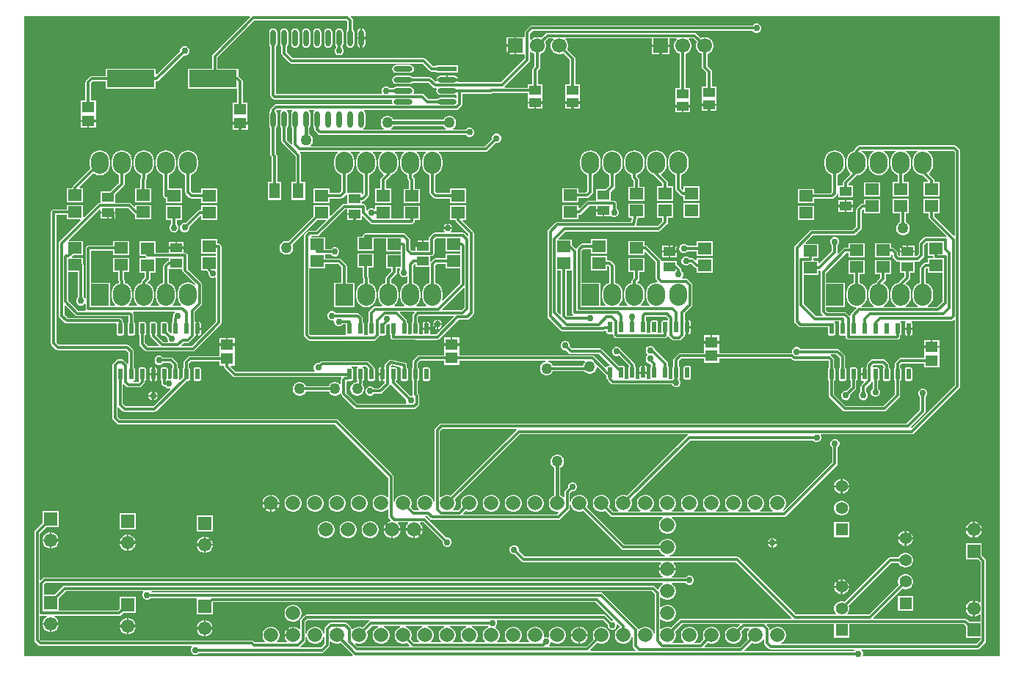
<source format=gbl>
G04*
G04 #@! TF.GenerationSoftware,Altium Limited,Altium Designer,22.10.1 (41)*
G04*
G04 Layer_Physical_Order=2*
G04 Layer_Color=16711680*
%FSLAX44Y44*%
%MOMM*%
G71*
G04*
G04 #@! TF.SameCoordinates,4CDF153F-0075-4D10-A07D-334E842CD810*
G04*
G04*
G04 #@! TF.FilePolarity,Positive*
G04*
G01*
G75*
%ADD15R,1.5500X1.5500*%
%ADD16C,1.5500*%
%ADD22C,1.4000*%
%ADD23R,1.4000X1.4000*%
%ADD27C,0.3048*%
%ADD29C,0.3810*%
%ADD30C,1.6650*%
%ADD31R,2.0320X2.5400*%
%ADD32O,2.0320X2.5400*%
%ADD33C,1.7000*%
%ADD34R,1.7000X1.7000*%
%ADD35C,0.7620*%
%ADD36C,0.4064*%
%ADD37C,1.2700*%
%ADD38R,1.3621X1.0581*%
%ADD39R,1.3500X1.1000*%
%ADD40R,1.4500X1.3000*%
%ADD41R,1.5562X1.3549*%
G04:AMPARAMS|DCode=42|XSize=0.55mm|YSize=1.25mm|CornerRadius=0.0495mm|HoleSize=0mm|Usage=FLASHONLY|Rotation=180.000|XOffset=0mm|YOffset=0mm|HoleType=Round|Shape=RoundedRectangle|*
%AMROUNDEDRECTD42*
21,1,0.5500,1.1510,0,0,180.0*
21,1,0.4510,1.2500,0,0,180.0*
1,1,0.0990,-0.2255,0.5755*
1,1,0.0990,0.2255,0.5755*
1,1,0.0990,0.2255,-0.5755*
1,1,0.0990,-0.2255,-0.5755*
%
%ADD42ROUNDEDRECTD42*%
%ADD43R,1.2500X1.8000*%
G04:AMPARAMS|DCode=44|XSize=2.2044mm|YSize=0.608mm|CornerRadius=0.304mm|HoleSize=0mm|Usage=FLASHONLY|Rotation=180.000|XOffset=0mm|YOffset=0mm|HoleType=Round|Shape=RoundedRectangle|*
%AMROUNDEDRECTD44*
21,1,2.2044,0.0000,0,0,180.0*
21,1,1.5965,0.6080,0,0,180.0*
1,1,0.6080,-0.7982,0.0000*
1,1,0.6080,0.7982,0.0000*
1,1,0.6080,0.7982,0.0000*
1,1,0.6080,-0.7982,0.0000*
%
%ADD44ROUNDEDRECTD44*%
%ADD45R,2.2044X0.6080*%
%ADD46R,1.4500X1.2500*%
%ADD47R,5.5000X2.0000*%
G04:AMPARAMS|DCode=48|XSize=1.9mm|YSize=0.6mm|CornerRadius=0.3mm|HoleSize=0mm|Usage=FLASHONLY|Rotation=270.000|XOffset=0mm|YOffset=0mm|HoleType=Round|Shape=RoundedRectangle|*
%AMROUNDEDRECTD48*
21,1,1.9000,0.0000,0,0,270.0*
21,1,1.3000,0.6000,0,0,270.0*
1,1,0.6000,0.0000,-0.6500*
1,1,0.6000,0.0000,0.6500*
1,1,0.6000,0.0000,0.6500*
1,1,0.6000,0.0000,-0.6500*
%
%ADD48ROUNDEDRECTD48*%
G36*
X1130226Y3884D02*
X972768D01*
X972062Y4940D01*
X972312Y5543D01*
Y7665D01*
X971500Y9625D01*
X970771Y10354D01*
X971297Y11624D01*
X1104392D01*
X1105581Y11861D01*
X1106590Y12535D01*
X1113194Y19138D01*
X1113867Y20147D01*
X1114104Y21336D01*
Y114024D01*
X1113867Y115213D01*
X1113194Y116221D01*
X1109434Y119981D01*
Y134134D01*
X1090886D01*
Y115586D01*
X1105039D01*
X1107888Y112736D01*
Y66038D01*
X1106618Y65512D01*
X1105854Y66276D01*
X1103739Y67497D01*
X1101381Y68129D01*
X1101176D01*
Y58855D01*
Y49581D01*
X1101381D01*
X1103739Y50213D01*
X1105854Y51434D01*
X1106618Y52198D01*
X1107888Y51672D01*
Y43129D01*
X1095281D01*
X1092271Y46139D01*
X1091262Y46813D01*
X1090073Y47050D01*
X984824D01*
X984338Y48223D01*
X1017966Y81851D01*
X1018130Y81757D01*
X1020298Y81176D01*
X1022542D01*
X1024710Y81757D01*
X1026654Y82879D01*
X1028241Y84466D01*
X1029363Y86410D01*
X1029944Y88578D01*
Y90822D01*
X1029363Y92990D01*
X1028241Y94934D01*
X1026654Y96521D01*
X1024710Y97643D01*
X1022542Y98224D01*
X1020298D01*
X1018130Y97643D01*
X1016186Y96521D01*
X1014599Y94934D01*
X1013477Y92990D01*
X1012896Y90822D01*
Y88578D01*
X1013477Y86410D01*
X1013571Y86246D01*
X979201Y51876D01*
X954667D01*
X954140Y53146D01*
X954581Y53586D01*
X955703Y55530D01*
X956284Y57698D01*
Y59942D01*
X955703Y62110D01*
X955609Y62274D01*
X1004927Y111592D01*
X1013428D01*
X1013477Y111410D01*
X1014599Y109466D01*
X1016186Y107879D01*
X1018130Y106757D01*
X1020298Y106176D01*
X1022542D01*
X1024710Y106757D01*
X1026654Y107879D01*
X1028241Y109466D01*
X1029363Y111410D01*
X1029944Y113578D01*
Y115822D01*
X1029363Y117990D01*
X1028241Y119934D01*
X1026654Y121521D01*
X1024710Y122643D01*
X1022542Y123224D01*
X1020298D01*
X1018130Y122643D01*
X1016186Y121521D01*
X1014599Y119934D01*
X1013477Y117990D01*
X1013428Y117808D01*
X1003640D01*
X1002451Y117571D01*
X1001442Y116897D01*
X951214Y66668D01*
X951050Y66763D01*
X948882Y67344D01*
X946638D01*
X944470Y66763D01*
X942526Y65641D01*
X940939Y64054D01*
X939817Y62110D01*
X939236Y59942D01*
Y57698D01*
X939817Y55530D01*
X940939Y53586D01*
X941379Y53146D01*
X940853Y51876D01*
X895113D01*
X829221Y117767D01*
X828213Y118441D01*
X827024Y118678D01*
X749182D01*
X749015Y119948D01*
X750562Y120362D01*
X752807Y121659D01*
X754641Y123493D01*
X755938Y125738D01*
X756609Y128243D01*
Y130837D01*
X755938Y133342D01*
X754641Y135587D01*
X752807Y137421D01*
X750562Y138718D01*
X748057Y139389D01*
X745463D01*
X742958Y138718D01*
X740713Y137421D01*
X738879Y135587D01*
X737582Y133342D01*
X737396Y132648D01*
X697247D01*
X653979Y175916D01*
X654338Y176538D01*
X655009Y179043D01*
Y181637D01*
X654338Y184142D01*
X653041Y186387D01*
X651207Y188221D01*
X648962Y189518D01*
X646457Y190189D01*
X643863D01*
X641358Y189518D01*
X639113Y188221D01*
X637279Y186387D01*
X635982Y184142D01*
X635568Y182595D01*
X634298Y182762D01*
Y191753D01*
X636601Y194056D01*
X638601D01*
X640562Y194868D01*
X642062Y196369D01*
X642874Y198329D01*
Y200451D01*
X642062Y202411D01*
X640562Y203912D01*
X638601Y204724D01*
X636479D01*
X634519Y203912D01*
X633018Y202411D01*
X632206Y200451D01*
Y198451D01*
X628993Y195238D01*
X628319Y194229D01*
X628082Y193040D01*
Y187742D01*
X626812Y187216D01*
X625807Y188221D01*
X623562Y189518D01*
X623256Y189600D01*
Y221526D01*
X624595Y222299D01*
X626061Y223765D01*
X627097Y225561D01*
X627634Y227563D01*
Y229637D01*
X627097Y231639D01*
X626061Y233435D01*
X624595Y234901D01*
X622799Y235937D01*
X620797Y236474D01*
X618723D01*
X616721Y235937D01*
X614925Y234901D01*
X613459Y233435D01*
X612423Y231639D01*
X611886Y229637D01*
Y227563D01*
X612423Y225561D01*
X613459Y223765D01*
X614925Y222299D01*
X616264Y221526D01*
Y189600D01*
X615958Y189518D01*
X613713Y188221D01*
X611879Y186387D01*
X610582Y184142D01*
X609911Y181637D01*
Y179043D01*
X610582Y176538D01*
X611879Y174293D01*
X613713Y172459D01*
X615958Y171162D01*
X618463Y170491D01*
X620865D01*
X621628Y169457D01*
X619673Y167503D01*
X511377D01*
X510891Y168676D01*
X513736Y171521D01*
X514358Y171162D01*
X516863Y170491D01*
X519457D01*
X521962Y171162D01*
X524207Y172459D01*
X526041Y174293D01*
X527338Y176538D01*
X528009Y179043D01*
Y181637D01*
X527338Y184142D01*
X526041Y186387D01*
X524207Y188221D01*
X521962Y189518D01*
X519457Y190189D01*
X516863D01*
X514358Y189518D01*
X512113Y188221D01*
X510279Y186387D01*
X508982Y184142D01*
X508311Y181637D01*
Y179043D01*
X508982Y176538D01*
X509341Y175916D01*
X505500Y172075D01*
X500219D01*
X499693Y173345D01*
X500641Y174293D01*
X501938Y176538D01*
X502609Y179043D01*
Y181637D01*
X501938Y184142D01*
X501579Y184764D01*
X576851Y260036D01*
X770047D01*
X770176Y259683D01*
X770258Y258766D01*
X769454Y258230D01*
X700384Y189159D01*
X699762Y189518D01*
X697257Y190189D01*
X694663D01*
X692158Y189518D01*
X689913Y188221D01*
X688079Y186387D01*
X686782Y184142D01*
X686111Y181637D01*
Y179043D01*
X686782Y176538D01*
X688079Y174293D01*
X689913Y172459D01*
X690677Y172018D01*
X690336Y170748D01*
X684547D01*
X679379Y175916D01*
X679738Y176538D01*
X680409Y179043D01*
Y181637D01*
X679738Y184142D01*
X678441Y186387D01*
X676607Y188221D01*
X674362Y189518D01*
X671857Y190189D01*
X669263D01*
X666758Y189518D01*
X664513Y188221D01*
X662679Y186387D01*
X661382Y184142D01*
X660711Y181637D01*
Y179043D01*
X661382Y176538D01*
X662679Y174293D01*
X664513Y172459D01*
X666758Y171162D01*
X669263Y170491D01*
X671857D01*
X674362Y171162D01*
X674984Y171521D01*
X681062Y165443D01*
X682071Y164769D01*
X683260Y164532D01*
X741136D01*
X741477Y163262D01*
X740713Y162821D01*
X738879Y160987D01*
X737582Y158742D01*
X736911Y156237D01*
Y153643D01*
X737582Y151138D01*
X738879Y148893D01*
X740713Y147059D01*
X742958Y145762D01*
X745463Y145091D01*
X748057D01*
X750562Y145762D01*
X752807Y147059D01*
X754641Y148893D01*
X755938Y151138D01*
X756609Y153643D01*
Y156237D01*
X755938Y158742D01*
X754641Y160987D01*
X752807Y162821D01*
X752043Y163262D01*
X752384Y164532D01*
X881380D01*
X882569Y164769D01*
X883577Y165443D01*
X942252Y224116D01*
X942925Y225125D01*
X943162Y226314D01*
Y244738D01*
X944576Y246152D01*
X945388Y248113D01*
Y250235D01*
X944576Y252195D01*
X943075Y253696D01*
X941115Y254508D01*
X938993D01*
X937032Y253696D01*
X935532Y252195D01*
X934720Y250235D01*
Y248113D01*
X935532Y246152D01*
X936946Y244738D01*
Y227601D01*
X880571Y171225D01*
X880318Y171287D01*
X880103Y171781D01*
X880017Y172668D01*
X881641Y174293D01*
X882938Y176538D01*
X883609Y179043D01*
Y181637D01*
X882938Y184142D01*
X881641Y186387D01*
X879807Y188221D01*
X877562Y189518D01*
X875057Y190189D01*
X872463D01*
X869958Y189518D01*
X867713Y188221D01*
X865879Y186387D01*
X864582Y184142D01*
X863911Y181637D01*
Y179043D01*
X864582Y176538D01*
X865879Y174293D01*
X867713Y172459D01*
X868477Y172018D01*
X868136Y170748D01*
X853984D01*
X853643Y172018D01*
X854407Y172459D01*
X856241Y174293D01*
X857538Y176538D01*
X858209Y179043D01*
Y181637D01*
X857538Y184142D01*
X856241Y186387D01*
X854407Y188221D01*
X852162Y189518D01*
X849657Y190189D01*
X847063D01*
X844558Y189518D01*
X842313Y188221D01*
X840479Y186387D01*
X839182Y184142D01*
X838511Y181637D01*
Y179043D01*
X839182Y176538D01*
X840479Y174293D01*
X842313Y172459D01*
X843077Y172018D01*
X842736Y170748D01*
X828584D01*
X828243Y172018D01*
X829007Y172459D01*
X830841Y174293D01*
X832138Y176538D01*
X832809Y179043D01*
Y181637D01*
X832138Y184142D01*
X830841Y186387D01*
X829007Y188221D01*
X826762Y189518D01*
X824257Y190189D01*
X821663D01*
X819158Y189518D01*
X816913Y188221D01*
X815079Y186387D01*
X813782Y184142D01*
X813111Y181637D01*
Y179043D01*
X813782Y176538D01*
X815079Y174293D01*
X816913Y172459D01*
X817677Y172018D01*
X817336Y170748D01*
X803184D01*
X802843Y172018D01*
X803607Y172459D01*
X805441Y174293D01*
X806738Y176538D01*
X807409Y179043D01*
Y181637D01*
X806738Y184142D01*
X805441Y186387D01*
X803607Y188221D01*
X801362Y189518D01*
X798857Y190189D01*
X796263D01*
X793758Y189518D01*
X791513Y188221D01*
X789679Y186387D01*
X788382Y184142D01*
X787711Y181637D01*
Y179043D01*
X788382Y176538D01*
X789679Y174293D01*
X791513Y172459D01*
X792277Y172018D01*
X791936Y170748D01*
X777784D01*
X777443Y172018D01*
X778207Y172459D01*
X780041Y174293D01*
X781338Y176538D01*
X782009Y179043D01*
Y181637D01*
X781338Y184142D01*
X780041Y186387D01*
X778207Y188221D01*
X775962Y189518D01*
X773457Y190189D01*
X770863D01*
X768358Y189518D01*
X766113Y188221D01*
X764279Y186387D01*
X762982Y184142D01*
X762311Y181637D01*
Y179043D01*
X762982Y176538D01*
X764279Y174293D01*
X766113Y172459D01*
X766877Y172018D01*
X766536Y170748D01*
X752384D01*
X752043Y172018D01*
X752807Y172459D01*
X754641Y174293D01*
X755938Y176538D01*
X756609Y179043D01*
Y181637D01*
X755938Y184142D01*
X754641Y186387D01*
X752807Y188221D01*
X750562Y189518D01*
X748057Y190189D01*
X745463D01*
X742958Y189518D01*
X740713Y188221D01*
X738879Y186387D01*
X737582Y184142D01*
X736911Y181637D01*
Y179043D01*
X737582Y176538D01*
X738879Y174293D01*
X740713Y172459D01*
X741477Y172018D01*
X741136Y170748D01*
X726984D01*
X726643Y172018D01*
X727407Y172459D01*
X729241Y174293D01*
X730538Y176538D01*
X731209Y179043D01*
Y181637D01*
X730538Y184142D01*
X729241Y186387D01*
X727407Y188221D01*
X725162Y189518D01*
X722657Y190189D01*
X720063D01*
X717558Y189518D01*
X715313Y188221D01*
X713479Y186387D01*
X712182Y184142D01*
X711511Y181637D01*
Y179043D01*
X712182Y176538D01*
X713479Y174293D01*
X715313Y172459D01*
X716077Y172018D01*
X715736Y170748D01*
X701584D01*
X701243Y172018D01*
X702007Y172459D01*
X703841Y174293D01*
X705138Y176538D01*
X705809Y179043D01*
Y181637D01*
X705138Y184142D01*
X704779Y184764D01*
X772939Y252924D01*
X914790D01*
X916205Y251510D01*
X918165Y250698D01*
X920287D01*
X922247Y251510D01*
X923748Y253011D01*
X924560Y254971D01*
Y257093D01*
X923867Y258766D01*
X924425Y260036D01*
X1028700D01*
X1029889Y260273D01*
X1030898Y260947D01*
X1083475Y313524D01*
X1084149Y314533D01*
X1084386Y315722D01*
Y587375D01*
X1084149Y588564D01*
X1083475Y589572D01*
X1080301Y592747D01*
X1079292Y593421D01*
X1078103Y593658D01*
X968375D01*
X967186Y593421D01*
X966178Y592747D01*
X963002Y589572D01*
X962329Y588564D01*
X962092Y587375D01*
Y587177D01*
X959308Y586024D01*
X956867Y584151D01*
X954994Y581710D01*
X953817Y578868D01*
X953415Y575818D01*
Y570738D01*
X953817Y567688D01*
X954994Y564846D01*
X956867Y562405D01*
X957784Y561701D01*
X957867Y560434D01*
X950303Y552869D01*
X949629Y551861D01*
X949392Y550672D01*
Y547594D01*
X944178D01*
X944165Y547594D01*
X942908Y547624D01*
Y559379D01*
X945692Y560532D01*
X948133Y562405D01*
X950006Y564846D01*
X951183Y567688D01*
X951585Y570738D01*
Y575818D01*
X951183Y578868D01*
X950006Y581710D01*
X948133Y584151D01*
X945692Y586024D01*
X942850Y587201D01*
X939800Y587603D01*
X936750Y587201D01*
X933908Y586024D01*
X931467Y584151D01*
X929594Y581710D01*
X928417Y578868D01*
X928015Y575818D01*
Y570738D01*
X928417Y567688D01*
X929594Y564846D01*
X931467Y562405D01*
X933908Y560532D01*
X936692Y559379D01*
Y539595D01*
X935338Y538241D01*
X916085D01*
Y543431D01*
X897475D01*
Y526834D01*
X916085D01*
Y532025D01*
X936625D01*
X937814Y532262D01*
X938822Y532935D01*
X941998Y536110D01*
X942671Y537118D01*
X942908Y538308D01*
X944165Y538278D01*
Y533965D01*
X960835D01*
Y547594D01*
X955608D01*
Y549385D01*
X965179Y558956D01*
X965200Y558953D01*
X968250Y559355D01*
X971092Y560532D01*
X973533Y562405D01*
X975406Y564846D01*
X976583Y567688D01*
X976985Y570738D01*
Y575818D01*
X976583Y578868D01*
X975406Y581710D01*
X973533Y584151D01*
X971092Y586024D01*
X970734Y586172D01*
X970987Y587442D01*
X984813D01*
X985066Y586172D01*
X984708Y586024D01*
X982267Y584151D01*
X980394Y581710D01*
X979217Y578868D01*
X978815Y575818D01*
Y570738D01*
X979217Y567688D01*
X980394Y564846D01*
X982267Y562405D01*
X984708Y560532D01*
X987550Y559355D01*
X990600Y558953D01*
X993650Y559355D01*
X996492Y560532D01*
X998933Y562405D01*
X1000806Y564846D01*
X1001983Y567688D01*
X1002385Y570738D01*
Y575818D01*
X1001983Y578868D01*
X1000806Y581710D01*
X998933Y584151D01*
X996492Y586024D01*
X996134Y586172D01*
X996387Y587442D01*
X1010213D01*
X1010466Y586172D01*
X1010108Y586024D01*
X1007667Y584151D01*
X1005794Y581710D01*
X1004617Y578868D01*
X1004215Y575818D01*
Y570738D01*
X1004617Y567688D01*
X1005794Y564846D01*
X1007667Y562405D01*
X1010108Y560532D01*
X1012892Y559379D01*
Y551455D01*
X1006695D01*
Y534858D01*
X1025305D01*
Y551455D01*
X1019108D01*
Y559379D01*
X1021892Y560532D01*
X1024333Y562405D01*
X1026206Y564846D01*
X1027383Y567688D01*
X1027785Y570738D01*
Y575818D01*
X1027383Y578868D01*
X1026206Y581710D01*
X1024333Y584151D01*
X1021892Y586024D01*
X1021534Y586172D01*
X1021787Y587442D01*
X1035613D01*
X1035866Y586172D01*
X1035508Y586024D01*
X1033067Y584151D01*
X1031194Y581710D01*
X1030017Y578868D01*
X1029615Y575818D01*
Y570738D01*
X1030017Y567688D01*
X1031194Y564846D01*
X1033067Y562405D01*
X1035508Y560532D01*
X1038350Y559355D01*
X1041135Y558988D01*
X1047398Y552725D01*
X1046872Y551455D01*
X1042255D01*
Y534858D01*
X1060865D01*
Y551455D01*
X1054668D01*
Y552958D01*
X1054431Y554147D01*
X1053757Y555155D01*
X1048589Y560324D01*
X1048672Y561591D01*
X1049733Y562405D01*
X1051606Y564846D01*
X1052783Y567688D01*
X1053185Y570738D01*
Y575818D01*
X1052783Y578868D01*
X1051606Y581710D01*
X1049733Y584151D01*
X1047292Y586024D01*
X1046934Y586172D01*
X1047187Y587442D01*
X1076816D01*
X1078170Y586088D01*
Y489668D01*
X1076997Y489182D01*
X1054668Y511511D01*
Y515345D01*
X1060865D01*
Y531942D01*
X1042255D01*
Y515345D01*
X1048452D01*
Y510224D01*
X1048689Y509034D01*
X1049362Y508026D01*
X1068637Y488752D01*
X1068011Y487581D01*
X1067215Y487740D01*
X1044575D01*
X1043386Y487503D01*
X1042377Y486829D01*
X1037679Y482131D01*
X1037005Y481122D01*
X1036768Y479933D01*
Y468012D01*
X1034398Y465642D01*
X1031955D01*
Y470034D01*
X1023620D01*
X1015285D01*
Y465876D01*
X1014015Y465739D01*
X1012758Y466996D01*
Y469265D01*
X1012521Y470454D01*
X1011848Y471463D01*
X1008672Y474637D01*
X1007664Y475311D01*
X1006475Y475548D01*
X1004985D01*
Y480738D01*
X986375D01*
Y464142D01*
X1004985D01*
Y466522D01*
X1006255Y467201D01*
X1006542Y467009D01*
Y465709D01*
X1006779Y464520D01*
X1007452Y463512D01*
X1010628Y460336D01*
X1011636Y459663D01*
X1012825Y459426D01*
X1015285D01*
Y446695D01*
X1020512D01*
Y442231D01*
X1013802Y435522D01*
X1013357Y434855D01*
X1012950Y434801D01*
X1010108Y433624D01*
X1007667Y431751D01*
X1005794Y429310D01*
X1004617Y426468D01*
X1004215Y423418D01*
Y418338D01*
X1004617Y415288D01*
X1005794Y412446D01*
X1007667Y410005D01*
X1009970Y408238D01*
X1009930Y407241D01*
X1009876Y406968D01*
X996724D01*
X996670Y407241D01*
X996630Y408238D01*
X998933Y410005D01*
X1000806Y412446D01*
X1001983Y415288D01*
X1002385Y418338D01*
Y423418D01*
X1001983Y426468D01*
X1000806Y429310D01*
X998933Y431751D01*
X996492Y433624D01*
X995983Y433835D01*
X995735Y435080D01*
X997878Y437223D01*
X998551Y438231D01*
X998788Y439420D01*
Y444629D01*
X1004985D01*
Y461226D01*
X986375D01*
Y444629D01*
X992572D01*
Y440707D01*
X988402Y436538D01*
X987729Y435529D01*
X987585Y434806D01*
X987550Y434801D01*
X984708Y433624D01*
X982267Y431751D01*
X980394Y429310D01*
X979217Y426468D01*
X978815Y423418D01*
Y418338D01*
X979217Y415288D01*
X980394Y412446D01*
X982267Y410005D01*
X984570Y408238D01*
X984530Y407241D01*
X984476Y406968D01*
X971324D01*
X971270Y407241D01*
X971230Y408238D01*
X973533Y410005D01*
X975406Y412446D01*
X976583Y415288D01*
X976985Y418338D01*
Y423418D01*
X976583Y426468D01*
X975406Y429310D01*
X973533Y431751D01*
X971092Y433624D01*
X968308Y434777D01*
Y444629D01*
X974505D01*
Y461226D01*
X955895D01*
Y444629D01*
X962092D01*
Y434777D01*
X959308Y433624D01*
X956867Y431751D01*
X954994Y429310D01*
X953817Y426468D01*
X953415Y423418D01*
Y418338D01*
X953817Y415288D01*
X954994Y412446D01*
X956867Y410005D01*
X959308Y408132D01*
X962150Y406955D01*
X964354Y406665D01*
X964809Y405324D01*
X959193Y399707D01*
X958519Y398699D01*
X958282Y397510D01*
Y397157D01*
X957012Y396631D01*
X953428Y400215D01*
X952419Y400889D01*
X951230Y401126D01*
X931562D01*
X929700Y402988D01*
Y406654D01*
X951484D01*
Y435102D01*
X929700D01*
Y445880D01*
X953152Y469332D01*
X955895D01*
Y464142D01*
X974505D01*
Y480738D01*
X955895D01*
Y475548D01*
X951865D01*
X950676Y475311D01*
X949668Y474637D01*
X943773Y468743D01*
X943634Y468802D01*
X942725Y469492D01*
X942908Y470408D01*
Y477910D01*
X944322Y479324D01*
X945134Y481285D01*
Y483407D01*
X944322Y485368D01*
X942822Y486868D01*
X940861Y487680D01*
X938739D01*
X936778Y486868D01*
X935278Y485368D01*
X934466Y483407D01*
Y481285D01*
X935278Y479324D01*
X936692Y477910D01*
Y471695D01*
X922338Y457341D01*
X921165Y457827D01*
Y460419D01*
X915579D01*
X914816Y461688D01*
X914968Y462451D01*
Y463334D01*
X921165D01*
Y479931D01*
X906610D01*
X906124Y481105D01*
X914671Y489652D01*
X962025D01*
X963214Y489889D01*
X964222Y490563D01*
X969938Y496278D01*
X970611Y497286D01*
X970848Y498475D01*
Y518143D01*
X972405Y519700D01*
X973675Y519174D01*
Y514941D01*
X992285D01*
Y531539D01*
X973675D01*
Y526348D01*
X971550D01*
X970361Y526111D01*
X969352Y525438D01*
X965543Y521628D01*
X964869Y520619D01*
X964632Y519430D01*
Y499762D01*
X960738Y495868D01*
X913384D01*
X912195Y495631D01*
X911187Y494958D01*
X894168Y477939D01*
X893495Y476931D01*
X893258Y475742D01*
Y390525D01*
X893495Y389336D01*
X894168Y388327D01*
X897851Y384645D01*
X898860Y383971D01*
X900049Y383734D01*
X931676D01*
Y376095D01*
X931833Y375307D01*
X932279Y374639D01*
X932947Y374193D01*
X933735Y374036D01*
X938245D01*
X939033Y374193D01*
X939701Y374639D01*
X940147Y375307D01*
X940303Y376095D01*
Y387605D01*
X940147Y388393D01*
X939701Y389061D01*
X939689Y389068D01*
X940074Y390338D01*
X944606D01*
X944991Y389068D01*
X944979Y389061D01*
X944533Y388393D01*
X944377Y387605D01*
Y376095D01*
X944533Y375307D01*
X944979Y374639D01*
X945647Y374193D01*
X946435Y374036D01*
X950945D01*
X951170Y374081D01*
X952302Y373345D01*
X952440Y373138D01*
Y372618D01*
X952677Y371429D01*
X953351Y370420D01*
X953605Y370167D01*
X954613Y369493D01*
X955802Y369256D01*
X1011936D01*
X1013125Y369493D01*
X1014134Y370167D01*
X1014388Y370420D01*
X1015061Y371429D01*
X1015298Y372618D01*
Y374236D01*
X1015901Y374639D01*
X1016347Y375307D01*
X1016504Y376095D01*
Y387605D01*
X1016347Y388393D01*
X1015901Y389061D01*
X1015509Y389322D01*
X1015790Y390592D01*
X1021290D01*
X1021571Y389322D01*
X1021179Y389061D01*
X1020733Y388393D01*
X1020576Y387605D01*
Y382866D01*
X1024890D01*
X1029203D01*
Y387605D01*
X1029047Y388393D01*
X1028601Y389061D01*
X1028209Y389322D01*
X1028490Y390592D01*
X1074166D01*
X1075355Y390829D01*
X1076364Y391502D01*
X1076997Y392136D01*
X1078170Y391650D01*
Y317009D01*
X1028300Y267139D01*
X1028200Y267159D01*
X1027782Y268537D01*
X1043597Y284353D01*
X1044271Y285361D01*
X1044508Y286550D01*
Y302904D01*
X1045922Y304319D01*
X1046734Y306279D01*
Y308401D01*
X1045922Y310361D01*
X1044421Y311862D01*
X1042461Y312674D01*
X1040339D01*
X1038379Y311862D01*
X1036878Y310361D01*
X1036066Y308401D01*
Y306279D01*
X1036878Y304319D01*
X1038292Y302904D01*
Y287837D01*
X1022803Y272348D01*
X485775D01*
X484586Y272111D01*
X483577Y271437D01*
X479132Y266992D01*
X478459Y265984D01*
X478222Y264795D01*
Y182762D01*
X476952Y182595D01*
X476538Y184142D01*
X475241Y186387D01*
X473407Y188221D01*
X471162Y189518D01*
X468657Y190189D01*
X466063D01*
X463558Y189518D01*
X461313Y188221D01*
X459479Y186387D01*
X458182Y184142D01*
X457511Y181637D01*
Y179043D01*
X458182Y176538D01*
X459479Y174293D01*
X460484Y173288D01*
X459958Y172018D01*
X454677D01*
X450779Y175916D01*
X451138Y176538D01*
X451809Y179043D01*
Y181637D01*
X451138Y184142D01*
X449841Y186387D01*
X448007Y188221D01*
X445762Y189518D01*
X443257Y190189D01*
X440663D01*
X438158Y189518D01*
X435913Y188221D01*
X434079Y186387D01*
X432782Y184142D01*
X432368Y182595D01*
X431098Y182762D01*
Y211074D01*
X430861Y212263D01*
X430187Y213272D01*
X366941Y276518D01*
X365933Y277191D01*
X364744Y277428D01*
X115587D01*
X112836Y280179D01*
Y290675D01*
X114106Y291201D01*
X118453Y286854D01*
X119461Y286181D01*
X120650Y285944D01*
X154940D01*
X156129Y286181D01*
X157137Y286854D01*
X191819Y321537D01*
X194025D01*
X194813Y321693D01*
X195481Y322140D01*
X195927Y322807D01*
X196084Y323595D01*
Y335105D01*
X195927Y335893D01*
X195481Y336561D01*
X194878Y336964D01*
Y341613D01*
X197377Y344112D01*
X229986D01*
Y339196D01*
X235652D01*
Y338074D01*
X235889Y336885D01*
X236562Y335877D01*
X245452Y326987D01*
X246461Y326313D01*
X247650Y326076D01*
X370386D01*
X370921Y324806D01*
X370509Y324189D01*
X370272Y323000D01*
Y318299D01*
X369002Y317773D01*
X368055Y318721D01*
X366259Y319757D01*
X364257Y320294D01*
X362183D01*
X360181Y319757D01*
X358385Y318721D01*
X356919Y317255D01*
X355922Y315528D01*
X329878D01*
X328881Y317255D01*
X327415Y318721D01*
X325619Y319757D01*
X323617Y320294D01*
X321543D01*
X319541Y319757D01*
X317745Y318721D01*
X316279Y317255D01*
X315243Y315459D01*
X314706Y313457D01*
Y311383D01*
X315243Y309381D01*
X316279Y307585D01*
X317745Y306119D01*
X319541Y305083D01*
X321543Y304546D01*
X323617D01*
X325619Y305083D01*
X327415Y306119D01*
X328881Y307585D01*
X329878Y309312D01*
X355922D01*
X356919Y307585D01*
X358385Y306119D01*
X360181Y305083D01*
X362183Y304546D01*
X364257D01*
X366259Y305083D01*
X368055Y306119D01*
X369002Y307067D01*
X369657Y306946D01*
X370321Y306589D01*
X370509Y305643D01*
X371183Y304634D01*
X385914Y289902D01*
X386923Y289229D01*
X388112Y288992D01*
X454533D01*
X455722Y289229D01*
X456730Y289902D01*
X459906Y293078D01*
X460579Y294086D01*
X460816Y295275D01*
Y304226D01*
X460579Y305416D01*
X459906Y306424D01*
X459038Y307292D01*
Y321737D01*
X459641Y322140D01*
X460087Y322807D01*
X460243Y323595D01*
Y335105D01*
X460087Y335893D01*
X459641Y336561D01*
X459038Y336964D01*
Y342248D01*
X461662Y344872D01*
X489066D01*
Y339956D01*
X506614D01*
Y344872D01*
X605915D01*
X606082Y343602D01*
X604612Y343208D01*
X602816Y342172D01*
X601350Y340705D01*
X600313Y338910D01*
X599777Y336907D01*
Y334834D01*
X600313Y332831D01*
X601350Y331036D01*
X602816Y329570D01*
X604612Y328533D01*
X606614Y327997D01*
X608687D01*
X610690Y328533D01*
X612486Y329570D01*
X613952Y331036D01*
X614949Y332763D01*
X651191D01*
X652434Y331519D01*
X654230Y330483D01*
X656233Y329946D01*
X658306D01*
X660309Y330483D01*
X662104Y331519D01*
X663570Y332985D01*
X664607Y334781D01*
X665143Y336783D01*
Y337183D01*
X666317Y337668D01*
X675220Y328764D01*
X676229Y328091D01*
X676406Y328055D01*
Y325285D01*
X676563Y324497D01*
X677009Y323830D01*
X677677Y323383D01*
X677706Y323378D01*
X677849Y322661D01*
X678522Y321652D01*
X681697Y318477D01*
X682706Y317804D01*
X683895Y317567D01*
X751960D01*
X752398Y316511D01*
X753898Y315010D01*
X755859Y314198D01*
X757981D01*
X759941Y315010D01*
X761442Y316511D01*
X762254Y318471D01*
Y320593D01*
X761442Y322553D01*
X760589Y323406D01*
X760631Y323830D01*
X761077Y324497D01*
X761234Y325285D01*
Y336795D01*
X761077Y337583D01*
X760631Y338251D01*
X760028Y338654D01*
Y344788D01*
X762652Y347412D01*
X788786D01*
Y342496D01*
X806334D01*
Y347412D01*
X889491D01*
X890619Y346284D01*
X891627Y345610D01*
X892817Y345374D01*
X932296D01*
X932882Y344788D01*
Y336964D01*
X932279Y336561D01*
X931833Y335893D01*
X931676Y335105D01*
Y323595D01*
X931833Y322807D01*
X932279Y322140D01*
X932882Y321737D01*
Y304800D01*
X933119Y303611D01*
X933792Y302603D01*
X949033Y287362D01*
X950041Y286689D01*
X951230Y286452D01*
X996950D01*
X998139Y286689D01*
X999147Y287362D01*
X1014388Y302603D01*
X1015061Y303611D01*
X1015298Y304800D01*
Y321737D01*
X1015901Y322140D01*
X1016347Y322807D01*
X1016504Y323595D01*
Y335105D01*
X1016347Y335893D01*
X1015901Y336561D01*
X1015298Y336964D01*
Y339963D01*
X1017287Y341952D01*
X1042786D01*
Y337036D01*
X1060334D01*
Y353036D01*
Y360044D01*
X1042786D01*
Y353036D01*
Y348168D01*
X1016000D01*
X1014811Y347931D01*
X1013802Y347257D01*
X1009993Y343447D01*
X1009319Y342439D01*
X1009082Y341250D01*
Y336964D01*
X1008479Y336561D01*
X1008033Y335893D01*
X1007877Y335105D01*
Y323595D01*
X1008033Y322807D01*
X1008479Y322140D01*
X1009082Y321737D01*
Y306087D01*
X995663Y292668D01*
X952517D01*
X939098Y306087D01*
Y321737D01*
X939701Y322140D01*
X940147Y322807D01*
X940303Y323595D01*
Y335105D01*
X940147Y335893D01*
X939701Y336561D01*
X939098Y336964D01*
Y346075D01*
X938861Y347264D01*
X938187Y348273D01*
X935781Y350679D01*
X935348Y350968D01*
X935733Y352238D01*
X941688D01*
X945582Y348344D01*
Y336964D01*
X944979Y336561D01*
X944533Y335893D01*
X944377Y335105D01*
Y323595D01*
X944533Y322807D01*
X944979Y322140D01*
X945647Y321693D01*
X946435Y321537D01*
X950945D01*
X951733Y321693D01*
X952401Y322140D01*
X952847Y322807D01*
X953003Y323595D01*
Y335105D01*
X952847Y335893D01*
X952401Y336561D01*
X951798Y336964D01*
Y349631D01*
X951561Y350820D01*
X950888Y351828D01*
X945173Y357543D01*
X944164Y358217D01*
X942975Y358454D01*
X900294D01*
X898879Y359868D01*
X896919Y360680D01*
X894797D01*
X892837Y359868D01*
X891336Y358368D01*
X890524Y356407D01*
Y354773D01*
X890524Y354285D01*
X889422Y353628D01*
X806334D01*
Y358496D01*
Y365504D01*
X788786D01*
Y358496D01*
Y353628D01*
X761365D01*
X760176Y353391D01*
X759167Y352718D01*
X754723Y348273D01*
X754049Y347264D01*
X753812Y346075D01*
Y338654D01*
X753209Y338251D01*
X752763Y337583D01*
X752607Y336795D01*
Y325285D01*
X752670Y324965D01*
X751939Y323936D01*
X751713Y323783D01*
X749427D01*
X749219Y323924D01*
X748487Y325053D01*
X748533Y325285D01*
Y336795D01*
X748377Y337583D01*
X747931Y338251D01*
X747328Y338654D01*
Y341862D01*
X747091Y343051D01*
X746417Y344060D01*
X732284Y358193D01*
X732216Y358239D01*
X731531Y359892D01*
X730031Y361392D01*
X728070Y362204D01*
X725948D01*
X723988Y361392D01*
X722487Y359892D01*
X721675Y357931D01*
Y355809D01*
X722487Y353848D01*
X723485Y352850D01*
X723847Y352023D01*
X723485Y351191D01*
X722489Y350194D01*
X721677Y348234D01*
Y346112D01*
X722489Y344151D01*
X723989Y342651D01*
X725950Y341839D01*
X726713D01*
X728412Y340139D01*
Y338654D01*
X727809Y338251D01*
X727363Y337583D01*
X727206Y336795D01*
Y325285D01*
X727253Y325053D01*
X726521Y323924D01*
X726313Y323783D01*
X724027D01*
X723819Y323924D01*
X723087Y325053D01*
X723133Y325285D01*
Y330024D01*
X718820D01*
X714507D01*
Y325285D01*
X714553Y325053D01*
X713821Y323924D01*
X713613Y323783D01*
X711327D01*
X711119Y323924D01*
X710387Y325053D01*
X710434Y325285D01*
Y336795D01*
X710277Y337583D01*
X709831Y338251D01*
X709228Y338654D01*
Y340106D01*
X708991Y341295D01*
X708317Y342304D01*
X693698Y356923D01*
X693515Y357045D01*
X692862Y358621D01*
X691361Y360122D01*
X689401Y360934D01*
X687279D01*
X685319Y360122D01*
X683818Y358621D01*
X683006Y356661D01*
Y354539D01*
X683818Y352579D01*
X685319Y351078D01*
X687279Y350266D01*
X689401D01*
X690931Y350900D01*
X702196Y339635D01*
X702409Y338251D01*
X701963Y337583D01*
X701806Y336795D01*
Y325285D01*
X701853Y325053D01*
X701121Y323924D01*
X700913Y323783D01*
X698627D01*
X698419Y323924D01*
X697687Y325053D01*
X697734Y325285D01*
Y336795D01*
X697577Y337583D01*
X697131Y338251D01*
X696463Y338697D01*
X695675Y338854D01*
X691165D01*
X690765Y338774D01*
X671488Y358051D01*
X670479Y358725D01*
X669290Y358962D01*
X636795D01*
X634238Y361519D01*
Y363519D01*
X633426Y365480D01*
X631926Y366980D01*
X629965Y367792D01*
X627843D01*
X625882Y366980D01*
X624382Y365480D01*
X623570Y363519D01*
Y361397D01*
X624382Y359436D01*
X625882Y357936D01*
X627843Y357124D01*
X629843D01*
X633311Y353657D01*
X634319Y352983D01*
X635508Y352746D01*
X668003D01*
X680722Y340027D01*
X680236Y338854D01*
X678465D01*
X677677Y338697D01*
X677009Y338251D01*
X676733Y337838D01*
X675699Y337541D01*
X675256Y337519D01*
X662598Y350177D01*
X661589Y350851D01*
X660400Y351088D01*
X506614D01*
Y355956D01*
Y362964D01*
X489066D01*
Y355956D01*
Y351088D01*
X460375D01*
X459186Y350851D01*
X458177Y350177D01*
X453732Y345732D01*
X453059Y344724D01*
X452822Y343535D01*
Y336964D01*
X452219Y336561D01*
X451773Y335893D01*
X451617Y335105D01*
Y323595D01*
X451773Y322807D01*
X452219Y322140D01*
X452822Y321737D01*
Y306005D01*
X452977Y305225D01*
X452131Y304347D01*
X451972Y304267D01*
X451911Y304292D01*
X449911D01*
X433658Y320545D01*
X433729Y321797D01*
X434241Y322140D01*
X434687Y322807D01*
X434843Y323595D01*
Y335105D01*
X434687Y335893D01*
X434241Y336561D01*
X433573Y337007D01*
X432785Y337164D01*
X428318D01*
X428229Y337258D01*
X427703Y338345D01*
X428875Y339518D01*
X438724Y337483D01*
X438795Y337401D01*
X439203Y336087D01*
X439073Y335893D01*
X438917Y335105D01*
Y323595D01*
X439073Y322807D01*
X439519Y322140D01*
X440187Y321693D01*
X440975Y321537D01*
X445485D01*
X446273Y321693D01*
X446941Y322140D01*
X447387Y322807D01*
X447543Y323595D01*
Y335105D01*
X447387Y335893D01*
X446941Y336561D01*
X446338Y336964D01*
Y339725D01*
X446280Y340014D01*
X446282Y340309D01*
X446163Y340603D01*
X446101Y340914D01*
X445937Y341159D01*
X445827Y341432D01*
X445604Y341659D01*
X445428Y341922D01*
X445182Y342086D01*
X444976Y342296D01*
X444683Y342420D01*
X444419Y342596D01*
X444130Y342654D01*
X443859Y342768D01*
X428492Y345943D01*
X428174Y345946D01*
X427863Y346008D01*
X427574Y345950D01*
X427279Y345952D01*
X426985Y345833D01*
X426674Y345771D01*
X426429Y345607D01*
X426156Y345497D01*
X425929Y345274D01*
X425666Y345098D01*
X421729Y341161D01*
X421055Y340152D01*
X420818Y338963D01*
Y337766D01*
X420085Y337164D01*
X418846D01*
Y329350D01*
Y321537D01*
X420085D01*
X420818Y320935D01*
Y319295D01*
X414511Y312988D01*
X408296D01*
X406881Y314402D01*
X404921Y315214D01*
X402799D01*
X400839Y314402D01*
X399338Y312901D01*
X398526Y310941D01*
Y308819D01*
X399338Y306859D01*
X400839Y305358D01*
X402799Y304546D01*
X404921D01*
X406881Y305358D01*
X408296Y306772D01*
X415798D01*
X416987Y307009D01*
X417995Y307682D01*
X426124Y315811D01*
X426797Y316819D01*
X426839Y317030D01*
X428187Y317298D01*
X428332Y317080D01*
X445516Y299897D01*
Y297897D01*
X446104Y296478D01*
X445397Y295208D01*
X389399D01*
X376488Y308119D01*
Y320438D01*
X377475Y321537D01*
X381985D01*
X382773Y321693D01*
X383441Y322140D01*
X383887Y322807D01*
X384044Y323595D01*
Y335105D01*
X383887Y335893D01*
X383441Y336561D01*
X382773Y337007D01*
X382942Y338268D01*
X389218D01*
X389387Y337007D01*
X388719Y336561D01*
X388273Y335893D01*
X388116Y335105D01*
Y323595D01*
X388273Y322807D01*
X388719Y322140D01*
X389322Y321737D01*
Y320294D01*
X388091D01*
X386089Y319757D01*
X384293Y318721D01*
X382827Y317255D01*
X381791Y315459D01*
X381254Y313457D01*
Y311383D01*
X381791Y309381D01*
X382827Y307585D01*
X384293Y306119D01*
X386089Y305083D01*
X388091Y304546D01*
X390165D01*
X392167Y305083D01*
X393963Y306119D01*
X395429Y307585D01*
X396465Y309381D01*
X397002Y311383D01*
Y313457D01*
X396465Y315459D01*
X395429Y317255D01*
X395341Y317343D01*
X395538Y318334D01*
Y321737D01*
X396141Y322140D01*
X396587Y322807D01*
X396744Y323595D01*
Y335105D01*
X396587Y335893D01*
X396141Y336561D01*
X395473Y337007D01*
X395642Y338268D01*
X399017D01*
X401141Y336144D01*
X400973Y335893D01*
X400816Y335105D01*
Y323595D01*
X400973Y322807D01*
X401419Y322140D01*
X402087Y321693D01*
X402875Y321537D01*
X407385D01*
X408173Y321693D01*
X408841Y322140D01*
X409287Y322807D01*
X409444Y323595D01*
Y335105D01*
X409287Y335893D01*
X408841Y336561D01*
X408173Y337007D01*
X408146Y337012D01*
X408001Y337739D01*
X407327Y338747D01*
X402501Y343573D01*
X401493Y344247D01*
X400304Y344484D01*
X348488D01*
X347299Y344247D01*
X346291Y343573D01*
X345109Y342392D01*
X343109D01*
X341148Y341580D01*
X339648Y340079D01*
X338836Y338119D01*
Y335997D01*
X339648Y334036D01*
X340123Y333562D01*
X339597Y332292D01*
X248937D01*
X243206Y338023D01*
X243692Y339196D01*
X247534D01*
Y355196D01*
Y362204D01*
X229986D01*
Y355196D01*
Y350328D01*
X196090D01*
X194901Y350091D01*
X193892Y349417D01*
X189573Y345098D01*
X188899Y344089D01*
X188662Y342900D01*
Y336964D01*
X188059Y336561D01*
X187613Y335893D01*
X187456Y335105D01*
Y325963D01*
X184577Y323084D01*
X183593Y323505D01*
X183384Y323687D01*
Y335105D01*
X183227Y335893D01*
X182781Y336561D01*
X182178Y336964D01*
Y340995D01*
X181941Y342184D01*
X181268Y343192D01*
X176822Y347637D01*
X175814Y348311D01*
X174625Y348548D01*
X164964D01*
X163549Y349962D01*
X161589Y350774D01*
X159467D01*
X157507Y349962D01*
X156006Y348461D01*
X155194Y346501D01*
Y344379D01*
X156006Y342419D01*
X157507Y340918D01*
X159467Y340106D01*
X161589D01*
X163549Y340918D01*
X164964Y342332D01*
X173338D01*
X175962Y339708D01*
Y336964D01*
X175359Y336561D01*
X174913Y335893D01*
X174757Y335105D01*
Y324400D01*
X173508Y323542D01*
X172765Y323850D01*
X170683D01*
Y335105D01*
X170527Y335893D01*
X170081Y336561D01*
X169413Y337007D01*
X168625Y337164D01*
X164115D01*
X163327Y337007D01*
X162659Y336561D01*
X162213Y335893D01*
X162057Y335105D01*
Y323595D01*
X162213Y322807D01*
X162659Y322140D01*
X163262Y321737D01*
Y318770D01*
X163499Y317581D01*
X164172Y316572D01*
X164426Y316318D01*
X165435Y315645D01*
X166624Y315408D01*
X167268D01*
X168682Y313994D01*
X170643Y313182D01*
X172765D01*
X172960Y313263D01*
X173679Y312186D01*
X153653Y292160D01*
X121937D01*
X118678Y295419D01*
Y317218D01*
X119948Y317744D01*
X122643Y315049D01*
X123652Y314375D01*
X124841Y314138D01*
X137541D01*
X138730Y314375D01*
X139739Y315049D01*
X143167Y318477D01*
X143841Y319486D01*
X144078Y320675D01*
Y321737D01*
X144681Y322140D01*
X145127Y322807D01*
X145283Y323595D01*
Y335105D01*
X145127Y335893D01*
X144681Y336561D01*
X144013Y337007D01*
X143225Y337164D01*
X138715D01*
X137927Y337007D01*
X137259Y336561D01*
X136813Y335893D01*
X136657Y335105D01*
Y323595D01*
X136813Y322807D01*
X137259Y322140D01*
X137329Y321429D01*
X136254Y320354D01*
X131088D01*
X130963Y321624D01*
X131313Y321693D01*
X131981Y322140D01*
X132427Y322807D01*
X132584Y323595D01*
Y335105D01*
X132427Y335893D01*
X131981Y336561D01*
X131378Y336964D01*
Y355727D01*
X131141Y356916D01*
X130468Y357924D01*
X126023Y362369D01*
X125014Y363043D01*
X123825Y363280D01*
X45102D01*
X41970Y366412D01*
Y513320D01*
X54195D01*
Y508129D01*
X69639D01*
X70125Y506955D01*
X45809Y482639D01*
X45135Y481630D01*
X44898Y480441D01*
Y396875D01*
X45135Y395686D01*
X45809Y394678D01*
X51523Y388963D01*
X52532Y388289D01*
X53721Y388052D01*
X110889D01*
X111257Y387605D01*
Y376095D01*
X111413Y375307D01*
X111859Y374639D01*
X112527Y374193D01*
X113315Y374036D01*
X117825D01*
X118613Y374193D01*
X119281Y374639D01*
X119727Y375307D01*
X119883Y376095D01*
Y387605D01*
X119727Y388393D01*
X119281Y389061D01*
X118678Y389463D01*
Y390906D01*
X118441Y392095D01*
X117767Y393103D01*
X117514Y393358D01*
X116505Y394031D01*
X115316Y394268D01*
X55008D01*
X51114Y398162D01*
Y408541D01*
X52287Y409027D01*
X63969Y397345D01*
X64978Y396671D01*
X66167Y396434D01*
X125162D01*
Y389463D01*
X124559Y389061D01*
X124113Y388393D01*
X123956Y387605D01*
Y376095D01*
X124113Y375307D01*
X124559Y374639D01*
X125227Y374193D01*
X126015Y374036D01*
X130525D01*
X131313Y374193D01*
X131981Y374639D01*
X132427Y375307D01*
X132584Y376095D01*
Y387605D01*
X132427Y388393D01*
X131981Y389061D01*
X131378Y389463D01*
Y398272D01*
X131141Y399461D01*
X130468Y400470D01*
X130185Y400752D01*
X130711Y402022D01*
X178307D01*
X178833Y400752D01*
X177723Y399642D01*
X176911Y397682D01*
Y395682D01*
X176873Y395644D01*
X176199Y394635D01*
X175962Y393446D01*
Y389463D01*
X175359Y389061D01*
X174913Y388393D01*
X174757Y387605D01*
Y377027D01*
X173486Y376501D01*
X170683Y379303D01*
Y387605D01*
X170527Y388393D01*
X170081Y389061D01*
X169413Y389507D01*
X168625Y389663D01*
X164115D01*
X163327Y389507D01*
X162659Y389061D01*
X162213Y388393D01*
X162057Y387605D01*
Y376095D01*
X162213Y375307D01*
X162659Y374639D01*
X163327Y374193D01*
X164115Y374036D01*
X167161D01*
X169926Y371271D01*
Y369271D01*
X170541Y367785D01*
X169874Y366515D01*
X165438D01*
X157375Y374578D01*
X157381Y374639D01*
X157827Y375307D01*
X157984Y376095D01*
Y387605D01*
X157827Y388393D01*
X157381Y389061D01*
X156713Y389507D01*
X155925Y389663D01*
X151415D01*
X150627Y389507D01*
X149959Y389061D01*
X149513Y388393D01*
X149356Y387605D01*
Y376095D01*
X149513Y375307D01*
X149959Y374639D01*
X150562Y374236D01*
Y373888D01*
X150799Y372699D01*
X151473Y371690D01*
X160047Y363116D01*
X159560Y361943D01*
X147658D01*
X144078Y365523D01*
Y374236D01*
X144681Y374639D01*
X145127Y375307D01*
X145283Y376095D01*
Y387605D01*
X145127Y388393D01*
X144681Y389061D01*
X144013Y389507D01*
X143225Y389663D01*
X138715D01*
X137927Y389507D01*
X137259Y389061D01*
X136813Y388393D01*
X136657Y387605D01*
Y376095D01*
X136813Y375307D01*
X137259Y374639D01*
X137862Y374236D01*
Y364236D01*
X138099Y363047D01*
X138772Y362038D01*
X144173Y356638D01*
X145181Y355964D01*
X146370Y355728D01*
X199578D01*
X200767Y355964D01*
X201775Y356638D01*
X231560Y386423D01*
X232233Y387431D01*
X232470Y388620D01*
Y476863D01*
X232233Y478052D01*
X231560Y479060D01*
X231306Y479314D01*
X230297Y479988D01*
X229108Y480224D01*
X227745D01*
Y485415D01*
X209135D01*
Y468818D01*
X226254D01*
Y465902D01*
X209135D01*
Y449305D01*
X215488D01*
X215569Y448899D01*
X216243Y447891D01*
X217170Y446963D01*
Y444963D01*
X217982Y443003D01*
X219482Y441502D01*
X221443Y440690D01*
X223565D01*
X224984Y441278D01*
X226254Y440572D01*
Y389907D01*
X198290Y361943D01*
X186708D01*
X186222Y363116D01*
X188806Y365700D01*
X193675D01*
X194864Y365937D01*
X195872Y366610D01*
X200826Y371563D01*
X201499Y372572D01*
X201559Y372872D01*
X202215Y374036D01*
X203454D01*
Y381850D01*
X204470D01*
D01*
X203454D01*
Y389663D01*
X202215D01*
X201736Y390057D01*
Y401557D01*
X209207Y409029D01*
X209881Y410037D01*
X210118Y411226D01*
Y432816D01*
X209881Y434005D01*
X209207Y435014D01*
X193608Y450613D01*
Y466344D01*
X193371Y467533D01*
X192698Y468541D01*
X192444Y468796D01*
X191435Y469469D01*
X190246Y469706D01*
X188675D01*
Y473964D01*
X180340D01*
X172005D01*
Y469706D01*
X156625D01*
Y482875D01*
X138015D01*
Y466278D01*
X144326D01*
X144449Y465663D01*
X145122Y464655D01*
X145145Y464632D01*
X144913Y463728D01*
X144659Y463362D01*
X138015D01*
Y446765D01*
X144212D01*
Y441215D01*
X140805Y437808D01*
X140131Y436799D01*
X139894Y435610D01*
Y434777D01*
X137110Y433624D01*
X134669Y431751D01*
X132796Y429310D01*
X131619Y426468D01*
X131217Y423418D01*
Y418338D01*
X131619Y415288D01*
X132796Y412446D01*
X134669Y410005D01*
X135405Y409440D01*
X134996Y408238D01*
X125608D01*
X125199Y409440D01*
X125935Y410005D01*
X127808Y412446D01*
X128985Y415288D01*
X129387Y418338D01*
Y423418D01*
X128985Y426468D01*
X127808Y429310D01*
X125935Y431751D01*
X123494Y433624D01*
X120710Y434777D01*
Y437642D01*
X120473Y438831D01*
X119948Y439618D01*
Y447169D01*
X126145D01*
Y463766D01*
X107535D01*
Y447169D01*
X113732D01*
Y438404D01*
X113969Y437215D01*
X114494Y436428D01*
Y434777D01*
X111710Y433624D01*
X109269Y431751D01*
X107396Y429310D01*
X106219Y426468D01*
X105817Y423418D01*
Y418338D01*
X106219Y415288D01*
X107396Y412446D01*
X109269Y410005D01*
X110005Y409440D01*
X109596Y408238D01*
X103886D01*
Y435102D01*
X81975D01*
Y471872D01*
X107535D01*
Y466682D01*
X126145D01*
Y483279D01*
X107535D01*
Y478088D01*
X79375D01*
X78186Y477851D01*
X77178Y477178D01*
X76670Y476670D01*
X75996Y475661D01*
X75759Y474472D01*
Y417567D01*
X75131Y417276D01*
X74489Y417178D01*
X73212Y418456D01*
Y455467D01*
X72975Y456656D01*
X72805Y456911D01*
Y463766D01*
X60118D01*
X59632Y464939D01*
X61375Y466682D01*
X72805D01*
Y483279D01*
X56898D01*
X56412Y484452D01*
X91995Y520035D01*
X93265Y519509D01*
Y516876D01*
X101600D01*
X109935D01*
Y521148D01*
X124697D01*
X131615Y514230D01*
X132624Y513556D01*
X132935Y513494D01*
Y508129D01*
X151545D01*
Y524726D01*
X132935D01*
Y523359D01*
X131762Y522873D01*
X128181Y526454D01*
X127173Y527127D01*
X125984Y527364D01*
X109935D01*
Y537340D01*
X119799Y547205D01*
X120473Y548213D01*
X120710Y549402D01*
Y559379D01*
X123494Y560532D01*
X125935Y562405D01*
X127808Y564846D01*
X128985Y567688D01*
X129387Y570738D01*
Y575818D01*
X128985Y578868D01*
X127808Y581710D01*
X125935Y584151D01*
X123494Y586024D01*
X120652Y587201D01*
X117602Y587603D01*
X114552Y587201D01*
X111710Y586024D01*
X109269Y584151D01*
X107396Y581710D01*
X106219Y578868D01*
X105817Y575818D01*
Y570738D01*
X106219Y567688D01*
X107396Y564846D01*
X109269Y562405D01*
X111710Y560532D01*
X114494Y559379D01*
Y550689D01*
X104020Y540215D01*
X93265D01*
Y527364D01*
X91821D01*
X90632Y527127D01*
X89623Y526454D01*
X73978Y510808D01*
X72805Y511294D01*
Y524726D01*
X54195D01*
Y519535D01*
X39116D01*
X37927Y519298D01*
X36918Y518625D01*
X36665Y518371D01*
X35991Y517363D01*
X35754Y516173D01*
Y365125D01*
X35991Y363936D01*
X36665Y362928D01*
X41617Y357975D01*
X42626Y357301D01*
X43815Y357064D01*
X122538D01*
X125162Y354440D01*
Y341884D01*
X123892Y341499D01*
X123610Y341922D01*
X119672Y345859D01*
X118664Y346533D01*
X117475Y346770D01*
X113665D01*
X112476Y346533D01*
X111468Y345859D01*
X107530Y341922D01*
X106857Y340914D01*
X106620Y339725D01*
Y278892D01*
X106857Y277703D01*
X107530Y276695D01*
X112102Y272122D01*
X113111Y271449D01*
X114300Y271212D01*
X363457D01*
X424882Y209787D01*
Y187742D01*
X423612Y187216D01*
X422607Y188221D01*
X420362Y189518D01*
X417857Y190189D01*
X415263D01*
X412758Y189518D01*
X410513Y188221D01*
X408679Y186387D01*
X407382Y184142D01*
X406711Y181637D01*
Y179043D01*
X407382Y176538D01*
X408679Y174293D01*
X410513Y172459D01*
X412758Y171162D01*
X415263Y170491D01*
X417857D01*
X420362Y171162D01*
X422607Y172459D01*
X423612Y173464D01*
X424882Y172938D01*
Y165100D01*
X425119Y163911D01*
X425793Y162903D01*
X427801Y160894D01*
X427369Y159530D01*
X425458Y159018D01*
X423213Y157721D01*
X421379Y155888D01*
X420082Y153642D01*
X419411Y151137D01*
Y150856D01*
X439109D01*
Y151137D01*
X438438Y153642D01*
X437141Y155888D01*
X435863Y157166D01*
X436389Y158436D01*
X447531D01*
X448058Y157166D01*
X446779Y155888D01*
X445482Y153642D01*
X444811Y151137D01*
Y150856D01*
X464509D01*
Y151137D01*
X463838Y153642D01*
X462541Y155888D01*
X461263Y157166D01*
X461789Y158436D01*
X465311D01*
X487426Y136321D01*
Y134321D01*
X488238Y132360D01*
X489739Y130860D01*
X491699Y130048D01*
X493821D01*
X495782Y130860D01*
X497282Y132360D01*
X498094Y134321D01*
Y136443D01*
X497282Y138404D01*
X495782Y139904D01*
X493821Y140716D01*
X491821D01*
X468796Y163741D01*
X467787Y164415D01*
X467198Y164532D01*
X467324Y165802D01*
X469686D01*
X473290Y162197D01*
X474299Y161524D01*
X475488Y161287D01*
X620960D01*
X622149Y161524D01*
X623157Y162197D01*
X633387Y172428D01*
X634061Y173436D01*
X634298Y174625D01*
Y177918D01*
X635568Y178085D01*
X635982Y176538D01*
X637279Y174293D01*
X639113Y172459D01*
X641358Y171162D01*
X643863Y170491D01*
X646457D01*
X648962Y171162D01*
X649584Y171521D01*
X693763Y127343D01*
X694771Y126669D01*
X695960Y126432D01*
X737396D01*
X737582Y125738D01*
X738879Y123493D01*
X740713Y121659D01*
X742958Y120362D01*
X744505Y119948D01*
X744338Y118678D01*
X582299D01*
X575310Y125667D01*
Y127667D01*
X574498Y129627D01*
X572998Y131128D01*
X571037Y131940D01*
X568915D01*
X566954Y131128D01*
X565454Y129627D01*
X564642Y127667D01*
Y125545D01*
X565454Y123584D01*
X566954Y122084D01*
X568915Y121272D01*
X570915D01*
X578814Y113372D01*
X579823Y112699D01*
X581012Y112462D01*
X739358D01*
X739884Y111192D01*
X738879Y110187D01*
X737582Y107942D01*
X736911Y105437D01*
Y105156D01*
X756609D01*
Y105437D01*
X755938Y107942D01*
X754641Y110187D01*
X753636Y111192D01*
X754162Y112462D01*
X825737D01*
X889976Y48223D01*
X889490Y47050D01*
X762762D01*
X761573Y46813D01*
X760564Y46139D01*
X751184Y36759D01*
X750562Y37118D01*
X748057Y37789D01*
X745463D01*
X742958Y37118D01*
X740713Y35821D01*
X739708Y34816D01*
X738438Y35342D01*
Y45938D01*
X739708Y46464D01*
X740713Y45459D01*
X742958Y44162D01*
X745463Y43491D01*
X748057D01*
X750562Y44162D01*
X752807Y45459D01*
X754641Y47293D01*
X755938Y49538D01*
X756609Y52043D01*
Y54637D01*
X755938Y57142D01*
X754641Y59387D01*
X752807Y61221D01*
X750562Y62518D01*
X748057Y63189D01*
X745463D01*
X742958Y62518D01*
X740713Y61221D01*
X739708Y60216D01*
X738438Y60742D01*
Y71338D01*
X739708Y71864D01*
X740713Y70859D01*
X742958Y69562D01*
X745463Y68891D01*
X748057D01*
X750562Y69562D01*
X752807Y70859D01*
X754641Y72693D01*
X755938Y74938D01*
X756609Y77443D01*
Y80037D01*
X755938Y82542D01*
X754641Y84787D01*
X752807Y86621D01*
X752043Y87062D01*
X752384Y88332D01*
X767724D01*
X769138Y86918D01*
X771099Y86106D01*
X773221D01*
X775182Y86918D01*
X776682Y88419D01*
X777494Y90379D01*
Y92501D01*
X776682Y94461D01*
X775182Y95962D01*
X773221Y96774D01*
X771099D01*
X769138Y95962D01*
X767724Y94548D01*
X752384D01*
X752043Y95818D01*
X752807Y96259D01*
X754641Y98093D01*
X755938Y100338D01*
X756609Y102843D01*
Y103124D01*
X736911D01*
Y102843D01*
X737582Y100338D01*
X738879Y98093D01*
X740713Y96259D01*
X741477Y95818D01*
X741136Y94548D01*
X28575D01*
X27386Y94311D01*
X26377Y93638D01*
X24093Y91353D01*
X22920Y91839D01*
Y145495D01*
X30511Y153086D01*
X44664D01*
Y171634D01*
X26116D01*
Y157481D01*
X17615Y148980D01*
X16941Y147971D01*
X16704Y146782D01*
Y22225D01*
X16941Y21036D01*
X17615Y20027D01*
X21044Y16599D01*
X22052Y15925D01*
X23241Y15688D01*
X197865D01*
X198391Y14418D01*
X197662Y13690D01*
X196850Y11729D01*
Y9607D01*
X197662Y7646D01*
X199163Y6146D01*
X201123Y5334D01*
X203245D01*
X205205Y6146D01*
X206620Y7560D01*
X348488D01*
X349677Y7797D01*
X350686Y8471D01*
X356527Y14312D01*
X357201Y15321D01*
X357438Y16510D01*
Y20538D01*
X358708Y21064D01*
X359713Y20059D01*
X361958Y18762D01*
X364463Y18091D01*
X367057D01*
X369562Y18762D01*
X370184Y19121D01*
X384151Y5155D01*
X383624Y3884D01*
X5155D01*
Y742876D01*
X264889D01*
X265375Y741702D01*
X222593Y698920D01*
X221919Y697911D01*
X221682Y696722D01*
Y682084D01*
X193736D01*
Y659036D01*
X250892D01*
Y643404D01*
X245226D01*
Y628174D01*
X245226Y627856D01*
Y626904D01*
X245226Y626586D01*
Y620146D01*
X254000D01*
X262774D01*
Y626586D01*
X262774Y626904D01*
Y627856D01*
X262774Y628174D01*
Y643404D01*
X257108D01*
Y667385D01*
X256871Y668574D01*
X256197Y669583D01*
X253022Y672757D01*
X252014Y673431D01*
X251784Y673477D01*
Y682084D01*
X227898D01*
Y695435D01*
X270273Y737810D01*
X376538D01*
X377892Y736456D01*
Y727425D01*
X377738Y727322D01*
X376739Y725825D01*
X376387Y724060D01*
Y711060D01*
X376739Y709295D01*
X377738Y707799D01*
X379235Y706799D01*
X381000Y706448D01*
X382765Y706799D01*
X384262Y707799D01*
X385261Y709295D01*
X385613Y711060D01*
Y724060D01*
X385261Y725825D01*
X384262Y727322D01*
X384108Y727425D01*
Y737743D01*
X383871Y738932D01*
X383198Y739940D01*
X381436Y741702D01*
X381922Y742876D01*
X1130226D01*
Y3884D01*
D02*
G37*
G36*
X187392Y449326D02*
X187629Y448137D01*
X188302Y447128D01*
X201894Y433537D01*
X201055Y432580D01*
X199694Y433624D01*
X196852Y434801D01*
X193802Y435203D01*
X190752Y434801D01*
X187910Y433624D01*
X185469Y431751D01*
X183596Y429310D01*
X182419Y426468D01*
X182017Y423418D01*
Y418338D01*
X182419Y415288D01*
X183596Y412446D01*
X185469Y410005D01*
X186117Y409508D01*
X185686Y408238D01*
X176408D01*
X175999Y409440D01*
X176735Y410005D01*
X178608Y412446D01*
X179785Y415288D01*
X180187Y418338D01*
Y423418D01*
X179785Y426468D01*
X178608Y429310D01*
X176735Y431751D01*
X174294Y433624D01*
X171510Y434777D01*
Y449561D01*
X172005Y450626D01*
X187392D01*
Y449326D01*
D02*
G37*
G36*
X172005Y460548D02*
X171817D01*
X170628Y460311D01*
X169620Y459638D01*
X166204Y456222D01*
X165531Y455214D01*
X165294Y454025D01*
Y434777D01*
X162510Y433624D01*
X160069Y431751D01*
X158196Y429310D01*
X157019Y426468D01*
X156617Y423418D01*
Y418338D01*
X157019Y415288D01*
X158196Y412446D01*
X160069Y410005D01*
X160805Y409440D01*
X160396Y408238D01*
X151008D01*
X150599Y409440D01*
X151335Y410005D01*
X153208Y412446D01*
X154385Y415288D01*
X154787Y418338D01*
Y423418D01*
X154385Y426468D01*
X153208Y429310D01*
X151335Y431751D01*
X148894Y433624D01*
X147487Y434207D01*
X147239Y435452D01*
X149517Y437730D01*
X150191Y438739D01*
X150428Y439928D01*
Y446765D01*
X156625D01*
Y463362D01*
X157842Y463490D01*
X172005D01*
Y460548D01*
D02*
G37*
G36*
X1047335Y446765D02*
X1064361D01*
Y413436D01*
X1057893Y406968D01*
X1047524D01*
X1047470Y407241D01*
X1047430Y408238D01*
X1049733Y410005D01*
X1051606Y412446D01*
X1052783Y415288D01*
X1053185Y418338D01*
Y423418D01*
X1052783Y426468D01*
X1051606Y429310D01*
X1049733Y431751D01*
X1047292Y433624D01*
X1044508Y434777D01*
Y450601D01*
X1045862Y451956D01*
X1047335D01*
Y446765D01*
D02*
G37*
G36*
Y466278D02*
X1053532D01*
Y465328D01*
X1053671Y464632D01*
X1052877Y463362D01*
X1047335D01*
Y458171D01*
X1044575D01*
X1043386Y457934D01*
X1042377Y457261D01*
X1039202Y454086D01*
X1038529Y453078D01*
X1038292Y451888D01*
Y434777D01*
X1035508Y433624D01*
X1033067Y431751D01*
X1031194Y429310D01*
X1030017Y426468D01*
X1029615Y423418D01*
Y418338D01*
X1030017Y415288D01*
X1031194Y412446D01*
X1033067Y410005D01*
X1035370Y408238D01*
X1035330Y407241D01*
X1035276Y406968D01*
X1022124D01*
X1022070Y407241D01*
X1022030Y408238D01*
X1024333Y410005D01*
X1026206Y412446D01*
X1027383Y415288D01*
X1027785Y418338D01*
Y423418D01*
X1027383Y426468D01*
X1026206Y429310D01*
X1024333Y431751D01*
X1022231Y433364D01*
X1021906Y434835D01*
X1025817Y438746D01*
X1026491Y439755D01*
X1026728Y440944D01*
Y446695D01*
X1031955D01*
Y459426D01*
X1035685D01*
X1036874Y459663D01*
X1037883Y460336D01*
X1042074Y464528D01*
X1042747Y465536D01*
X1042984Y466725D01*
Y478646D01*
X1045862Y481524D01*
X1047335D01*
Y466278D01*
D02*
G37*
G36*
X66996Y418456D02*
X65582Y417042D01*
X64770Y415081D01*
Y412959D01*
X65582Y410998D01*
X67083Y409498D01*
X69043Y408686D01*
X71165D01*
X73126Y409498D01*
X74489Y410862D01*
X75131Y410764D01*
X75759Y410472D01*
Y405384D01*
X75996Y404195D01*
X76180Y403920D01*
X75501Y402650D01*
X67454D01*
X55686Y414418D01*
Y447169D01*
X66996D01*
Y418456D01*
D02*
G37*
G36*
X923777Y448440D02*
X923721Y448356D01*
X923484Y447167D01*
Y401701D01*
X923721Y400512D01*
X924395Y399504D01*
X926171Y397727D01*
X925685Y396554D01*
X918227D01*
X904139Y410642D01*
Y443821D01*
X921165D01*
Y449012D01*
X921512D01*
X922701Y449249D01*
X922861Y449356D01*
X923777Y448440D01*
D02*
G37*
G36*
X651916Y343602D02*
X650968Y342655D01*
X649932Y340859D01*
X649428Y338979D01*
X614949D01*
X613952Y340705D01*
X612486Y342172D01*
X610690Y343208D01*
X609219Y343602D01*
X609386Y344872D01*
X651390D01*
X651916Y343602D01*
D02*
G37*
G36*
X572887Y264862D02*
X497184Y189159D01*
X496562Y189518D01*
X494057Y190189D01*
X491463D01*
X488958Y189518D01*
X486713Y188221D01*
X485708Y187216D01*
X484438Y187742D01*
Y263508D01*
X487062Y266132D01*
X572361D01*
X572887Y264862D01*
D02*
G37*
G36*
X741477Y87062D02*
X740713Y86621D01*
X738879Y84787D01*
X737582Y82542D01*
X737235Y81248D01*
X735819Y80868D01*
X732448Y84240D01*
X731439Y84913D01*
X730250Y85150D01*
X51592D01*
X50403Y84913D01*
X49394Y84240D01*
X40269Y75114D01*
X27492D01*
Y85962D01*
X29862Y88332D01*
X741136D01*
X741477Y87062D01*
D02*
G37*
G36*
X142511Y77664D02*
X142036Y77189D01*
X141224Y75229D01*
Y73107D01*
X142036Y71146D01*
X143537Y69646D01*
X145497Y68834D01*
X147619D01*
X149579Y69646D01*
X150994Y71060D01*
X202818D01*
X203746Y70234D01*
Y51686D01*
X222294D01*
Y65839D01*
X222689Y66234D01*
X663939D01*
X684199Y45974D01*
X683673Y44704D01*
X682321D01*
X676313Y50711D01*
X675305Y51385D01*
X674116Y51622D01*
X330200D01*
X329011Y51385D01*
X328003Y50711D01*
X324193Y46901D01*
X323519Y45893D01*
X323282Y44704D01*
Y35342D01*
X322012Y34816D01*
X321007Y35821D01*
X318762Y37118D01*
X316257Y37789D01*
X315976D01*
Y27940D01*
X314960D01*
Y26924D01*
X305111D01*
Y26643D01*
X305782Y24138D01*
X307079Y21893D01*
X308084Y20888D01*
X307558Y19618D01*
X296962D01*
X296436Y20888D01*
X297441Y21893D01*
X298738Y24138D01*
X299409Y26643D01*
Y29237D01*
X298738Y31742D01*
X297441Y33987D01*
X295607Y35821D01*
X293362Y37118D01*
X290857Y37789D01*
X288263D01*
X285758Y37118D01*
X283513Y35821D01*
X281679Y33987D01*
X280382Y31742D01*
X279711Y29237D01*
Y26643D01*
X280382Y24138D01*
X281679Y21893D01*
X282684Y20888D01*
X282158Y19618D01*
X271035D01*
X269660Y20993D01*
X268651Y21667D01*
X267462Y21904D01*
X24528D01*
X22920Y23512D01*
Y49411D01*
X24190Y50321D01*
X24638Y50232D01*
X30570D01*
X30910Y48962D01*
X29695Y48261D01*
X27969Y46535D01*
X26748Y44420D01*
X26116Y42061D01*
Y41856D01*
X35390D01*
X44664D01*
Y42061D01*
X44032Y44420D01*
X42811Y46535D01*
X41084Y48261D01*
X39870Y48962D01*
X40210Y50232D01*
X114330D01*
X115519Y50469D01*
X116528Y51143D01*
X119411Y54026D01*
X133564D01*
Y72574D01*
X115016D01*
Y58421D01*
X113043Y56448D01*
X45885D01*
X44664Y56566D01*
Y70719D01*
X52879Y78934D01*
X141985D01*
X142511Y77664D01*
D02*
G37*
G36*
X830286Y39661D02*
X827384Y36759D01*
X826762Y37118D01*
X824257Y37789D01*
X821663D01*
X819158Y37118D01*
X816913Y35821D01*
X815079Y33987D01*
X813782Y31742D01*
X813111Y29237D01*
Y26643D01*
X813782Y24138D01*
X815079Y21893D01*
X816913Y20059D01*
X819158Y18762D01*
X821663Y18091D01*
X824257D01*
X826762Y18762D01*
X829007Y20059D01*
X830841Y21893D01*
X832138Y24138D01*
X832809Y26643D01*
Y29237D01*
X832138Y31742D01*
X831779Y32364D01*
X835677Y36262D01*
X840958D01*
X841484Y34992D01*
X840479Y33987D01*
X839182Y31742D01*
X838511Y29237D01*
Y26643D01*
X839182Y24138D01*
X839541Y23516D01*
X830309Y14284D01*
X789958D01*
X789472Y15457D01*
X793136Y19121D01*
X793758Y18762D01*
X796263Y18091D01*
X798857D01*
X801362Y18762D01*
X803607Y20059D01*
X805441Y21893D01*
X806738Y24138D01*
X807409Y26643D01*
Y29237D01*
X806738Y31742D01*
X805441Y33987D01*
X803607Y35821D01*
X801362Y37118D01*
X798857Y37789D01*
X796263D01*
X793758Y37118D01*
X791513Y35821D01*
X789679Y33987D01*
X788382Y31742D01*
X787711Y29237D01*
Y26643D01*
X788382Y24138D01*
X788741Y23516D01*
X784081Y18856D01*
X778530D01*
X778307Y19687D01*
X778274Y20126D01*
X780041Y21893D01*
X781338Y24138D01*
X782009Y26643D01*
Y29237D01*
X781338Y31742D01*
X780041Y33987D01*
X778207Y35821D01*
X775962Y37118D01*
X773457Y37789D01*
X770863D01*
X768358Y37118D01*
X766113Y35821D01*
X764279Y33987D01*
X762982Y31742D01*
X762311Y29237D01*
Y26643D01*
X762982Y24138D01*
X764279Y21893D01*
X766046Y20126D01*
X766013Y19687D01*
X765790Y18856D01*
X753130D01*
X752907Y19687D01*
X752874Y20126D01*
X754641Y21893D01*
X755938Y24138D01*
X756609Y26643D01*
Y29237D01*
X755938Y31742D01*
X755579Y32364D01*
X764049Y40834D01*
X829800D01*
X830286Y39661D01*
D02*
G37*
G36*
X403102Y44136D02*
X402678Y43854D01*
X395584Y36759D01*
X394962Y37118D01*
X392457Y37789D01*
X389863D01*
X387358Y37118D01*
X385113Y35821D01*
X384108Y34816D01*
X383654Y34855D01*
X382769Y35273D01*
X382601Y36114D01*
X381927Y37122D01*
X377482Y41568D01*
X376474Y42241D01*
X375285Y42478D01*
X358775D01*
X357586Y42241D01*
X356577Y41568D01*
X352132Y37122D01*
X351459Y36114D01*
X351222Y34925D01*
Y30362D01*
X349952Y30195D01*
X349538Y31742D01*
X348241Y33987D01*
X346407Y35821D01*
X344162Y37118D01*
X341657Y37789D01*
X339063D01*
X336558Y37118D01*
X334313Y35821D01*
X332479Y33987D01*
X331182Y31742D01*
X330768Y30195D01*
X329498Y30362D01*
Y43417D01*
X331487Y45406D01*
X402716D01*
X403102Y44136D01*
D02*
G37*
G36*
X732222Y75675D02*
Y30362D01*
X730952Y30195D01*
X730538Y31742D01*
X729241Y33987D01*
X727407Y35821D01*
X725162Y37118D01*
X722657Y37789D01*
X720063D01*
X717558Y37118D01*
X715313Y35821D01*
X714283Y34792D01*
X712905Y35210D01*
X712801Y35733D01*
X712128Y36741D01*
X672504Y76365D01*
X671495Y77039D01*
X670306Y77276D01*
X151819D01*
X151555Y77664D01*
X152228Y78934D01*
X728963D01*
X732222Y75675D01*
D02*
G37*
G36*
X1090886Y38734D02*
Y24581D01*
X1107888D01*
Y22623D01*
X1103105Y17840D01*
X878504D01*
X878164Y19110D01*
X879807Y20059D01*
X881641Y21893D01*
X882938Y24138D01*
X883609Y26643D01*
Y29237D01*
X882938Y31742D01*
X881641Y33987D01*
X879807Y35821D01*
X877562Y37118D01*
X875057Y37789D01*
X872463D01*
X869958Y37118D01*
X867713Y35821D01*
X865946Y34054D01*
X865507Y34087D01*
X864676Y34310D01*
Y35052D01*
X864439Y36241D01*
X863765Y37250D01*
X861354Y39661D01*
X861840Y40834D01*
X939236D01*
Y25296D01*
X956284D01*
Y40834D01*
X1088786D01*
X1090886Y38734D01*
D02*
G37*
G36*
X540357Y37278D02*
X539758Y37118D01*
X537513Y35821D01*
X535679Y33987D01*
X534382Y31742D01*
X533711Y29237D01*
Y26643D01*
X534382Y24138D01*
X535679Y21893D01*
X536684Y20888D01*
X536158Y19618D01*
X525562D01*
X525036Y20888D01*
X526041Y21893D01*
X527338Y24138D01*
X528009Y26643D01*
Y29237D01*
X527338Y31742D01*
X526041Y33987D01*
X524207Y35821D01*
X521962Y37118D01*
X521363Y37278D01*
X521530Y38548D01*
X540190D01*
X540357Y37278D01*
D02*
G37*
G36*
X514957D02*
X514358Y37118D01*
X512113Y35821D01*
X510279Y33987D01*
X508982Y31742D01*
X508311Y29237D01*
Y26643D01*
X508982Y24138D01*
X510279Y21893D01*
X511284Y20888D01*
X510758Y19618D01*
X500162D01*
X499636Y20888D01*
X500641Y21893D01*
X501938Y24138D01*
X502609Y26643D01*
Y29237D01*
X501938Y31742D01*
X500641Y33987D01*
X498807Y35821D01*
X496562Y37118D01*
X495963Y37278D01*
X496130Y38548D01*
X514790D01*
X514957Y37278D01*
D02*
G37*
G36*
X489557D02*
X488958Y37118D01*
X486713Y35821D01*
X484879Y33987D01*
X483582Y31742D01*
X482911Y29237D01*
Y26643D01*
X483582Y24138D01*
X484879Y21893D01*
X485884Y20888D01*
X485358Y19618D01*
X474762D01*
X474236Y20888D01*
X475241Y21893D01*
X476538Y24138D01*
X477209Y26643D01*
Y29237D01*
X476538Y31742D01*
X475241Y33987D01*
X473407Y35821D01*
X471162Y37118D01*
X470563Y37278D01*
X470730Y38548D01*
X489390D01*
X489557Y37278D01*
D02*
G37*
G36*
X464157D02*
X463558Y37118D01*
X461313Y35821D01*
X459479Y33987D01*
X458182Y31742D01*
X457511Y29237D01*
Y26643D01*
X458182Y24138D01*
X459479Y21893D01*
X460484Y20888D01*
X459958Y19618D01*
X454677D01*
X450779Y23516D01*
X451138Y24138D01*
X451809Y26643D01*
Y29237D01*
X451138Y31742D01*
X449841Y33987D01*
X448007Y35821D01*
X445762Y37118D01*
X445163Y37278D01*
X445330Y38548D01*
X463990D01*
X464157Y37278D01*
D02*
G37*
G36*
X858460Y23196D02*
Y19050D01*
X858697Y17861D01*
X859370Y16853D01*
X863689Y12535D01*
X864697Y11861D01*
X865886Y11624D01*
X962098D01*
X962670Y10359D01*
X962168Y9712D01*
X836186D01*
X835700Y10885D01*
X843936Y19121D01*
X844558Y18762D01*
X847063Y18091D01*
X849657D01*
X852162Y18762D01*
X854407Y20059D01*
X856241Y21893D01*
X857190Y23537D01*
X858460Y23196D01*
D02*
G37*
G36*
X677926Y40309D02*
Y38309D01*
X678738Y36349D01*
X680238Y34848D01*
X682199Y34036D01*
X684321D01*
X686282Y34848D01*
X687782Y36349D01*
X688594Y38309D01*
Y39783D01*
X689864Y40309D01*
X691829Y38344D01*
X691880Y38153D01*
X691588Y36789D01*
X689913Y35821D01*
X688079Y33987D01*
X686782Y31742D01*
X686111Y29237D01*
Y26643D01*
X686782Y24138D01*
X688079Y21893D01*
X689913Y20059D01*
X692158Y18762D01*
X694663Y18091D01*
X697257D01*
X699762Y18762D01*
X702007Y20059D01*
X703841Y21893D01*
X705138Y24138D01*
X705552Y25685D01*
X706822Y25518D01*
Y15621D01*
X707059Y14432D01*
X707732Y13424D01*
X710271Y10885D01*
X709785Y9712D01*
X658523D01*
X657997Y10982D01*
X666136Y19121D01*
X666758Y18762D01*
X669263Y18091D01*
X671857D01*
X674362Y18762D01*
X676607Y20059D01*
X678441Y21893D01*
X679738Y24138D01*
X680409Y26643D01*
Y29237D01*
X679738Y31742D01*
X678441Y33987D01*
X676607Y35821D01*
X674362Y37118D01*
X671857Y37789D01*
X669263D01*
X666758Y37118D01*
X664513Y35821D01*
X662679Y33987D01*
X661382Y31742D01*
X660711Y29237D01*
Y26643D01*
X661382Y24138D01*
X661741Y23516D01*
X653271Y15046D01*
X611125D01*
X610599Y16316D01*
X611582Y17299D01*
X612394Y19259D01*
Y19718D01*
X613567Y20204D01*
X613713Y20059D01*
X615958Y18762D01*
X618463Y18091D01*
X621057D01*
X623562Y18762D01*
X625807Y20059D01*
X627641Y21893D01*
X628938Y24138D01*
X629609Y26643D01*
Y29237D01*
X628938Y31742D01*
X627641Y33987D01*
X625807Y35821D01*
X623562Y37118D01*
X621057Y37789D01*
X618463D01*
X615958Y37118D01*
X613713Y35821D01*
X611879Y33987D01*
X610582Y31742D01*
X609911Y29237D01*
Y26643D01*
X610018Y26243D01*
X608954Y25309D01*
X608121Y25654D01*
X605999D01*
X605166Y25309D01*
X604102Y26243D01*
X604209Y26643D01*
Y29237D01*
X603538Y31742D01*
X602241Y33987D01*
X600407Y35821D01*
X598162Y37118D01*
X595657Y37789D01*
X593063D01*
X590558Y37118D01*
X588313Y35821D01*
X586479Y33987D01*
X585182Y31742D01*
X584511Y29237D01*
Y26643D01*
X585182Y24138D01*
X586479Y21893D01*
X587484Y20888D01*
X586958Y19618D01*
X576362D01*
X575836Y20888D01*
X576841Y21893D01*
X578138Y24138D01*
X578809Y26643D01*
Y29237D01*
X578138Y31742D01*
X576841Y33987D01*
X575007Y35821D01*
X572762Y37118D01*
X570257Y37789D01*
X567663D01*
X565158Y37118D01*
X562913Y35821D01*
X561079Y33987D01*
X559782Y31742D01*
X559111Y29237D01*
Y26643D01*
X559782Y24138D01*
X561079Y21893D01*
X562084Y20888D01*
X561558Y19618D01*
X550962D01*
X550436Y20888D01*
X551441Y21893D01*
X552738Y24138D01*
X553409Y26643D01*
Y29237D01*
X552738Y31742D01*
X551441Y33987D01*
X549607Y35821D01*
X548937Y36208D01*
X548753Y37781D01*
X549606Y38635D01*
X550418Y40595D01*
Y42717D01*
X549830Y44136D01*
X550536Y45406D01*
X672829D01*
X677926Y40309D01*
D02*
G37*
G36*
X438757Y37278D02*
X438158Y37118D01*
X435913Y35821D01*
X434079Y33987D01*
X432782Y31742D01*
X432111Y29237D01*
Y26643D01*
X432782Y24138D01*
X434079Y21893D01*
X435913Y20059D01*
X438158Y18762D01*
X440663Y18091D01*
X443257D01*
X445762Y18762D01*
X446384Y19121D01*
X449286Y16219D01*
X448800Y15046D01*
X389526D01*
X387039Y17533D01*
X387696Y18672D01*
X389863Y18091D01*
X392457D01*
X394962Y18762D01*
X397207Y20059D01*
X399041Y21893D01*
X400338Y24138D01*
X401009Y26643D01*
Y29237D01*
X400338Y31742D01*
X399979Y32364D01*
X406163Y38548D01*
X413190D01*
X413357Y37278D01*
X412758Y37118D01*
X410513Y35821D01*
X408679Y33987D01*
X407382Y31742D01*
X406711Y29237D01*
Y26643D01*
X407382Y24138D01*
X408679Y21893D01*
X410513Y20059D01*
X412758Y18762D01*
X415263Y18091D01*
X417857D01*
X420362Y18762D01*
X422607Y20059D01*
X424441Y21893D01*
X425738Y24138D01*
X426409Y26643D01*
Y29237D01*
X425738Y31742D01*
X424441Y33987D01*
X422607Y35821D01*
X420362Y37118D01*
X419763Y37278D01*
X419930Y38548D01*
X438590D01*
X438757Y37278D01*
D02*
G37*
G36*
X331182Y24138D02*
X332479Y21893D01*
X334313Y20059D01*
X336558Y18762D01*
X339063Y18091D01*
X341657D01*
X344162Y18762D01*
X346407Y20059D01*
X348241Y21893D01*
X349538Y24138D01*
X349952Y25685D01*
X351222Y25518D01*
Y17797D01*
X347201Y13776D01*
X324132D01*
X323606Y15046D01*
X328587Y20027D01*
X329261Y21036D01*
X329498Y22225D01*
Y25518D01*
X330768Y25685D01*
X331182Y24138D01*
D02*
G37*
%LPC*%
G36*
X394716Y728471D02*
Y718576D01*
X398313D01*
Y724060D01*
X397962Y725825D01*
X396962Y727322D01*
X395465Y728322D01*
X394716Y728471D01*
D02*
G37*
G36*
X392684D02*
X391935Y728322D01*
X390438Y727322D01*
X389439Y725825D01*
X389087Y724060D01*
Y718576D01*
X392684D01*
Y728471D01*
D02*
G37*
G36*
X570484Y718684D02*
X561476D01*
Y709676D01*
X570484D01*
Y718684D01*
D02*
G37*
G36*
X398313Y716544D02*
X394716D01*
Y706650D01*
X395465Y706799D01*
X396962Y707799D01*
X397962Y709295D01*
X398313Y711060D01*
Y716544D01*
D02*
G37*
G36*
X392684D02*
X389087D01*
Y711060D01*
X389439Y709295D01*
X390438Y707799D01*
X391935Y706799D01*
X392684Y706650D01*
Y716544D01*
D02*
G37*
G36*
X355600Y728673D02*
X353835Y728322D01*
X352338Y727322D01*
X351339Y725825D01*
X350987Y724060D01*
Y711060D01*
X351339Y709295D01*
X352338Y707799D01*
X353835Y706799D01*
X355600Y706448D01*
X357365Y706799D01*
X358862Y707799D01*
X359861Y709295D01*
X360213Y711060D01*
Y724060D01*
X359861Y725825D01*
X358862Y727322D01*
X357365Y728322D01*
X355600Y728673D01*
D02*
G37*
G36*
X342900D02*
X341135Y728322D01*
X339638Y727322D01*
X338638Y725825D01*
X338287Y724060D01*
Y711060D01*
X338638Y709295D01*
X339638Y707799D01*
X341135Y706799D01*
X342900Y706448D01*
X344665Y706799D01*
X346162Y707799D01*
X347161Y709295D01*
X347513Y711060D01*
Y724060D01*
X347161Y725825D01*
X346162Y727322D01*
X344665Y728322D01*
X342900Y728673D01*
D02*
G37*
G36*
X330200D02*
X328435Y728322D01*
X326938Y727322D01*
X325938Y725825D01*
X325587Y724060D01*
Y711060D01*
X325938Y709295D01*
X326938Y707799D01*
X328435Y706799D01*
X330200Y706448D01*
X331965Y706799D01*
X333462Y707799D01*
X334462Y709295D01*
X334813Y711060D01*
Y724060D01*
X334462Y725825D01*
X333462Y727322D01*
X331965Y728322D01*
X330200Y728673D01*
D02*
G37*
G36*
X317500D02*
X315735Y728322D01*
X314238Y727322D01*
X313239Y725825D01*
X312887Y724060D01*
Y711060D01*
X313239Y709295D01*
X314238Y707799D01*
X315735Y706799D01*
X317500Y706448D01*
X319265Y706799D01*
X320762Y707799D01*
X321762Y709295D01*
X322113Y711060D01*
Y724060D01*
X321762Y725825D01*
X320762Y727322D01*
X319265Y728322D01*
X317500Y728673D01*
D02*
G37*
G36*
X749164Y707644D02*
X740156D01*
Y698636D01*
X749164D01*
Y707644D01*
D02*
G37*
G36*
X738124D02*
X729116D01*
Y698636D01*
X738124D01*
Y707644D01*
D02*
G37*
G36*
X570484D02*
X561476D01*
Y698636D01*
X570484D01*
Y707644D01*
D02*
G37*
G36*
X368300Y728673D02*
X366535Y728322D01*
X365038Y727322D01*
X364039Y725825D01*
X363687Y724060D01*
Y711060D01*
X364039Y709295D01*
X365038Y707799D01*
X364563Y706625D01*
X363778Y705839D01*
X362966Y703879D01*
Y701757D01*
X363778Y699797D01*
X365279Y698296D01*
X367239Y697484D01*
X369361D01*
X371321Y698296D01*
X372822Y699797D01*
X373634Y701757D01*
Y703879D01*
X372822Y705839D01*
X372037Y706625D01*
X371562Y707799D01*
X372561Y709295D01*
X372913Y711060D01*
Y724060D01*
X372561Y725825D01*
X371562Y727322D01*
X370065Y728322D01*
X368300Y728673D01*
D02*
G37*
G36*
X304800D02*
X303035Y728322D01*
X301538Y727322D01*
X300539Y725825D01*
X300187Y724060D01*
Y711060D01*
X300539Y709295D01*
X301538Y707799D01*
X301692Y707696D01*
Y699643D01*
X301929Y698454D01*
X302603Y697446D01*
X310949Y689099D01*
X311958Y688425D01*
X313147Y688188D01*
X464387D01*
X472783Y679792D01*
X473791Y679119D01*
X474980Y678882D01*
X480323D01*
Y677426D01*
X505415D01*
Y686554D01*
X480323D01*
Y685098D01*
X476267D01*
X467871Y693493D01*
X466863Y694167D01*
X465674Y694404D01*
X314434D01*
X307908Y700930D01*
Y707696D01*
X308062Y707799D01*
X309062Y709295D01*
X309413Y711060D01*
Y724060D01*
X309062Y725825D01*
X308062Y727322D01*
X306565Y728322D01*
X304800Y728673D01*
D02*
G37*
G36*
X449833Y686643D02*
X433869D01*
X432088Y686289D01*
X430579Y685280D01*
X429570Y683771D01*
X429216Y681990D01*
X429570Y680209D01*
X430579Y678700D01*
X432088Y677691D01*
X433869Y677337D01*
X449833D01*
X451614Y677691D01*
X453124Y678700D01*
X454133Y680209D01*
X454487Y681990D01*
X454133Y683771D01*
X453124Y685280D01*
X451614Y686289D01*
X449833Y686643D01*
D02*
G37*
G36*
X191053Y708152D02*
X188931D01*
X186971Y707340D01*
X185470Y705839D01*
X184658Y703879D01*
Y701879D01*
X157957Y675178D01*
X156784Y675664D01*
Y682084D01*
X98736D01*
Y673668D01*
X82550D01*
X81361Y673431D01*
X80352Y672757D01*
X76543Y668948D01*
X75869Y667939D01*
X75632Y666750D01*
Y645944D01*
X69966D01*
Y630714D01*
X69966Y630396D01*
Y629444D01*
X69966Y629126D01*
Y622686D01*
X78740D01*
X87514D01*
Y629126D01*
X87514Y629444D01*
Y630396D01*
X87514Y630714D01*
Y645944D01*
X81848D01*
Y665463D01*
X83837Y667452D01*
X98736D01*
Y659036D01*
X156784D01*
Y667452D01*
X157734D01*
X158923Y667689D01*
X159931Y668363D01*
X189053Y697484D01*
X191053D01*
X193013Y698296D01*
X194514Y699797D01*
X195326Y701757D01*
Y703879D01*
X194514Y705839D01*
X193013Y707340D01*
X191053Y708152D01*
D02*
G37*
G36*
X500851Y673943D02*
X493885D01*
Y670306D01*
X505302D01*
X505150Y671071D01*
X504141Y672580D01*
X502632Y673589D01*
X500851Y673943D01*
D02*
G37*
G36*
X491853D02*
X484887D01*
X483106Y673589D01*
X481596Y672580D01*
X480587Y671071D01*
X480435Y670306D01*
X491853D01*
Y673943D01*
D02*
G37*
G36*
X850691Y734314D02*
X848569D01*
X846609Y733502D01*
X845194Y732088D01*
X590296D01*
X589107Y731851D01*
X588098Y731178D01*
X583018Y726097D01*
X582345Y725089D01*
X582108Y723900D01*
Y719712D01*
X581524Y718684D01*
X580838Y718684D01*
X572516D01*
Y708660D01*
Y698636D01*
X580838D01*
X581524Y698636D01*
X582108Y697608D01*
Y693691D01*
X554719Y666302D01*
X505803D01*
X505150Y667348D01*
X505163Y667572D01*
X505302Y668274D01*
X492869D01*
X480435D01*
X480568Y667607D01*
X480511Y667533D01*
X479163Y667216D01*
X474892Y671488D01*
X473883Y672161D01*
X472694Y672398D01*
X453246D01*
X453124Y672580D01*
X451614Y673589D01*
X449833Y673943D01*
X433869D01*
X432088Y673589D01*
X430579Y672580D01*
X429570Y671071D01*
X429216Y669290D01*
X429570Y667509D01*
X430579Y666000D01*
X432088Y664991D01*
X433869Y664637D01*
X449833D01*
X451614Y664991D01*
X453124Y666000D01*
X453246Y666182D01*
X471407D01*
X476592Y660996D01*
X477601Y660323D01*
X478790Y660086D01*
X480206D01*
X480885Y658816D01*
X480587Y658371D01*
X480233Y656590D01*
X480587Y654809D01*
X481596Y653300D01*
X483106Y652291D01*
X484887Y651937D01*
X500851D01*
X502606Y652286D01*
X502836Y652331D01*
X503876Y651612D01*
Y648868D01*
X502836Y648149D01*
X502606Y648194D01*
X500851Y648543D01*
X484887D01*
X483106Y648189D01*
X481596Y647180D01*
X481474Y646998D01*
X471441D01*
X466255Y652184D01*
X465247Y652857D01*
X464058Y653094D01*
X454514D01*
X453835Y654364D01*
X454133Y654809D01*
X454487Y656590D01*
X454133Y658371D01*
X453124Y659880D01*
X451614Y660889D01*
X449833Y661243D01*
X433869D01*
X432088Y660889D01*
X430579Y659880D01*
X430457Y659698D01*
X426838D01*
X425424Y661112D01*
X423463Y661924D01*
X421341D01*
X419380Y661112D01*
X417880Y659612D01*
X417068Y657651D01*
Y655529D01*
X417656Y654110D01*
X416950Y652840D01*
X295208D01*
Y707696D01*
X295362Y707799D01*
X296362Y709295D01*
X296713Y711060D01*
Y724060D01*
X296362Y725825D01*
X295362Y727322D01*
X293865Y728322D01*
X292100Y728673D01*
X290335Y728322D01*
X288838Y727322D01*
X287838Y725825D01*
X287487Y724060D01*
Y711060D01*
X287838Y709295D01*
X288838Y707799D01*
X288992Y707696D01*
Y651256D01*
X289229Y650067D01*
X289902Y649059D01*
X291427Y647534D01*
X292435Y646861D01*
X293624Y646624D01*
X428244D01*
X428746Y646724D01*
X429562Y645682D01*
X429557Y645608D01*
X429216Y643890D01*
X429557Y642172D01*
X429570Y641948D01*
X428917Y640902D01*
X295275D01*
X294086Y640665D01*
X293078Y639991D01*
X289902Y636816D01*
X289229Y635808D01*
X288992Y634619D01*
Y633424D01*
X288838Y633321D01*
X287838Y631825D01*
X287487Y630060D01*
Y617060D01*
X287838Y615295D01*
X288838Y613798D01*
X288992Y613695D01*
Y582896D01*
X289229Y581707D01*
X289902Y580699D01*
X290482Y580119D01*
Y551544D01*
X285816D01*
Y530496D01*
X301364D01*
Y551544D01*
X296698D01*
Y581406D01*
X296461Y582595D01*
X295787Y583604D01*
X295208Y584183D01*
Y613695D01*
X295362Y613798D01*
X296362Y615295D01*
X296713Y617060D01*
Y630060D01*
X296362Y631825D01*
X295362Y633321D01*
X295347Y633471D01*
X296562Y634686D01*
X301295D01*
X301680Y633416D01*
X301538Y633321D01*
X300539Y631825D01*
X300187Y630060D01*
Y617060D01*
X300539Y615295D01*
X301538Y613798D01*
X301692Y613695D01*
Y598678D01*
X301929Y597489D01*
X302603Y596480D01*
X317982Y581101D01*
Y551544D01*
X313316D01*
Y530496D01*
X328864D01*
Y551544D01*
X324198D01*
Y582388D01*
X323961Y583577D01*
X323288Y584585D01*
X322971Y584902D01*
X323497Y586172D01*
X366357D01*
X366788Y584902D01*
X365809Y584151D01*
X363936Y581710D01*
X362759Y578868D01*
X362357Y575818D01*
Y570738D01*
X362759Y567688D01*
X363936Y564846D01*
X365809Y562405D01*
X368250Y560532D01*
X371034Y559379D01*
Y541037D01*
X368641Y538644D01*
X357285D01*
Y543835D01*
X338675D01*
Y527238D01*
X357285D01*
Y532429D01*
X369929D01*
X371118Y532665D01*
X372126Y533339D01*
X376339Y537552D01*
X376475Y537756D01*
X377745Y537371D01*
Y526094D01*
X373888D01*
X372699Y525857D01*
X371690Y525183D01*
X358458Y511951D01*
X357285Y512437D01*
Y524322D01*
X338675D01*
Y512120D01*
X309509Y482954D01*
X308377Y483257D01*
X306303D01*
X304301Y482721D01*
X302505Y481684D01*
X301039Y480218D01*
X300003Y478423D01*
X299466Y476420D01*
Y474347D01*
X300003Y472344D01*
X301039Y470549D01*
X302505Y469083D01*
X304301Y468046D01*
X306303Y467509D01*
X308377D01*
X310379Y468046D01*
X312175Y469083D01*
X313641Y470549D01*
X314677Y472344D01*
X315214Y474347D01*
Y476420D01*
X314677Y478423D01*
X314344Y478999D01*
X343070Y507725D01*
X352573D01*
X353059Y506552D01*
X341740Y495233D01*
X333883D01*
X332694Y494996D01*
X331685Y494323D01*
X328511Y491147D01*
X327837Y490139D01*
X327600Y488950D01*
Y374650D01*
X327837Y373461D01*
X328511Y372453D01*
X331813Y369151D01*
X332821Y368477D01*
X334010Y368240D01*
X408686D01*
X409875Y368477D01*
X410883Y369151D01*
X414185Y372453D01*
X414859Y373461D01*
X414997Y374151D01*
X415575Y374036D01*
X420085D01*
X420873Y374193D01*
X421541Y374639D01*
X421987Y375307D01*
X422144Y376095D01*
Y385268D01*
X424432Y387557D01*
X424479D01*
X425019Y387781D01*
X426217Y386902D01*
Y376095D01*
X426373Y375307D01*
X426819Y374639D01*
X427422Y374236D01*
Y372364D01*
X427539Y371776D01*
X427653Y371189D01*
X427657Y371183D01*
X427659Y371175D01*
X427992Y370676D01*
X428322Y370177D01*
X428328Y370173D01*
X428332Y370167D01*
X428832Y369833D01*
X429326Y369499D01*
X429334Y369497D01*
X429341Y369493D01*
X429930Y369376D01*
X430514Y369256D01*
X481315Y369002D01*
X481322Y369004D01*
X481330Y369002D01*
X481918Y369119D01*
X482505Y369233D01*
X482511Y369237D01*
X482519Y369239D01*
X483018Y369572D01*
X483517Y369902D01*
X483521Y369908D01*
X483527Y369912D01*
X505985Y392370D01*
X515874D01*
X517063Y392607D01*
X518072Y393280D01*
X522644Y397853D01*
X523317Y398861D01*
X523554Y400050D01*
Y492125D01*
X523317Y493314D01*
X522644Y494323D01*
X510414Y506552D01*
X510900Y507725D01*
X514765D01*
Y524322D01*
X496155D01*
Y507725D01*
X502352D01*
Y507111D01*
X502589Y505922D01*
X503262Y504913D01*
X517338Y490838D01*
Y489476D01*
X516165Y488990D01*
X513246Y491909D01*
X512237Y492583D01*
X511048Y492820D01*
X497587D01*
X497061Y494090D01*
X498044Y495073D01*
X498856Y497033D01*
Y497078D01*
X488188D01*
Y497033D01*
X489000Y495073D01*
X489983Y494090D01*
X489457Y492820D01*
X478663D01*
X477474Y492583D01*
X476465Y491909D01*
X472528Y487972D01*
X471855Y486964D01*
X471618Y485775D01*
Y484094D01*
X465836D01*
Y477280D01*
X464820D01*
Y476264D01*
X456485D01*
Y471992D01*
X452137D01*
X450402Y473727D01*
Y484378D01*
X450165Y485567D01*
X449492Y486576D01*
X444665Y491401D01*
X443657Y492075D01*
X442468Y492312D01*
X399034D01*
X397845Y492075D01*
X396837Y491401D01*
X396582Y491147D01*
X395909Y490139D01*
X395672Y488950D01*
Y488358D01*
X389475D01*
Y471762D01*
X408085D01*
Y486096D01*
X422495D01*
Y470954D01*
X439614D01*
Y468038D01*
X422495D01*
Y451441D01*
X428692D01*
Y448327D01*
X422744Y442379D01*
X422071Y441371D01*
X421834Y440182D01*
Y434777D01*
X419050Y433624D01*
X416609Y431751D01*
X414736Y429310D01*
X413559Y426468D01*
X413157Y423418D01*
Y418338D01*
X413559Y415288D01*
X414736Y412446D01*
X416609Y410005D01*
X417919Y409000D01*
X417488Y407730D01*
X409575D01*
X408386Y407493D01*
X407378Y406819D01*
X402933Y402374D01*
X402259Y401366D01*
X402022Y400177D01*
Y389463D01*
X401419Y389061D01*
X400973Y388393D01*
X400816Y387605D01*
Y376095D01*
X400890Y375726D01*
X400262Y374676D01*
X400015Y374456D01*
X397545D01*
X397298Y374676D01*
X396670Y375726D01*
X396744Y376095D01*
Y387605D01*
X396587Y388393D01*
X396141Y389061D01*
X395538Y389463D01*
Y393700D01*
X395301Y394889D01*
X394627Y395897D01*
X391325Y399199D01*
X390317Y399873D01*
X389128Y400110D01*
X364354D01*
X362939Y401524D01*
X360979Y402336D01*
X358857D01*
X356897Y401524D01*
X355396Y400023D01*
X354584Y398063D01*
Y395941D01*
X355396Y393980D01*
X356897Y392480D01*
X358857Y391668D01*
X360979D01*
X361337Y391816D01*
X361750Y391591D01*
X362458Y390906D01*
Y389083D01*
X363270Y387122D01*
X364771Y385622D01*
X366731Y384810D01*
X368853D01*
X370813Y385622D01*
X372228Y387036D01*
X375416D01*
Y376095D01*
X375490Y375726D01*
X374862Y374676D01*
X374615Y374456D01*
X335297D01*
X333816Y375937D01*
Y451441D01*
X352205D01*
Y456632D01*
X367140D01*
X371034Y452738D01*
Y435102D01*
X362458D01*
Y406654D01*
X385826D01*
Y435102D01*
X377250D01*
Y454025D01*
X377013Y455214D01*
X376339Y456222D01*
X370625Y461937D01*
X369616Y462611D01*
X368427Y462848D01*
X352205D01*
Y467808D01*
X358784D01*
X360199Y466394D01*
X362159Y465582D01*
X364281D01*
X366241Y466394D01*
X367742Y467895D01*
X368554Y469855D01*
Y471977D01*
X367742Y473937D01*
X366241Y475438D01*
X364281Y476250D01*
X362159D01*
X360199Y475438D01*
X358784Y474024D01*
X352205D01*
Y487551D01*
X336816D01*
X336137Y488821D01*
X336268Y489017D01*
X343027D01*
X344216Y489254D01*
X345224Y489927D01*
X375175Y519878D01*
X377745D01*
Y515486D01*
X386080D01*
Y514470D01*
X387096D01*
Y507655D01*
X394415D01*
Y511391D01*
X395588Y511877D01*
X403694Y503770D01*
X404703Y503097D01*
X405892Y502860D01*
X451866D01*
X453055Y503097D01*
X454063Y503770D01*
X454318Y504025D01*
X454991Y505033D01*
X455228Y506222D01*
Y507322D01*
X461425D01*
Y523918D01*
X442815D01*
Y509076D01*
X428405D01*
Y524322D01*
X409795D01*
Y521069D01*
X408525Y520601D01*
X406699Y521357D01*
X404577D01*
X402617Y520545D01*
X401116Y519045D01*
X400954Y518653D01*
X399399Y518219D01*
X399094Y518444D01*
Y522732D01*
X398857Y523921D01*
X398184Y524930D01*
X397929Y525183D01*
X396921Y525857D01*
X395732Y526094D01*
X394415D01*
Y528902D01*
X394977D01*
X396166Y529139D01*
X397175Y529813D01*
X401740Y534378D01*
X402413Y535386D01*
X402650Y536575D01*
Y559379D01*
X405434Y560532D01*
X407875Y562405D01*
X409748Y564846D01*
X410925Y567688D01*
X411327Y570738D01*
Y575818D01*
X410925Y578868D01*
X409748Y581710D01*
X407875Y584151D01*
X406896Y584902D01*
X407327Y586172D01*
X417157D01*
X417588Y584902D01*
X416609Y584151D01*
X414736Y581710D01*
X413559Y578868D01*
X413157Y575818D01*
Y570738D01*
X413559Y567688D01*
X414736Y564846D01*
X416609Y562405D01*
X419050Y560532D01*
X419379Y560396D01*
X419627Y559150D01*
X416903Y556426D01*
X416229Y555417D01*
X415992Y554228D01*
Y543835D01*
X409795D01*
Y527238D01*
X428405D01*
Y543835D01*
X422208D01*
Y552941D01*
X427140Y557873D01*
X427813Y558881D01*
X427905Y559343D01*
X427992Y559355D01*
X430834Y560532D01*
X433275Y562405D01*
X435148Y564846D01*
X436325Y567688D01*
X436727Y570738D01*
Y575818D01*
X436325Y578868D01*
X435148Y581710D01*
X433275Y584151D01*
X432296Y584902D01*
X432727Y586172D01*
X442557D01*
X442988Y584902D01*
X442009Y584151D01*
X440136Y581710D01*
X438959Y578868D01*
X438557Y575818D01*
Y570738D01*
X438959Y567688D01*
X440136Y564846D01*
X442009Y562405D01*
X444450Y560532D01*
X447234Y559379D01*
Y556006D01*
X447471Y554817D01*
X448144Y553809D01*
X449012Y552941D01*
Y543431D01*
X442815D01*
Y526834D01*
X461425D01*
Y543431D01*
X455228D01*
Y554228D01*
X454991Y555417D01*
X454318Y556426D01*
X453450Y557293D01*
Y559379D01*
X456234Y560532D01*
X458675Y562405D01*
X460548Y564846D01*
X461725Y567688D01*
X462127Y570738D01*
Y575818D01*
X461725Y578868D01*
X460548Y581710D01*
X458675Y584151D01*
X457696Y584902D01*
X458127Y586172D01*
X467957D01*
X468388Y584902D01*
X467409Y584151D01*
X465536Y581710D01*
X464359Y578868D01*
X463957Y575818D01*
Y570738D01*
X464359Y567688D01*
X465536Y564846D01*
X467409Y562405D01*
X469850Y560532D01*
X472634Y559379D01*
Y539220D01*
X472871Y538030D01*
X473545Y537022D01*
X477228Y533339D01*
X478236Y532665D01*
X479425Y532429D01*
X496155D01*
Y527238D01*
X514765D01*
Y543835D01*
X496155D01*
Y538644D01*
X480712D01*
X478850Y540507D01*
Y559379D01*
X481634Y560532D01*
X484075Y562405D01*
X485948Y564846D01*
X487125Y567688D01*
X487527Y570738D01*
Y575818D01*
X487125Y578868D01*
X485948Y581710D01*
X484075Y584151D01*
X483096Y584902D01*
X483527Y586172D01*
X537210D01*
X538399Y586409D01*
X539408Y587082D01*
X548717Y596392D01*
X550717D01*
X552677Y597204D01*
X554178Y598704D01*
X554990Y600665D01*
Y602787D01*
X554178Y604748D01*
X552677Y606248D01*
X550717Y607060D01*
X548595D01*
X546634Y606248D01*
X545134Y604748D01*
X544322Y602787D01*
Y600787D01*
X535923Y592388D01*
X336079D01*
X335553Y593658D01*
X336501Y594605D01*
X337537Y596401D01*
X338074Y598403D01*
Y600477D01*
X337537Y602479D01*
X336501Y604275D01*
X335035Y605741D01*
X333696Y606514D01*
Y614149D01*
X334462Y615295D01*
X334813Y617060D01*
Y630060D01*
X334462Y631825D01*
X333462Y633321D01*
X333320Y633416D01*
X333705Y634686D01*
X339395D01*
X339780Y633416D01*
X339638Y633321D01*
X338638Y631825D01*
X338287Y630060D01*
Y617060D01*
X338638Y615295D01*
X339638Y613798D01*
X339792Y613695D01*
Y612013D01*
X340029Y610824D01*
X340703Y609815D01*
X343877Y606641D01*
X344886Y605967D01*
X346075Y605730D01*
X514232D01*
X515647Y604316D01*
X517607Y603504D01*
X519729D01*
X521689Y604316D01*
X523190Y605816D01*
X524002Y607777D01*
Y609899D01*
X523190Y611860D01*
X521689Y613360D01*
X519729Y614172D01*
X517607D01*
X515647Y613360D01*
X514232Y611946D01*
X500053D01*
X499713Y613216D01*
X500135Y613459D01*
X501601Y614925D01*
X502637Y616721D01*
X503174Y618723D01*
Y620797D01*
X502637Y622799D01*
X501601Y624595D01*
X500135Y626061D01*
X498339Y627097D01*
X496337Y627634D01*
X494263D01*
X492261Y627097D01*
X490465Y626061D01*
X488999Y624595D01*
X488226Y623256D01*
X431032D01*
X430259Y624595D01*
X428793Y626061D01*
X426997Y627097D01*
X424995Y627634D01*
X422921D01*
X420919Y627097D01*
X419123Y626061D01*
X417657Y624595D01*
X416621Y622799D01*
X416084Y620797D01*
Y618723D01*
X416621Y616721D01*
X417657Y614925D01*
X419123Y613459D01*
X419545Y613216D01*
X419205Y611946D01*
X396475D01*
X396090Y613216D01*
X396962Y613798D01*
X397962Y615295D01*
X398313Y617060D01*
Y630060D01*
X397962Y631825D01*
X396962Y633321D01*
X396820Y633416D01*
X397205Y634686D01*
X503428D01*
X504617Y634923D01*
X505625Y635597D01*
X509182Y639152D01*
X509855Y640161D01*
X510092Y641350D01*
Y653482D01*
X543052D01*
X544241Y653719D01*
X544860Y654133D01*
X586086D01*
Y650216D01*
Y644256D01*
X602634D01*
Y650216D01*
Y664264D01*
X597468D01*
Y680195D01*
X599098Y681824D01*
X599771Y682833D01*
X600008Y684022D01*
Y699115D01*
X600769Y699319D01*
X603055Y700639D01*
X604921Y702505D01*
X606241Y704791D01*
X606924Y707340D01*
Y709980D01*
X606241Y712529D01*
X605847Y713212D01*
X609871Y717236D01*
X614904D01*
X615430Y715966D01*
X614279Y714815D01*
X612959Y712529D01*
X612276Y709980D01*
Y707340D01*
X612959Y704791D01*
X614279Y702505D01*
X616145Y700639D01*
X618431Y699319D01*
X620980Y698636D01*
X623620D01*
X626169Y699319D01*
X626852Y699713D01*
X634432Y692133D01*
Y664264D01*
X629266D01*
Y650216D01*
Y644256D01*
X645814D01*
Y650216D01*
Y664264D01*
X640648D01*
Y693420D01*
X640411Y694609D01*
X639738Y695618D01*
X631247Y704108D01*
X631641Y704791D01*
X632324Y707340D01*
Y709980D01*
X631641Y712529D01*
X630321Y714815D01*
X629170Y715966D01*
X629696Y717236D01*
X729116D01*
Y709676D01*
X749164D01*
Y717236D01*
X757144D01*
X757670Y715966D01*
X756519Y714815D01*
X755199Y712529D01*
X754516Y709980D01*
Y707340D01*
X755199Y704791D01*
X756519Y702505D01*
X758385Y700639D01*
X760671Y699319D01*
X761432Y699115D01*
Y659804D01*
X756266D01*
Y645756D01*
Y639796D01*
X772814D01*
Y645756D01*
Y659804D01*
X767648D01*
Y699115D01*
X768409Y699319D01*
X770695Y700639D01*
X772561Y702505D01*
X773881Y704791D01*
X774564Y707340D01*
Y709980D01*
X773881Y712529D01*
X772561Y714815D01*
X771410Y715966D01*
X771936Y717236D01*
X776969D01*
X780993Y713212D01*
X780599Y712529D01*
X779916Y709980D01*
Y707340D01*
X780599Y704791D01*
X781919Y702505D01*
X783785Y700639D01*
X786071Y699319D01*
X786832Y699115D01*
Y684022D01*
X787069Y682833D01*
X787742Y681824D01*
X791912Y677655D01*
Y661724D01*
X786746D01*
Y647676D01*
Y641716D01*
X803294D01*
Y647676D01*
Y661724D01*
X798128D01*
Y678942D01*
X797891Y680131D01*
X797217Y681140D01*
X793048Y685309D01*
Y699115D01*
X793809Y699319D01*
X796095Y700639D01*
X797961Y702505D01*
X799281Y704791D01*
X799964Y707340D01*
Y709980D01*
X799281Y712529D01*
X797961Y714815D01*
X796095Y716681D01*
X793809Y718001D01*
X791260Y718684D01*
X788620D01*
X786071Y718001D01*
X785388Y717607D01*
X780453Y722542D01*
X779445Y723215D01*
X778256Y723452D01*
X608584D01*
X607395Y723215D01*
X606386Y722542D01*
X601452Y717607D01*
X600769Y718001D01*
X598220Y718684D01*
X595580D01*
X593031Y718001D01*
X590745Y716681D01*
X589594Y715530D01*
X588324Y716056D01*
Y722613D01*
X591583Y725872D01*
X845194D01*
X846609Y724458D01*
X848569Y723646D01*
X850691D01*
X852652Y724458D01*
X854152Y725958D01*
X854964Y727919D01*
Y730041D01*
X854152Y732001D01*
X852652Y733502D01*
X850691Y734314D01*
D02*
G37*
G36*
X645814Y642224D02*
X638556D01*
Y636216D01*
X645814D01*
Y642224D01*
D02*
G37*
G36*
X636524D02*
X629266D01*
Y636216D01*
X636524D01*
Y642224D01*
D02*
G37*
G36*
X602634D02*
X595376D01*
Y636216D01*
X602634D01*
Y642224D01*
D02*
G37*
G36*
X593344D02*
X586086D01*
Y636216D01*
X593344D01*
Y642224D01*
D02*
G37*
G36*
X803294Y639684D02*
X796036D01*
Y633676D01*
X803294D01*
Y639684D01*
D02*
G37*
G36*
X794004D02*
X786746D01*
Y633676D01*
X794004D01*
Y639684D01*
D02*
G37*
G36*
X772814Y637764D02*
X765556D01*
Y631756D01*
X772814D01*
Y637764D01*
D02*
G37*
G36*
X763524D02*
X756266D01*
Y631756D01*
X763524D01*
Y637764D01*
D02*
G37*
G36*
X87514Y620654D02*
X79756D01*
Y613896D01*
X87514D01*
Y620654D01*
D02*
G37*
G36*
X77724D02*
X69966D01*
Y613896D01*
X77724D01*
Y620654D01*
D02*
G37*
G36*
X262774Y618114D02*
X255016D01*
Y611356D01*
X262774D01*
Y618114D01*
D02*
G37*
G36*
X252984D02*
X245226D01*
Y611356D01*
X252984D01*
Y618114D01*
D02*
G37*
G36*
X92202Y587603D02*
X89152Y587201D01*
X86310Y586024D01*
X83869Y584151D01*
X81996Y581710D01*
X80819Y578868D01*
X80417Y575818D01*
Y570738D01*
X80819Y567688D01*
X81228Y566699D01*
X61302Y546773D01*
X60629Y545765D01*
X60392Y544576D01*
Y544239D01*
X54195D01*
Y527641D01*
X72805D01*
Y544239D01*
X69217D01*
X68731Y545412D01*
X84918Y561600D01*
X86310Y560532D01*
X89152Y559355D01*
X92202Y558953D01*
X95252Y559355D01*
X98094Y560532D01*
X100535Y562405D01*
X102408Y564846D01*
X103585Y567688D01*
X103987Y570738D01*
Y575818D01*
X103585Y578868D01*
X102408Y581710D01*
X100535Y584151D01*
X98094Y586024D01*
X95252Y587201D01*
X92202Y587603D01*
D02*
G37*
G36*
X657860D02*
X654810Y587201D01*
X651968Y586024D01*
X649527Y584151D01*
X647654Y581710D01*
X646477Y578868D01*
X646075Y575818D01*
Y570738D01*
X646477Y567688D01*
X647654Y564846D01*
X649527Y562405D01*
X651968Y560532D01*
X654752Y559379D01*
Y541037D01*
X652763Y539048D01*
X644305D01*
Y544239D01*
X625695D01*
Y527641D01*
X644305D01*
Y532832D01*
X654050D01*
X655239Y533069D01*
X656247Y533742D01*
X660058Y537552D01*
X660731Y538561D01*
X660968Y539750D01*
Y559379D01*
X663752Y560532D01*
X666193Y562405D01*
X668066Y564846D01*
X669243Y567688D01*
X669645Y570738D01*
Y575818D01*
X669243Y578868D01*
X668066Y581710D01*
X666193Y584151D01*
X663752Y586024D01*
X660910Y587201D01*
X657860Y587603D01*
D02*
G37*
G36*
X992285Y551051D02*
X973675D01*
Y534454D01*
X992285D01*
Y551051D01*
D02*
G37*
G36*
X759460Y587603D02*
X756410Y587201D01*
X753568Y586024D01*
X751127Y584151D01*
X749254Y581710D01*
X748077Y578868D01*
X747675Y575818D01*
Y570738D01*
X748077Y567688D01*
X749254Y564846D01*
X751127Y562405D01*
X753568Y560532D01*
X756352Y559379D01*
Y542925D01*
X756589Y541736D01*
X757262Y540728D01*
X762111Y535879D01*
X763119Y535205D01*
X764308Y534969D01*
X765395D01*
Y529778D01*
X784005D01*
Y546375D01*
X765395D01*
Y543044D01*
X764222Y542558D01*
X762568Y544212D01*
Y559379D01*
X765352Y560532D01*
X767793Y562405D01*
X769666Y564846D01*
X770843Y567688D01*
X771245Y570738D01*
Y575818D01*
X770843Y578868D01*
X769666Y581710D01*
X767793Y584151D01*
X765352Y586024D01*
X762510Y587201D01*
X759460Y587603D01*
D02*
G37*
G36*
X734060D02*
X731010Y587201D01*
X728168Y586024D01*
X725727Y584151D01*
X723854Y581710D01*
X722677Y578868D01*
X722275Y575818D01*
Y570738D01*
X722677Y567688D01*
X723854Y564846D01*
X725727Y562405D01*
X728168Y560532D01*
X731010Y559355D01*
X731231Y559326D01*
X731862Y558381D01*
X741112Y549131D01*
Y546375D01*
X734915D01*
Y529778D01*
X753525D01*
Y546375D01*
X747328D01*
Y550418D01*
X747091Y551607D01*
X746417Y552616D01*
X739724Y559309D01*
X740147Y560682D01*
X742393Y562405D01*
X744266Y564846D01*
X745443Y567688D01*
X745845Y570738D01*
Y575818D01*
X745443Y578868D01*
X744266Y581710D01*
X742393Y584151D01*
X739952Y586024D01*
X737110Y587201D01*
X734060Y587603D01*
D02*
G37*
G36*
X708660D02*
X705610Y587201D01*
X702768Y586024D01*
X700327Y584151D01*
X698454Y581710D01*
X697277Y578868D01*
X696875Y575818D01*
Y570738D01*
X697277Y567688D01*
X698454Y564846D01*
X700327Y562405D01*
X702768Y560532D01*
X705552Y559379D01*
Y556514D01*
X705789Y555325D01*
X706462Y554316D01*
X708092Y552687D01*
Y545971D01*
X701895D01*
Y529374D01*
X720505D01*
Y545971D01*
X714308D01*
Y553974D01*
X714071Y555163D01*
X713398Y556171D01*
X711768Y557801D01*
Y559379D01*
X714552Y560532D01*
X716993Y562405D01*
X718866Y564846D01*
X720043Y567688D01*
X720445Y570738D01*
Y575818D01*
X720043Y578868D01*
X718866Y581710D01*
X716993Y584151D01*
X714552Y586024D01*
X711710Y587201D01*
X708660Y587603D01*
D02*
G37*
G36*
X143002D02*
X139952Y587201D01*
X137110Y586024D01*
X134669Y584151D01*
X132796Y581710D01*
X131619Y578868D01*
X131217Y575818D01*
Y570738D01*
X131619Y567688D01*
X132796Y564846D01*
X134669Y562405D01*
X137110Y560532D01*
X139894Y559379D01*
Y556204D01*
X139369Y555417D01*
X139132Y554228D01*
Y544239D01*
X132935D01*
Y527641D01*
X151545D01*
Y544239D01*
X145348D01*
Y553014D01*
X145873Y553801D01*
X146110Y554990D01*
Y559379D01*
X148894Y560532D01*
X151335Y562405D01*
X153208Y564846D01*
X154385Y567688D01*
X154787Y570738D01*
Y575818D01*
X154385Y578868D01*
X153208Y581710D01*
X151335Y584151D01*
X148894Y586024D01*
X146052Y587201D01*
X143002Y587603D01*
D02*
G37*
G36*
X193802D02*
X190752Y587201D01*
X187910Y586024D01*
X185469Y584151D01*
X183596Y581710D01*
X182419Y578868D01*
X182017Y575818D01*
Y570738D01*
X182419Y567688D01*
X183596Y564846D01*
X185469Y562405D01*
X187910Y560532D01*
X190694Y559379D01*
Y539750D01*
X190931Y538561D01*
X191604Y537552D01*
X195818Y533339D01*
X196826Y532665D01*
X198015Y532429D01*
X209135D01*
Y527238D01*
X227745D01*
Y543835D01*
X209135D01*
Y538644D01*
X199303D01*
X196910Y541037D01*
Y559379D01*
X199694Y560532D01*
X202135Y562405D01*
X204008Y564846D01*
X205185Y567688D01*
X205587Y570738D01*
Y575818D01*
X205185Y578868D01*
X204008Y581710D01*
X202135Y584151D01*
X199694Y586024D01*
X196852Y587201D01*
X193802Y587603D01*
D02*
G37*
G36*
X168402D02*
X165352Y587201D01*
X162510Y586024D01*
X160069Y584151D01*
X158196Y581710D01*
X157019Y578868D01*
X156617Y575818D01*
Y570738D01*
X157019Y567688D01*
X158196Y564846D01*
X160069Y562405D01*
X162510Y560532D01*
X165294Y559379D01*
Y535791D01*
X165531Y534601D01*
X166204Y533593D01*
X166458Y533339D01*
X167467Y532665D01*
X168495Y532461D01*
Y527238D01*
X187105D01*
Y543835D01*
X171510D01*
Y559379D01*
X174294Y560532D01*
X176735Y562405D01*
X178608Y564846D01*
X179785Y567688D01*
X180187Y570738D01*
Y575818D01*
X179785Y578868D01*
X178608Y581710D01*
X176735Y584151D01*
X174294Y586024D01*
X171452Y587201D01*
X168402Y587603D01*
D02*
G37*
G36*
X960835Y530055D02*
X953516D01*
Y524256D01*
X960835D01*
Y530055D01*
D02*
G37*
G36*
X951484D02*
X944165D01*
Y524256D01*
X951484D01*
Y530055D01*
D02*
G37*
G36*
X683260Y587603D02*
X680210Y587201D01*
X677368Y586024D01*
X674927Y584151D01*
X673054Y581710D01*
X671877Y578868D01*
X671475Y575818D01*
Y570738D01*
X671877Y567688D01*
X673054Y564846D01*
X674927Y562405D01*
X677368Y560532D01*
X680152Y559379D01*
Y547387D01*
X675520Y542755D01*
X664765D01*
Y529904D01*
X655574D01*
X654385Y529667D01*
X653376Y528993D01*
X645478Y521095D01*
X644305Y521581D01*
Y524726D01*
X625695D01*
Y508129D01*
X644305D01*
Y513320D01*
X645205D01*
X646395Y513556D01*
X647403Y514230D01*
X656861Y523688D01*
X664765D01*
Y519416D01*
X673100D01*
Y518400D01*
X674116D01*
Y511586D01*
X681435D01*
X681435Y511586D01*
X682648Y511450D01*
X684231Y510794D01*
X686353D01*
X688314Y511606D01*
X689814Y513106D01*
X690626Y515067D01*
Y517189D01*
X689814Y519150D01*
X688400Y520564D01*
Y526542D01*
X688163Y527731D01*
X687489Y528740D01*
X687235Y528993D01*
X686227Y529667D01*
X685038Y529904D01*
X681435D01*
Y539880D01*
X685458Y543903D01*
X686131Y544911D01*
X686368Y546100D01*
Y559379D01*
X689152Y560532D01*
X691593Y562405D01*
X693466Y564846D01*
X694643Y567688D01*
X695045Y570738D01*
Y575818D01*
X694643Y578868D01*
X693466Y581710D01*
X691593Y584151D01*
X689152Y586024D01*
X686310Y587201D01*
X683260Y587603D01*
D02*
G37*
G36*
X960835Y522224D02*
X953516D01*
Y516425D01*
X960835D01*
Y522224D01*
D02*
G37*
G36*
X951484D02*
X944165D01*
Y516425D01*
X951484D01*
Y522224D01*
D02*
G37*
G36*
X672084Y517384D02*
X664765D01*
Y511586D01*
X672084D01*
Y517384D01*
D02*
G37*
G36*
X784005Y526862D02*
X765395D01*
Y510265D01*
X784005D01*
Y526862D01*
D02*
G37*
G36*
X109935Y514844D02*
X102616D01*
Y509046D01*
X109935D01*
Y514844D01*
D02*
G37*
G36*
X100584D02*
X93265D01*
Y509046D01*
X100584D01*
Y514844D01*
D02*
G37*
G36*
X227745Y524322D02*
X209135D01*
Y519131D01*
X207518D01*
X206329Y518895D01*
X205320Y518221D01*
X191110Y504011D01*
X189110D01*
X187150Y503199D01*
X185649Y501698D01*
X184837Y499738D01*
Y497616D01*
X185649Y495655D01*
X187150Y494155D01*
X189110Y493343D01*
X191232D01*
X193193Y494155D01*
X194693Y495655D01*
X195505Y497616D01*
Y499616D01*
X207865Y511975D01*
X209135Y511449D01*
Y507725D01*
X227745D01*
Y524322D01*
D02*
G37*
G36*
X385064Y513454D02*
X377745D01*
Y507655D01*
X385064D01*
Y513454D01*
D02*
G37*
G36*
X916085Y523918D02*
X897475D01*
Y507322D01*
X916085D01*
Y523918D01*
D02*
G37*
G36*
X753525Y526862D02*
X734915D01*
Y510265D01*
X741112D01*
Y506112D01*
X735568Y500568D01*
X712124D01*
X711930Y500664D01*
X711762Y500814D01*
X711154Y501838D01*
X712734Y509861D01*
X720505D01*
Y526459D01*
X701895D01*
Y509861D01*
X705399D01*
X706206Y508881D01*
X705470Y505140D01*
X619978D01*
X618789Y504904D01*
X617781Y504230D01*
X609688Y496138D01*
X609015Y495129D01*
X608778Y493940D01*
Y396240D01*
X609015Y395051D01*
X609688Y394043D01*
X623658Y380073D01*
X624667Y379399D01*
X625856Y379162D01*
X671322D01*
X671528Y379203D01*
X671738Y379190D01*
X675450Y379692D01*
X676406Y378856D01*
Y377785D01*
X676563Y376997D01*
X677009Y376329D01*
X677677Y375883D01*
X678465Y375727D01*
X682975D01*
X683200Y375771D01*
X684332Y375035D01*
X684470Y374828D01*
Y374396D01*
X684707Y373207D01*
X685380Y372198D01*
X685635Y371945D01*
X686643Y371271D01*
X687832Y371034D01*
X743966D01*
X745155Y371271D01*
X746163Y371945D01*
X746417Y372198D01*
X747028Y373113D01*
X747326Y373201D01*
X747361Y373204D01*
X748384Y373196D01*
X748880Y372453D01*
X752056Y369277D01*
X753064Y368604D01*
X754253Y368367D01*
X760603D01*
X761792Y368604D01*
X762801Y369277D01*
X765975Y372453D01*
X766649Y373461D01*
X766862Y374532D01*
X767365Y375727D01*
X768604D01*
Y383540D01*
Y391353D01*
X767365D01*
X766886Y391747D01*
Y399271D01*
X774865Y407251D01*
X775539Y408259D01*
X775776Y409448D01*
Y432308D01*
X775539Y433497D01*
X774865Y434506D01*
X770547Y438824D01*
X769539Y439497D01*
X768350Y439734D01*
X764127D01*
X763601Y441004D01*
X764089Y441492D01*
X764901Y443452D01*
Y445574D01*
X764089Y447535D01*
X762674Y448949D01*
Y450101D01*
X762438Y451291D01*
X761764Y452299D01*
X758355Y455707D01*
X757635Y456189D01*
Y460325D01*
X740965D01*
Y460024D01*
X739708Y459994D01*
X739471Y461183D01*
X738798Y462192D01*
X723811Y477178D01*
X722803Y477851D01*
X721614Y478088D01*
X720505D01*
Y483279D01*
X701895D01*
Y466682D01*
X720505D01*
Y470035D01*
X721678Y470521D01*
X733492Y458707D01*
Y439801D01*
X733729Y438612D01*
X734402Y437603D01*
X735744Y436262D01*
X735151Y435059D01*
X734060Y435203D01*
X731010Y434801D01*
X728168Y433624D01*
X725727Y431751D01*
X723854Y429310D01*
X722677Y426468D01*
X722275Y423418D01*
Y418338D01*
X722677Y415288D01*
X723854Y412446D01*
X725727Y410005D01*
X726463Y409440D01*
X726054Y408238D01*
X716666D01*
X716257Y409440D01*
X716993Y410005D01*
X718866Y412446D01*
X720043Y415288D01*
X720445Y418338D01*
Y423418D01*
X720043Y426468D01*
X718866Y429310D01*
X716993Y431751D01*
X714552Y433624D01*
X712317Y434550D01*
X712126Y435951D01*
X713398Y437223D01*
X714071Y438231D01*
X714308Y439420D01*
Y447169D01*
X720505D01*
Y463766D01*
X701895D01*
Y447169D01*
X708092D01*
Y440707D01*
X706462Y439077D01*
X705789Y438069D01*
X705552Y436880D01*
Y434777D01*
X702768Y433624D01*
X700327Y431751D01*
X698454Y429310D01*
X697277Y426468D01*
X696875Y423418D01*
Y418338D01*
X697277Y415288D01*
X698454Y412446D01*
X700327Y410005D01*
X701063Y409440D01*
X700654Y408238D01*
X691266D01*
X690857Y409440D01*
X691593Y410005D01*
X693466Y412446D01*
X694643Y415288D01*
X695045Y418338D01*
Y423418D01*
X694643Y426468D01*
X693466Y429310D01*
X691593Y431751D01*
X689152Y433624D01*
X686368Y434777D01*
Y454025D01*
X686131Y455214D01*
X685458Y456222D01*
X681879Y459801D01*
X680871Y460475D01*
X679682Y460711D01*
X677325D01*
Y465902D01*
X658715D01*
Y449305D01*
X677325D01*
Y454011D01*
X678595Y454295D01*
X680152Y452738D01*
Y434777D01*
X677368Y433624D01*
X674927Y431751D01*
X673054Y429310D01*
X671877Y426468D01*
X671475Y423418D01*
Y418338D01*
X671877Y415288D01*
X673054Y412446D01*
X674927Y410005D01*
X675663Y409440D01*
X675254Y408238D01*
X669544D01*
Y435102D01*
X647760D01*
Y471788D01*
X649981Y474009D01*
X658715D01*
Y468818D01*
X677325D01*
Y485415D01*
X658715D01*
Y480224D01*
X648694D01*
X647504Y479988D01*
X646496Y479314D01*
X642455Y475272D01*
X641979Y474562D01*
X640567Y474178D01*
X636685Y478060D01*
Y485011D01*
X621749D01*
X621263Y486185D01*
X629431Y494353D01*
X736855D01*
X738045Y494589D01*
X739053Y495263D01*
X746417Y502627D01*
X747091Y503636D01*
X747328Y504825D01*
Y510265D01*
X753525D01*
Y526862D01*
D02*
G37*
G36*
X494583Y503428D02*
X494538D01*
Y499110D01*
X498856D01*
Y499155D01*
X498044Y501115D01*
X496544Y502616D01*
X494583Y503428D01*
D02*
G37*
G36*
X492506D02*
X492461D01*
X490500Y502616D01*
X489000Y501115D01*
X488188Y499155D01*
Y499110D01*
X492506D01*
Y503428D01*
D02*
G37*
G36*
X187105Y524322D02*
X168495D01*
Y507725D01*
X174692D01*
Y503038D01*
X173278Y501623D01*
X172466Y499663D01*
Y497541D01*
X173278Y495580D01*
X174778Y494080D01*
X176739Y493268D01*
X178861D01*
X180821Y494080D01*
X182322Y495580D01*
X183134Y497541D01*
Y499663D01*
X182322Y501623D01*
X180908Y503038D01*
Y507725D01*
X187105D01*
Y524322D01*
D02*
G37*
G36*
X1025305Y531942D02*
X1006695D01*
Y515345D01*
X1015432D01*
Y505138D01*
X1013705Y504141D01*
X1012239Y502675D01*
X1011203Y500879D01*
X1010666Y498877D01*
Y496803D01*
X1011203Y494801D01*
X1012239Y493005D01*
X1013705Y491539D01*
X1015501Y490503D01*
X1017503Y489966D01*
X1019577D01*
X1021579Y490503D01*
X1023375Y491539D01*
X1024841Y493005D01*
X1025877Y494801D01*
X1026414Y496803D01*
Y498877D01*
X1025877Y500879D01*
X1024841Y502675D01*
X1023375Y504141D01*
X1021648Y505138D01*
Y515345D01*
X1025305D01*
Y531942D01*
D02*
G37*
G36*
X463804Y484094D02*
X456485D01*
Y478296D01*
X463804D01*
Y484094D01*
D02*
G37*
G36*
X799245Y482875D02*
X780635D01*
Y477684D01*
X770246D01*
X768831Y479099D01*
X766871Y479911D01*
X764749D01*
X762788Y479099D01*
X761288Y477598D01*
X760476Y475638D01*
Y473516D01*
X761288Y471555D01*
X762788Y470055D01*
X764749Y469243D01*
X766871D01*
X768831Y470055D01*
X770246Y471469D01*
X780635D01*
Y466278D01*
X799245D01*
Y482875D01*
D02*
G37*
G36*
X188675Y481795D02*
X181356D01*
Y475996D01*
X188675D01*
Y481795D01*
D02*
G37*
G36*
X179324D02*
X172005D01*
Y475996D01*
X179324D01*
Y481795D01*
D02*
G37*
G36*
X1031955Y477865D02*
X1024636D01*
Y472066D01*
X1031955D01*
Y477865D01*
D02*
G37*
G36*
X757635D02*
X750316D01*
Y472066D01*
X757635D01*
Y477865D01*
D02*
G37*
G36*
X1022604D02*
X1015285D01*
Y472066D01*
X1022604D01*
Y477865D01*
D02*
G37*
G36*
X748284D02*
X740965D01*
Y472066D01*
X748284D01*
Y477865D01*
D02*
G37*
G36*
X757635Y470034D02*
X750316D01*
Y464235D01*
X757635D01*
Y470034D01*
D02*
G37*
G36*
X748284D02*
X740965D01*
Y464235D01*
X748284D01*
Y470034D01*
D02*
G37*
G36*
X769411Y465328D02*
X767289D01*
X765329Y464516D01*
X763828Y463016D01*
X763016Y461055D01*
Y458933D01*
X763828Y456973D01*
X765329Y455472D01*
X767289Y454660D01*
X769411D01*
X771372Y455472D01*
X772786Y456886D01*
X774324D01*
X778344Y452866D01*
X779353Y452192D01*
X780542Y451956D01*
X780635D01*
Y446765D01*
X799245D01*
Y463362D01*
X780635D01*
Y461025D01*
X779462Y460539D01*
X777809Y462192D01*
X776801Y462865D01*
X775611Y463102D01*
X772786D01*
X771372Y464516D01*
X769411Y465328D01*
D02*
G37*
G36*
X408085Y468846D02*
X389475D01*
Y452249D01*
X395672D01*
Y441452D01*
X395909Y440263D01*
X396434Y439476D01*
Y434777D01*
X393650Y433624D01*
X391209Y431751D01*
X389336Y429310D01*
X388159Y426468D01*
X387757Y423418D01*
Y418338D01*
X388159Y415288D01*
X389336Y412446D01*
X391209Y410005D01*
X393650Y408132D01*
X396492Y406955D01*
X399542Y406553D01*
X402592Y406955D01*
X405434Y408132D01*
X407875Y410005D01*
X409748Y412446D01*
X410925Y415288D01*
X411327Y418338D01*
Y423418D01*
X410925Y426468D01*
X409748Y429310D01*
X407875Y431751D01*
X405434Y433624D01*
X402650Y434777D01*
Y440690D01*
X402413Y441879D01*
X401888Y442666D01*
Y452249D01*
X408085D01*
Y468846D01*
D02*
G37*
G36*
X771875Y391353D02*
X770636D01*
Y384556D01*
X773933D01*
Y389295D01*
X773777Y390083D01*
X773331Y390751D01*
X772663Y391197D01*
X771875Y391353D01*
D02*
G37*
G36*
X206725Y389663D02*
X205486D01*
Y382866D01*
X208783D01*
Y387605D01*
X208627Y388393D01*
X208181Y389061D01*
X207513Y389507D01*
X206725Y389663D01*
D02*
G37*
G36*
X773933Y382524D02*
X770636D01*
Y375727D01*
X771875D01*
X772663Y375883D01*
X773331Y376329D01*
X773777Y376997D01*
X773933Y377785D01*
Y382524D01*
D02*
G37*
G36*
X1029203Y380834D02*
X1025906D01*
Y374036D01*
X1027145D01*
X1027933Y374193D01*
X1028601Y374639D01*
X1029047Y375307D01*
X1029203Y376095D01*
Y380834D01*
D02*
G37*
G36*
X1023874D02*
X1020576D01*
Y376095D01*
X1020733Y375307D01*
X1021179Y374639D01*
X1021847Y374193D01*
X1022635Y374036D01*
X1023874D01*
Y380834D01*
D02*
G37*
G36*
X208783D02*
X205486D01*
Y374036D01*
X206725D01*
X207513Y374193D01*
X208181Y374639D01*
X208627Y375307D01*
X208783Y376095D01*
Y380834D01*
D02*
G37*
G36*
X806334Y374544D02*
X798576D01*
Y367536D01*
X806334D01*
Y374544D01*
D02*
G37*
G36*
X796544D02*
X788786D01*
Y367536D01*
X796544D01*
Y374544D01*
D02*
G37*
G36*
X506614Y372004D02*
X498856D01*
Y364996D01*
X506614D01*
Y372004D01*
D02*
G37*
G36*
X496824D02*
X489066D01*
Y364996D01*
X496824D01*
Y372004D01*
D02*
G37*
G36*
X247534Y371244D02*
X239776D01*
Y364236D01*
X247534D01*
Y371244D01*
D02*
G37*
G36*
X237744D02*
X229986D01*
Y364236D01*
X237744D01*
Y371244D01*
D02*
G37*
G36*
X1060334Y369084D02*
X1052576D01*
Y362076D01*
X1060334D01*
Y369084D01*
D02*
G37*
G36*
X1050544D02*
X1042786D01*
Y362076D01*
X1050544D01*
Y369084D01*
D02*
G37*
G36*
X721075Y338854D02*
X719836D01*
Y332056D01*
X723133D01*
Y336795D01*
X722977Y337583D01*
X722531Y338251D01*
X721863Y338697D01*
X721075Y338854D01*
D02*
G37*
G36*
X717804D02*
X716565D01*
X715777Y338697D01*
X715109Y338251D01*
X714663Y337583D01*
X714507Y336795D01*
Y332056D01*
X717804D01*
Y338854D01*
D02*
G37*
G36*
X155925Y337164D02*
X154686D01*
Y330366D01*
X157984D01*
Y335105D01*
X157827Y335893D01*
X157381Y336561D01*
X156713Y337007D01*
X155925Y337164D01*
D02*
G37*
G36*
X416814D02*
X415575D01*
X414787Y337007D01*
X414119Y336561D01*
X413673Y335893D01*
X413517Y335105D01*
Y330366D01*
X416814D01*
Y337164D01*
D02*
G37*
G36*
X152654D02*
X151415D01*
X150627Y337007D01*
X149959Y336561D01*
X149513Y335893D01*
X149356Y335105D01*
Y330366D01*
X152654D01*
Y337164D01*
D02*
G37*
G36*
X973074D02*
X971835D01*
X971047Y337007D01*
X970379Y336561D01*
X969933Y335893D01*
X969777Y335105D01*
Y330366D01*
X973074D01*
Y337164D01*
D02*
G37*
G36*
X771875Y338854D02*
X767365D01*
X766577Y338697D01*
X765909Y338251D01*
X765463Y337583D01*
X765306Y336795D01*
Y325285D01*
X765463Y324497D01*
X765909Y323830D01*
X766577Y323383D01*
X767365Y323227D01*
X771875D01*
X772663Y323383D01*
X773331Y323830D01*
X773777Y324497D01*
X773933Y325285D01*
Y336795D01*
X773777Y337583D01*
X773331Y338251D01*
X772663Y338697D01*
X771875Y338854D01*
D02*
G37*
G36*
X1027145Y337164D02*
X1022635D01*
X1021847Y337007D01*
X1021179Y336561D01*
X1020733Y335893D01*
X1020576Y335105D01*
Y323595D01*
X1020733Y322807D01*
X1021179Y322140D01*
X1021847Y321693D01*
X1022635Y321537D01*
X1027145D01*
X1027933Y321693D01*
X1028601Y322140D01*
X1029047Y322807D01*
X1029203Y323595D01*
Y335105D01*
X1029047Y335893D01*
X1028601Y336561D01*
X1027933Y337007D01*
X1027145Y337164D01*
D02*
G37*
G36*
X995807Y346516D02*
X983615D01*
X982426Y346279D01*
X981417Y345606D01*
X977691Y341879D01*
X977017Y340870D01*
X976780Y339681D01*
Y337521D01*
X976345Y337164D01*
X975106D01*
Y329350D01*
X974090D01*
Y328334D01*
X969777D01*
Y323595D01*
X969933Y322807D01*
X970379Y322140D01*
X971047Y321693D01*
X971835Y321537D01*
X973243D01*
X973729Y320363D01*
X970622Y317257D01*
X969949Y316249D01*
X969712Y315060D01*
Y309236D01*
X968298Y307822D01*
X967486Y305861D01*
Y303739D01*
X968298Y301779D01*
X969799Y300278D01*
X971759Y299466D01*
X973881D01*
X975842Y300278D01*
X977342Y301779D01*
X978154Y303739D01*
Y305861D01*
X977342Y307822D01*
X975928Y309236D01*
Y313772D01*
X982085Y319930D01*
X982412Y320419D01*
X983682Y320034D01*
Y312919D01*
X982268Y311504D01*
X981456Y309544D01*
Y307422D01*
X982268Y305462D01*
X983768Y303961D01*
X985729Y303149D01*
X987851D01*
X989811Y303961D01*
X991312Y305462D01*
X992124Y307422D01*
Y309544D01*
X991312Y311504D01*
X989898Y312919D01*
Y321737D01*
X990501Y322140D01*
X990947Y322807D01*
X991104Y323595D01*
Y335105D01*
X990947Y335893D01*
X990501Y336561D01*
X989833Y337007D01*
X989045Y337164D01*
X984535D01*
X983656Y338114D01*
X983541Y338939D01*
X984902Y340300D01*
X994520D01*
X996382Y338438D01*
Y336964D01*
X995779Y336561D01*
X995333Y335893D01*
X995176Y335105D01*
Y323595D01*
X995333Y322807D01*
X995779Y322140D01*
X996447Y321693D01*
X997235Y321537D01*
X1001745D01*
X1002533Y321693D01*
X1003201Y322140D01*
X1003647Y322807D01*
X1003803Y323595D01*
Y335105D01*
X1003647Y335893D01*
X1003201Y336561D01*
X1002598Y336964D01*
Y339725D01*
X1002361Y340914D01*
X1001687Y341922D01*
X998005Y345606D01*
X996996Y346279D01*
X995807Y346516D01*
D02*
G37*
G36*
X470885Y337164D02*
X466375D01*
X465587Y337007D01*
X464919Y336561D01*
X464473Y335893D01*
X464316Y335105D01*
Y323595D01*
X464473Y322807D01*
X464919Y322140D01*
X465587Y321693D01*
X466375Y321537D01*
X470885D01*
X471673Y321693D01*
X472341Y322140D01*
X472787Y322807D01*
X472943Y323595D01*
Y335105D01*
X472787Y335893D01*
X472341Y336561D01*
X471673Y337007D01*
X470885Y337164D01*
D02*
G37*
G36*
X416814Y328334D02*
X413517D01*
Y323595D01*
X413673Y322807D01*
X414119Y322140D01*
X414787Y321693D01*
X415575Y321537D01*
X416814D01*
Y328334D01*
D02*
G37*
G36*
X206725Y337164D02*
X202215D01*
X201427Y337007D01*
X200759Y336561D01*
X200313Y335893D01*
X200156Y335105D01*
Y323595D01*
X200313Y322807D01*
X200759Y322140D01*
X201427Y321693D01*
X202215Y321537D01*
X206725D01*
X207513Y321693D01*
X208181Y322140D01*
X208627Y322807D01*
X208783Y323595D01*
Y335105D01*
X208627Y335893D01*
X208181Y336561D01*
X207513Y337007D01*
X206725Y337164D01*
D02*
G37*
G36*
X157984Y328334D02*
X154686D01*
Y321537D01*
X155925D01*
X156713Y321693D01*
X157381Y322140D01*
X157827Y322807D01*
X157984Y323595D01*
Y328334D01*
D02*
G37*
G36*
X152654D02*
X149356D01*
Y323595D01*
X149513Y322807D01*
X149959Y322140D01*
X150627Y321693D01*
X151415Y321537D01*
X152654D01*
Y328334D01*
D02*
G37*
G36*
X154731Y309626D02*
X154686D01*
Y305308D01*
X159004D01*
Y305353D01*
X158192Y307313D01*
X156692Y308814D01*
X154731Y309626D01*
D02*
G37*
G36*
X152654D02*
X152609D01*
X150648Y308814D01*
X149148Y307313D01*
X148336Y305353D01*
Y305308D01*
X152654D01*
Y309626D01*
D02*
G37*
G36*
X963645Y337164D02*
X959135D01*
X958347Y337007D01*
X957679Y336561D01*
X957233Y335893D01*
X957076Y335105D01*
Y323595D01*
X957233Y322807D01*
X957679Y322140D01*
X958282Y321737D01*
Y314977D01*
X953439Y310134D01*
X951439D01*
X949479Y309322D01*
X947978Y307822D01*
X947166Y305861D01*
Y303739D01*
X947978Y301779D01*
X949479Y300278D01*
X951439Y299466D01*
X953561D01*
X955521Y300278D01*
X957022Y301779D01*
X957834Y303739D01*
Y305739D01*
X963587Y311493D01*
X964261Y312501D01*
X964498Y313690D01*
Y321737D01*
X965101Y322140D01*
X965547Y322807D01*
X965704Y323595D01*
Y335105D01*
X965547Y335893D01*
X965101Y336561D01*
X964433Y337007D01*
X963645Y337164D01*
D02*
G37*
G36*
X159004Y303276D02*
X154686D01*
Y298958D01*
X154731D01*
X156692Y299770D01*
X158192Y301271D01*
X159004Y303231D01*
Y303276D01*
D02*
G37*
G36*
X152654D02*
X148336D01*
Y303231D01*
X149148Y301271D01*
X150648Y299770D01*
X152609Y298958D01*
X152654D01*
Y303276D01*
D02*
G37*
G36*
X948882Y208384D02*
X948776D01*
Y200876D01*
X956284D01*
Y200982D01*
X955703Y203150D01*
X954581Y205094D01*
X952994Y206681D01*
X951050Y207803D01*
X948882Y208384D01*
D02*
G37*
G36*
X946744D02*
X946638D01*
X944470Y207803D01*
X942526Y206681D01*
X940939Y205094D01*
X939817Y203150D01*
X939236Y200982D01*
Y200876D01*
X946744D01*
Y208384D01*
D02*
G37*
G36*
X956284Y198844D02*
X948776D01*
Y191336D01*
X948882D01*
X951050Y191917D01*
X952994Y193039D01*
X954581Y194626D01*
X955703Y196570D01*
X956284Y198738D01*
Y198844D01*
D02*
G37*
G36*
X946744D02*
X939236D01*
Y198738D01*
X939817Y196570D01*
X940939Y194626D01*
X942526Y193039D01*
X944470Y191917D01*
X946638Y191336D01*
X946744D01*
Y198844D01*
D02*
G37*
G36*
X290857Y190189D02*
X290576D01*
Y181356D01*
X299409D01*
Y181637D01*
X298738Y184142D01*
X297441Y186387D01*
X295607Y188221D01*
X293362Y189518D01*
X290857Y190189D01*
D02*
G37*
G36*
X288544D02*
X288263D01*
X285758Y189518D01*
X283513Y188221D01*
X281679Y186387D01*
X280382Y184142D01*
X279711Y181637D01*
Y181356D01*
X288544D01*
Y190189D01*
D02*
G37*
G36*
X595657D02*
X593063D01*
X590558Y189518D01*
X588313Y188221D01*
X586479Y186387D01*
X585182Y184142D01*
X584511Y181637D01*
Y179043D01*
X585182Y176538D01*
X586479Y174293D01*
X588313Y172459D01*
X590558Y171162D01*
X593063Y170491D01*
X595657D01*
X598162Y171162D01*
X600407Y172459D01*
X602241Y174293D01*
X603538Y176538D01*
X604209Y179043D01*
Y181637D01*
X603538Y184142D01*
X602241Y186387D01*
X600407Y188221D01*
X598162Y189518D01*
X595657Y190189D01*
D02*
G37*
G36*
X570257D02*
X567663D01*
X565158Y189518D01*
X562913Y188221D01*
X561079Y186387D01*
X559782Y184142D01*
X559111Y181637D01*
Y179043D01*
X559782Y176538D01*
X561079Y174293D01*
X562913Y172459D01*
X565158Y171162D01*
X567663Y170491D01*
X570257D01*
X572762Y171162D01*
X575007Y172459D01*
X576841Y174293D01*
X578138Y176538D01*
X578809Y179043D01*
Y181637D01*
X578138Y184142D01*
X576841Y186387D01*
X575007Y188221D01*
X572762Y189518D01*
X570257Y190189D01*
D02*
G37*
G36*
X544857D02*
X542263D01*
X539758Y189518D01*
X537513Y188221D01*
X535679Y186387D01*
X534382Y184142D01*
X533711Y181637D01*
Y179043D01*
X534382Y176538D01*
X535679Y174293D01*
X537513Y172459D01*
X539758Y171162D01*
X542263Y170491D01*
X544857D01*
X547362Y171162D01*
X549607Y172459D01*
X551441Y174293D01*
X552738Y176538D01*
X553409Y179043D01*
Y181637D01*
X552738Y184142D01*
X551441Y186387D01*
X549607Y188221D01*
X547362Y189518D01*
X544857Y190189D01*
D02*
G37*
G36*
X392457D02*
X389863D01*
X387358Y189518D01*
X385113Y188221D01*
X383279Y186387D01*
X381982Y184142D01*
X381311Y181637D01*
Y179043D01*
X381982Y176538D01*
X383279Y174293D01*
X385113Y172459D01*
X387358Y171162D01*
X389863Y170491D01*
X392457D01*
X394962Y171162D01*
X397207Y172459D01*
X399041Y174293D01*
X400338Y176538D01*
X401009Y179043D01*
Y181637D01*
X400338Y184142D01*
X399041Y186387D01*
X397207Y188221D01*
X394962Y189518D01*
X392457Y190189D01*
D02*
G37*
G36*
X367057D02*
X364463D01*
X361958Y189518D01*
X359713Y188221D01*
X357879Y186387D01*
X356582Y184142D01*
X355911Y181637D01*
Y179043D01*
X356582Y176538D01*
X357879Y174293D01*
X359713Y172459D01*
X361958Y171162D01*
X364463Y170491D01*
X367057D01*
X369562Y171162D01*
X371807Y172459D01*
X373641Y174293D01*
X374938Y176538D01*
X375609Y179043D01*
Y181637D01*
X374938Y184142D01*
X373641Y186387D01*
X371807Y188221D01*
X369562Y189518D01*
X367057Y190189D01*
D02*
G37*
G36*
X341657D02*
X339063D01*
X336558Y189518D01*
X334313Y188221D01*
X332479Y186387D01*
X331182Y184142D01*
X330511Y181637D01*
Y179043D01*
X331182Y176538D01*
X332479Y174293D01*
X334313Y172459D01*
X336558Y171162D01*
X339063Y170491D01*
X341657D01*
X344162Y171162D01*
X346407Y172459D01*
X348241Y174293D01*
X349538Y176538D01*
X350209Y179043D01*
Y181637D01*
X349538Y184142D01*
X348241Y186387D01*
X346407Y188221D01*
X344162Y189518D01*
X341657Y190189D01*
D02*
G37*
G36*
X316257D02*
X313663D01*
X311158Y189518D01*
X308913Y188221D01*
X307079Y186387D01*
X305782Y184142D01*
X305111Y181637D01*
Y179043D01*
X305782Y176538D01*
X307079Y174293D01*
X308913Y172459D01*
X311158Y171162D01*
X313663Y170491D01*
X316257D01*
X318762Y171162D01*
X321007Y172459D01*
X322841Y174293D01*
X324138Y176538D01*
X324809Y179043D01*
Y181637D01*
X324138Y184142D01*
X322841Y186387D01*
X321007Y188221D01*
X318762Y189518D01*
X316257Y190189D01*
D02*
G37*
G36*
X299409Y179324D02*
X290576D01*
Y170491D01*
X290857D01*
X293362Y171162D01*
X295607Y172459D01*
X297441Y174293D01*
X298738Y176538D01*
X299409Y179043D01*
Y179324D01*
D02*
G37*
G36*
X288544D02*
X279711D01*
Y179043D01*
X280382Y176538D01*
X281679Y174293D01*
X283513Y172459D01*
X285758Y171162D01*
X288263Y170491D01*
X288544D01*
Y179324D01*
D02*
G37*
G36*
X948882Y183384D02*
X946638D01*
X944470Y182803D01*
X942526Y181681D01*
X940939Y180094D01*
X939817Y178150D01*
X939236Y175982D01*
Y173738D01*
X939817Y171570D01*
X940939Y169626D01*
X942526Y168039D01*
X944470Y166917D01*
X946638Y166336D01*
X948882D01*
X951050Y166917D01*
X952994Y168039D01*
X954581Y169626D01*
X955703Y171570D01*
X956284Y173738D01*
Y175982D01*
X955703Y178150D01*
X954581Y180094D01*
X952994Y181681D01*
X951050Y182803D01*
X948882Y183384D01*
D02*
G37*
G36*
X1101381Y159134D02*
X1101176D01*
Y150876D01*
X1109434D01*
Y151081D01*
X1108802Y153440D01*
X1107581Y155554D01*
X1105854Y157281D01*
X1103739Y158502D01*
X1101381Y159134D01*
D02*
G37*
G36*
X1099144D02*
X1098939D01*
X1096580Y158502D01*
X1094465Y157281D01*
X1092739Y155554D01*
X1091518Y153440D01*
X1090886Y151081D01*
Y150876D01*
X1099144D01*
Y159134D01*
D02*
G37*
G36*
X133394Y168894D02*
X114846D01*
Y150346D01*
X133394D01*
Y168894D01*
D02*
G37*
G36*
X222464Y166554D02*
X203916D01*
Y148006D01*
X222464D01*
Y166554D01*
D02*
G37*
G36*
X956284Y158384D02*
X939236D01*
Y141336D01*
X956284D01*
Y158384D01*
D02*
G37*
G36*
X1022542Y148224D02*
X1022436D01*
Y140716D01*
X1029944D01*
Y140822D01*
X1029363Y142990D01*
X1028241Y144934D01*
X1026654Y146521D01*
X1024710Y147643D01*
X1022542Y148224D01*
D02*
G37*
G36*
X1020404D02*
X1020298D01*
X1018130Y147643D01*
X1016186Y146521D01*
X1014599Y144934D01*
X1013477Y142990D01*
X1012896Y140822D01*
Y140716D01*
X1020404D01*
Y148224D01*
D02*
G37*
G36*
X1109434Y148844D02*
X1101176D01*
Y140586D01*
X1101381D01*
X1103739Y141218D01*
X1105854Y142439D01*
X1107581Y144166D01*
X1108802Y146280D01*
X1109434Y148639D01*
Y148844D01*
D02*
G37*
G36*
X1099144D02*
X1090886D01*
Y148639D01*
X1091518Y146280D01*
X1092739Y144166D01*
X1094465Y142439D01*
X1096580Y141218D01*
X1098939Y140586D01*
X1099144D01*
Y148844D01*
D02*
G37*
G36*
X464509Y148824D02*
X455676D01*
Y139991D01*
X455957D01*
X458462Y140662D01*
X460707Y141959D01*
X462541Y143793D01*
X463838Y146039D01*
X464509Y148544D01*
Y148824D01*
D02*
G37*
G36*
X453644D02*
X444811D01*
Y148544D01*
X445482Y146039D01*
X446779Y143793D01*
X448613Y141959D01*
X450858Y140662D01*
X453363Y139991D01*
X453644D01*
Y148824D01*
D02*
G37*
G36*
X439109D02*
X430276D01*
Y139991D01*
X430557D01*
X433062Y140662D01*
X435307Y141959D01*
X437141Y143793D01*
X438438Y146039D01*
X439109Y148544D01*
Y148824D01*
D02*
G37*
G36*
X428244D02*
X419411D01*
Y148544D01*
X420082Y146039D01*
X421379Y143793D01*
X423213Y141959D01*
X425458Y140662D01*
X427963Y139991D01*
X428244D01*
Y148824D01*
D02*
G37*
G36*
X405157Y159689D02*
X402563D01*
X400058Y159018D01*
X397813Y157721D01*
X395979Y155888D01*
X394682Y153642D01*
X394011Y151137D01*
Y148544D01*
X394682Y146039D01*
X395979Y143793D01*
X397813Y141959D01*
X400058Y140662D01*
X402563Y139991D01*
X405157D01*
X407662Y140662D01*
X409907Y141959D01*
X411741Y143793D01*
X413038Y146039D01*
X413709Y148544D01*
Y151137D01*
X413038Y153642D01*
X411741Y155888D01*
X409907Y157721D01*
X407662Y159018D01*
X405157Y159689D01*
D02*
G37*
G36*
X379757D02*
X377163D01*
X374658Y159018D01*
X372413Y157721D01*
X370579Y155888D01*
X369282Y153642D01*
X368611Y151137D01*
Y148544D01*
X369282Y146039D01*
X370579Y143793D01*
X372413Y141959D01*
X374658Y140662D01*
X377163Y139991D01*
X379757D01*
X382262Y140662D01*
X384507Y141959D01*
X386341Y143793D01*
X387638Y146039D01*
X388309Y148544D01*
Y151137D01*
X387638Y153642D01*
X386341Y155888D01*
X384507Y157721D01*
X382262Y159018D01*
X379757Y159689D01*
D02*
G37*
G36*
X354357D02*
X351763D01*
X349258Y159018D01*
X347013Y157721D01*
X345179Y155888D01*
X343882Y153642D01*
X343211Y151137D01*
Y148544D01*
X343882Y146039D01*
X345179Y143793D01*
X347013Y141959D01*
X349258Y140662D01*
X351763Y139991D01*
X354357D01*
X356862Y140662D01*
X359107Y141959D01*
X360941Y143793D01*
X362238Y146039D01*
X362909Y148544D01*
Y151137D01*
X362238Y153642D01*
X360941Y155888D01*
X359107Y157721D01*
X356862Y159018D01*
X354357Y159689D01*
D02*
G37*
G36*
X36611Y146634D02*
X36406D01*
Y138376D01*
X44664D01*
Y138581D01*
X44032Y140940D01*
X42811Y143055D01*
X41084Y144781D01*
X38969Y146002D01*
X36611Y146634D01*
D02*
G37*
G36*
X34374D02*
X34169D01*
X31810Y146002D01*
X29695Y144781D01*
X27969Y143055D01*
X26748Y140940D01*
X26116Y138581D01*
Y138376D01*
X34374D01*
Y146634D01*
D02*
G37*
G36*
X125341Y143894D02*
X125136D01*
Y135636D01*
X133394D01*
Y135841D01*
X132762Y138200D01*
X131541Y140314D01*
X129815Y142041D01*
X127700Y143262D01*
X125341Y143894D01*
D02*
G37*
G36*
X868979Y139954D02*
X868934D01*
Y135636D01*
X873252D01*
Y135681D01*
X872440Y137641D01*
X870939Y139142D01*
X868979Y139954D01*
D02*
G37*
G36*
X866902D02*
X866857D01*
X864896Y139142D01*
X863396Y137641D01*
X862584Y135681D01*
Y135636D01*
X866902D01*
Y139954D01*
D02*
G37*
G36*
X123104Y143894D02*
X122899D01*
X120541Y143262D01*
X118426Y142041D01*
X116699Y140314D01*
X115478Y138200D01*
X114846Y135841D01*
Y135636D01*
X123104D01*
Y143894D01*
D02*
G37*
G36*
X214411Y141554D02*
X214206D01*
Y133296D01*
X222464D01*
Y133501D01*
X221832Y135860D01*
X220611Y137975D01*
X218884Y139701D01*
X216769Y140922D01*
X214411Y141554D01*
D02*
G37*
G36*
X212174D02*
X211969D01*
X209610Y140922D01*
X207495Y139701D01*
X205769Y137975D01*
X204548Y135860D01*
X203916Y133501D01*
Y133296D01*
X212174D01*
Y141554D01*
D02*
G37*
G36*
X1029944Y138684D02*
X1022436D01*
Y131176D01*
X1022542D01*
X1024710Y131757D01*
X1026654Y132879D01*
X1028241Y134466D01*
X1029363Y136410D01*
X1029944Y138578D01*
Y138684D01*
D02*
G37*
G36*
X1020404D02*
X1012896D01*
Y138578D01*
X1013477Y136410D01*
X1014599Y134466D01*
X1016186Y132879D01*
X1018130Y131757D01*
X1020298Y131176D01*
X1020404D01*
Y138684D01*
D02*
G37*
G36*
X873252Y133604D02*
X868934D01*
Y129286D01*
X868979D01*
X870939Y130098D01*
X872440Y131599D01*
X873252Y133559D01*
Y133604D01*
D02*
G37*
G36*
X866902D02*
X862584D01*
Y133559D01*
X863396Y131599D01*
X864896Y130098D01*
X866857Y129286D01*
X866902D01*
Y133604D01*
D02*
G37*
G36*
X44664Y136344D02*
X36406D01*
Y128086D01*
X36611D01*
X38969Y128718D01*
X41084Y129939D01*
X42811Y131666D01*
X44032Y133780D01*
X44664Y136139D01*
Y136344D01*
D02*
G37*
G36*
X34374D02*
X26116D01*
Y136139D01*
X26748Y133780D01*
X27969Y131666D01*
X29695Y129939D01*
X31810Y128718D01*
X34169Y128086D01*
X34374D01*
Y136344D01*
D02*
G37*
G36*
X133394Y133604D02*
X125136D01*
Y125346D01*
X125341D01*
X127700Y125978D01*
X129815Y127199D01*
X131541Y128926D01*
X132762Y131040D01*
X133394Y133399D01*
Y133604D01*
D02*
G37*
G36*
X123104D02*
X114846D01*
Y133399D01*
X115478Y131040D01*
X116699Y128926D01*
X118426Y127199D01*
X120541Y125978D01*
X122899Y125346D01*
X123104D01*
Y133604D01*
D02*
G37*
G36*
X222464Y131264D02*
X214206D01*
Y123006D01*
X214411D01*
X216769Y123638D01*
X218884Y124859D01*
X220611Y126586D01*
X221832Y128701D01*
X222464Y131059D01*
Y131264D01*
D02*
G37*
G36*
X212174D02*
X203916D01*
Y131059D01*
X204548Y128701D01*
X205769Y126586D01*
X207495Y124859D01*
X209610Y123638D01*
X211969Y123006D01*
X212174D01*
Y131264D01*
D02*
G37*
G36*
X948882Y92344D02*
X948776D01*
Y84836D01*
X956284D01*
Y84942D01*
X955703Y87110D01*
X954581Y89054D01*
X952994Y90641D01*
X951050Y91763D01*
X948882Y92344D01*
D02*
G37*
G36*
X946744D02*
X946638D01*
X944470Y91763D01*
X942526Y90641D01*
X940939Y89054D01*
X939817Y87110D01*
X939236Y84942D01*
Y84836D01*
X946744D01*
Y92344D01*
D02*
G37*
G36*
X956284Y82804D02*
X948776D01*
Y75296D01*
X948882D01*
X951050Y75877D01*
X952994Y76999D01*
X954581Y78586D01*
X955703Y80530D01*
X956284Y82698D01*
Y82804D01*
D02*
G37*
G36*
X946744D02*
X939236D01*
Y82698D01*
X939817Y80530D01*
X940939Y78586D01*
X942526Y76999D01*
X944470Y75877D01*
X946638Y75296D01*
X946744D01*
Y82804D01*
D02*
G37*
G36*
X1099144Y68129D02*
X1098939D01*
X1096580Y67497D01*
X1094465Y66276D01*
X1092739Y64549D01*
X1091518Y62435D01*
X1090886Y60076D01*
Y59871D01*
X1099144D01*
Y68129D01*
D02*
G37*
G36*
X1029944Y73224D02*
X1012896D01*
Y56176D01*
X1029944D01*
Y73224D01*
D02*
G37*
G36*
X1099144Y57839D02*
X1090886D01*
Y57634D01*
X1091518Y55275D01*
X1092739Y53161D01*
X1094465Y51434D01*
X1096580Y50213D01*
X1098939Y49581D01*
X1099144D01*
Y57839D01*
D02*
G37*
%LPD*%
G36*
X590745Y700639D02*
X593031Y699319D01*
X593792Y699115D01*
Y685309D01*
X592163Y683680D01*
X591489Y682671D01*
X591252Y681482D01*
Y664264D01*
X586086D01*
Y660348D01*
X559351D01*
X558825Y661618D01*
X587413Y690207D01*
X588087Y691215D01*
X588324Y692404D01*
Y701264D01*
X589594Y701790D01*
X590745Y700639D01*
D02*
G37*
G36*
X488999Y614925D02*
X490465Y613459D01*
X490887Y613216D01*
X490547Y611946D01*
X428711D01*
X428371Y613216D01*
X428793Y613459D01*
X430259Y614925D01*
X431032Y616264D01*
X488226D01*
X488999Y614925D01*
D02*
G37*
G36*
X314380Y633416D02*
X314238Y633321D01*
X313239Y631825D01*
X312887Y630060D01*
Y617060D01*
X313239Y615295D01*
X314238Y613798D01*
X314392Y613695D01*
Y595277D01*
X313122Y594751D01*
X307908Y599965D01*
Y613695D01*
X308062Y613798D01*
X309062Y615295D01*
X309413Y617060D01*
Y630060D01*
X309062Y631825D01*
X308062Y633321D01*
X307920Y633416D01*
X308305Y634686D01*
X313995D01*
X314380Y633416D01*
D02*
G37*
G36*
X392188Y584902D02*
X391209Y584151D01*
X389336Y581710D01*
X388159Y578868D01*
X387757Y575818D01*
Y570738D01*
X388159Y567688D01*
X389336Y564846D01*
X391209Y562405D01*
X393650Y560532D01*
X396434Y559379D01*
Y537862D01*
X395588Y537016D01*
X394415Y537502D01*
Y538825D01*
X378361D01*
X377356Y539662D01*
X377250Y539889D01*
Y559379D01*
X380034Y560532D01*
X382475Y562405D01*
X384348Y564846D01*
X385525Y567688D01*
X385927Y570738D01*
Y575818D01*
X385525Y578868D01*
X384348Y581710D01*
X382475Y584151D01*
X381496Y584902D01*
X381927Y586172D01*
X391757D01*
X392188Y584902D01*
D02*
G37*
G36*
X491075Y471358D02*
X508194D01*
Y468442D01*
X491075D01*
Y463251D01*
X479425D01*
X478236Y463014D01*
X477228Y462341D01*
X474425Y459538D01*
X473155Y460064D01*
Y465776D01*
X474472D01*
X475661Y466013D01*
X476670Y466687D01*
X476923Y466940D01*
X477597Y467949D01*
X477834Y469138D01*
Y484488D01*
X479950Y486604D01*
X491075D01*
Y471358D01*
D02*
G37*
G36*
Y451845D02*
X508194D01*
Y434320D01*
X488031Y414157D01*
X486955Y414876D01*
X487125Y415288D01*
X487527Y418338D01*
Y423418D01*
X487125Y426468D01*
X485948Y429310D01*
X484075Y431751D01*
X481634Y433624D01*
X478850Y434777D01*
Y455173D01*
X480712Y457036D01*
X491075D01*
Y451845D01*
D02*
G37*
G36*
X456485Y456398D02*
Y452925D01*
X472634D01*
Y434777D01*
X469850Y433624D01*
X467409Y431751D01*
X465536Y429310D01*
X464359Y426468D01*
X463957Y423418D01*
Y418338D01*
X464359Y415288D01*
X465536Y412446D01*
X467409Y410005D01*
X468719Y409000D01*
X468288Y407730D01*
X457796D01*
X457365Y409000D01*
X458675Y410005D01*
X460548Y412446D01*
X461725Y415288D01*
X462127Y418338D01*
Y423418D01*
X461725Y426468D01*
X460548Y429310D01*
X458675Y431751D01*
X456234Y433624D01*
X453450Y434777D01*
Y454770D01*
X455215Y456535D01*
X456485Y456398D01*
D02*
G37*
G36*
X438564Y450172D02*
X438200Y449808D01*
X437388Y447847D01*
Y445725D01*
X438200Y443764D01*
X439701Y442264D01*
X441661Y441452D01*
X443783D01*
X445743Y442264D01*
X446061Y442582D01*
X447234Y442095D01*
Y434777D01*
X444450Y433624D01*
X442009Y431751D01*
X440136Y429310D01*
X438959Y426468D01*
X438557Y423418D01*
Y418338D01*
X438959Y415288D01*
X440136Y412446D01*
X442009Y410005D01*
X443319Y409000D01*
X442888Y407730D01*
X432396D01*
X431965Y409000D01*
X433275Y410005D01*
X435148Y412446D01*
X436325Y415288D01*
X436727Y418338D01*
Y423418D01*
X436325Y426468D01*
X435148Y429310D01*
X433275Y431751D01*
X430834Y433624D01*
X428050Y434777D01*
Y438895D01*
X433997Y444842D01*
X434671Y445851D01*
X434908Y447040D01*
Y451441D01*
X438038D01*
X438564Y450172D01*
D02*
G37*
G36*
X512766Y428442D02*
Y406544D01*
X509380Y403158D01*
X487482D01*
X486996Y404331D01*
X511593Y428928D01*
X512766Y428442D01*
D02*
G37*
G36*
X455001Y400341D02*
X453732Y399072D01*
X453059Y398064D01*
X452822Y396875D01*
Y389463D01*
X452219Y389061D01*
X451773Y388393D01*
X451617Y387605D01*
Y376636D01*
X450646Y375371D01*
X448124Y375384D01*
X447543Y376095D01*
Y387605D01*
X447387Y388393D01*
X446941Y389061D01*
X446338Y389463D01*
Y390779D01*
X446101Y391968D01*
X445428Y392976D01*
X438063Y400341D01*
X438549Y401514D01*
X454515D01*
X455001Y400341D01*
D02*
G37*
G36*
X500594Y395769D02*
X480049Y375224D01*
X474071Y375254D01*
X472943Y376095D01*
Y380834D01*
X468630D01*
X464316D01*
Y376573D01*
X463581Y375587D01*
X463178Y375308D01*
X460876Y375320D01*
X460243Y376095D01*
Y387605D01*
X460087Y388393D01*
X459641Y389061D01*
X459038Y389463D01*
Y395588D01*
X460392Y396942D01*
X500108D01*
X500594Y395769D01*
D02*
G37*
%LPC*%
G36*
X482645Y392430D02*
X482600D01*
Y388112D01*
X486918D01*
Y388157D01*
X486106Y390117D01*
X484605Y391618D01*
X482645Y392430D01*
D02*
G37*
G36*
X480568D02*
X480523D01*
X478563Y391618D01*
X477062Y390117D01*
X476250Y388157D01*
Y388112D01*
X480568D01*
Y392430D01*
D02*
G37*
G36*
X470885Y389663D02*
X469646D01*
Y382866D01*
X472943D01*
Y387605D01*
X472787Y388393D01*
X472341Y389061D01*
X471673Y389507D01*
X470885Y389663D01*
D02*
G37*
G36*
X467614D02*
X466375D01*
X465587Y389507D01*
X464919Y389061D01*
X464473Y388393D01*
X464316Y387605D01*
Y382866D01*
X467614D01*
Y389663D01*
D02*
G37*
G36*
X486918Y386080D02*
X482600D01*
Y381762D01*
X482645D01*
X484605Y382574D01*
X486106Y384075D01*
X486918Y386035D01*
Y386080D01*
D02*
G37*
G36*
X480568D02*
X476250D01*
Y386035D01*
X477062Y384075D01*
X478563Y382574D01*
X480523Y381762D01*
X480568D01*
Y386080D01*
D02*
G37*
%LPD*%
G36*
X624272Y399052D02*
X623099Y398566D01*
X619566Y402099D01*
Y448901D01*
X624272D01*
Y399052D01*
D02*
G37*
G36*
X636464Y400812D02*
X636701Y399623D01*
X637374Y398615D01*
X637629Y398360D01*
X638052Y398078D01*
X637667Y396808D01*
X631461D01*
X630488Y397781D01*
Y448901D01*
X636464D01*
Y400812D01*
D02*
G37*
G36*
X747895Y393250D02*
X747754Y391994D01*
X746700Y391309D01*
X746475Y391353D01*
X741965D01*
X741177Y391197D01*
X740509Y390751D01*
X740063Y390083D01*
X739906Y389295D01*
Y377785D01*
X739467Y377250D01*
X736273D01*
X735834Y377785D01*
Y389295D01*
X735677Y390083D01*
X735231Y390751D01*
X734563Y391197D01*
X733775Y391353D01*
X729265D01*
X728477Y391197D01*
X727809Y390751D01*
X727363Y390083D01*
X727206Y389295D01*
Y377785D01*
X726767Y377250D01*
X723573D01*
X723133Y377785D01*
Y389295D01*
X722977Y390083D01*
X722531Y390751D01*
X721928Y391153D01*
Y395672D01*
X745473D01*
X747895Y393250D01*
D02*
G37*
%LPC*%
G36*
X316257Y63189D02*
X313663D01*
X311158Y62518D01*
X308913Y61221D01*
X307079Y59387D01*
X305782Y57142D01*
X305111Y54637D01*
Y52043D01*
X305782Y49538D01*
X307079Y47293D01*
X308913Y45459D01*
X311158Y44162D01*
X313663Y43491D01*
X316257D01*
X318762Y44162D01*
X321007Y45459D01*
X322841Y47293D01*
X324138Y49538D01*
X324809Y52043D01*
Y54637D01*
X324138Y57142D01*
X322841Y59387D01*
X321007Y61221D01*
X318762Y62518D01*
X316257Y63189D01*
D02*
G37*
G36*
X125511Y47574D02*
X125306D01*
Y39316D01*
X133564D01*
Y39521D01*
X132932Y41880D01*
X131711Y43994D01*
X129984Y45721D01*
X127869Y46942D01*
X125511Y47574D01*
D02*
G37*
G36*
X123274D02*
X123069D01*
X120710Y46942D01*
X118595Y45721D01*
X116869Y43994D01*
X115648Y41880D01*
X115016Y39521D01*
Y39316D01*
X123274D01*
Y47574D01*
D02*
G37*
G36*
X214241Y45234D02*
X214036D01*
Y36976D01*
X222294D01*
Y37181D01*
X221662Y39539D01*
X220441Y41654D01*
X218715Y43381D01*
X216600Y44602D01*
X214241Y45234D01*
D02*
G37*
G36*
X212004D02*
X211799D01*
X209440Y44602D01*
X207326Y43381D01*
X205599Y41654D01*
X204378Y39539D01*
X203746Y37181D01*
Y36976D01*
X212004D01*
Y45234D01*
D02*
G37*
G36*
X44664Y39824D02*
X36406D01*
Y31566D01*
X36611D01*
X38969Y32198D01*
X41084Y33419D01*
X42811Y35146D01*
X44032Y37260D01*
X44664Y39619D01*
Y39824D01*
D02*
G37*
G36*
X34374D02*
X26116D01*
Y39619D01*
X26748Y37260D01*
X27969Y35146D01*
X29695Y33419D01*
X31810Y32198D01*
X34169Y31566D01*
X34374D01*
Y39824D01*
D02*
G37*
G36*
X133564Y37284D02*
X125306D01*
Y29026D01*
X125511D01*
X127869Y29658D01*
X129984Y30879D01*
X131711Y32606D01*
X132932Y34720D01*
X133564Y37079D01*
Y37284D01*
D02*
G37*
G36*
X123274D02*
X115016D01*
Y37079D01*
X115648Y34720D01*
X116869Y32606D01*
X118595Y30879D01*
X120710Y29658D01*
X123069Y29026D01*
X123274D01*
Y37284D01*
D02*
G37*
G36*
X313944Y37789D02*
X313663D01*
X311158Y37118D01*
X308913Y35821D01*
X307079Y33987D01*
X305782Y31742D01*
X305111Y29237D01*
Y28956D01*
X313944D01*
Y37789D01*
D02*
G37*
G36*
X222294Y34944D02*
X214036D01*
Y26686D01*
X214241D01*
X216600Y27318D01*
X218715Y28539D01*
X220441Y30265D01*
X221662Y32380D01*
X222294Y34739D01*
Y34944D01*
D02*
G37*
G36*
X212004D02*
X203746D01*
Y34739D01*
X204378Y32380D01*
X205599Y30265D01*
X207326Y28539D01*
X209440Y27318D01*
X211799Y26686D01*
X212004D01*
Y34944D01*
D02*
G37*
G36*
X646457Y37789D02*
X646176D01*
Y28956D01*
X655009D01*
Y29237D01*
X654338Y31742D01*
X653041Y33987D01*
X651207Y35821D01*
X648962Y37118D01*
X646457Y37789D01*
D02*
G37*
G36*
X644144D02*
X643863D01*
X641358Y37118D01*
X639113Y35821D01*
X637279Y33987D01*
X635982Y31742D01*
X635311Y29237D01*
Y28956D01*
X644144D01*
Y37789D01*
D02*
G37*
G36*
X655009Y26924D02*
X646176D01*
Y18091D01*
X646457D01*
X648962Y18762D01*
X651207Y20059D01*
X653041Y21893D01*
X654338Y24138D01*
X655009Y26643D01*
Y26924D01*
D02*
G37*
G36*
X644144D02*
X635311D01*
Y26643D01*
X635982Y24138D01*
X637279Y21893D01*
X639113Y20059D01*
X641358Y18762D01*
X643863Y18091D01*
X644144D01*
Y26924D01*
D02*
G37*
%LPD*%
D15*
X35390Y162360D02*
D03*
X124120Y159620D02*
D03*
X213190Y157280D02*
D03*
X35390Y65840D02*
D03*
X124290Y63300D02*
D03*
X213020Y60960D02*
D03*
X1100160Y33855D02*
D03*
Y124860D02*
D03*
D16*
X35390Y137360D02*
D03*
X124120Y134620D02*
D03*
X213190Y132280D02*
D03*
X35390Y40840D02*
D03*
X124290Y38300D02*
D03*
X213020Y35960D02*
D03*
X1100160Y58855D02*
D03*
Y149860D02*
D03*
D22*
X947760Y199860D02*
D03*
Y174860D02*
D03*
Y83820D02*
D03*
Y58820D02*
D03*
X1021420Y89700D02*
D03*
Y114700D02*
D03*
Y139700D02*
D03*
D23*
X947760Y149860D02*
D03*
Y33820D02*
D03*
X1021420Y64700D02*
D03*
D27*
X35390Y137360D02*
X78232D01*
X80972Y134620D01*
X124120D01*
X19812Y22225D02*
Y146782D01*
X35390Y162360D01*
X124120Y134620D02*
X167386D01*
X169726Y132280D02*
X213190D01*
X167386Y134620D02*
X169726Y132280D01*
X213190D02*
X251090Y170180D01*
X279400D02*
X289560Y180340D01*
X251090Y170180D02*
X279400D01*
X35390Y40840D02*
X78486D01*
X28575Y91440D02*
X772160D01*
X51592Y82042D02*
X730250D01*
X24384Y53594D02*
X24638Y53340D01*
X114330D01*
X24384Y53594D02*
Y87249D01*
X28575Y91440D01*
X35390Y65840D02*
X51592Y82042D01*
X81026Y38300D02*
X124290D01*
X78486Y40840D02*
X81026Y38300D01*
X124290D02*
X167386D01*
X169726Y35960D02*
X213020D01*
X167386Y38300D02*
X169726Y35960D01*
X213020D02*
X249174D01*
X114330Y53340D02*
X124290Y63300D01*
X146558Y74168D02*
X670306D01*
X709930Y15621D02*
X714375Y11176D01*
X831596D01*
X709930Y15621D02*
Y34544D01*
X670306Y74168D02*
X709930Y34544D01*
X253346Y40132D02*
X302768D01*
X249174Y35960D02*
X253346Y40132D01*
X695960Y27940D02*
Y38608D01*
X213020Y60960D02*
X221402Y69342D01*
X665226D01*
X695960Y38608D01*
X466598Y161544D02*
X492760Y135382D01*
X695960Y129540D02*
X746760D01*
X645160Y180340D02*
X695960Y129540D01*
X581012Y115570D02*
X827024D01*
X302768Y40132D02*
X314960Y27940D01*
X785368Y15748D02*
X797560Y27940D01*
X740721Y15748D02*
X785368D01*
X735330Y21139D02*
X740721Y15748D01*
X735330Y21139D02*
Y76962D01*
X730250Y82042D02*
X735330Y76962D01*
X19812Y22225D02*
X23241Y18796D01*
X267462D01*
X269748Y16510D01*
X320675D01*
X326390Y22225D01*
Y44704D01*
X330200Y48514D01*
X674116D01*
X683260Y39370D01*
X427990Y165100D02*
Y211074D01*
Y165100D02*
X431546Y161544D01*
X466598D01*
X827024Y115570D02*
X893826Y48768D01*
X683260Y167640D02*
X881380D01*
X670560Y180340D02*
X683260Y167640D01*
X492760Y180340D02*
X575564Y263144D01*
X365760Y27940D02*
X387096Y6604D01*
X354330Y16510D02*
Y34925D01*
X453390Y16510D02*
X603250D01*
X441960Y27940D02*
X453390Y16510D01*
X695960Y180340D02*
X771652Y256032D01*
X762762Y43942D02*
X1090073D01*
X429260Y149840D02*
X454660D01*
X481330Y173412D02*
Y264795D01*
X485775Y269240D02*
X1024090D01*
X481330Y264795D02*
X485775Y269240D01*
X834390Y39370D02*
X857250D01*
X865886Y14732D02*
X1104392D01*
X861568Y19050D02*
Y35052D01*
X857250Y39370D02*
X861568Y35052D01*
Y19050D02*
X865886Y14732D01*
X305054Y164846D02*
X414254D01*
X506787Y168967D02*
X518160Y180340D01*
X485775Y168967D02*
X506787D01*
X481330Y173412D02*
X485775Y168967D01*
X746760Y27940D02*
X762762Y43942D01*
X822960Y27940D02*
X834390Y39370D01*
X289560Y180340D02*
X305054Y164846D01*
X414254D02*
X429260Y149840D01*
X831596Y11176D02*
X848360Y27940D01*
X391160D02*
X404876Y41656D01*
X545084D01*
X441960Y180340D02*
X453390Y168910D01*
X470973D01*
X475488Y164395D01*
X620960D01*
X631190Y174625D01*
Y193040D01*
X637540Y199390D01*
X354330Y34925D02*
X358775Y39370D01*
X375285D01*
X379730Y34925D01*
Y20447D02*
Y34925D01*
Y20447D02*
X388239Y11938D01*
X654558D01*
X670560Y27940D01*
X454660Y149840D02*
X500360Y104140D01*
X746760D01*
X348488Y10668D02*
X354330Y16510D01*
X202184Y10668D02*
X348488D01*
X1100160Y124860D02*
X1110996Y114024D01*
Y21336D02*
Y114024D01*
X1104392Y14732D02*
X1110996Y21336D01*
X1041400Y286550D02*
Y307340D01*
X1024090Y269240D02*
X1041400Y286550D01*
X1090073Y43942D02*
X1100160Y33855D01*
X771652Y256032D02*
X919226D01*
X603250Y16510D02*
X607060Y20320D01*
X387096Y6604D02*
X966978D01*
X965200Y573278D02*
Y587375D01*
X968375Y590550D01*
X1078103D01*
X1081278Y587375D01*
Y315722D02*
Y587375D01*
X1028700Y263144D02*
X1081278Y315722D01*
X575564Y263144D02*
X1028700D01*
X940054Y226314D02*
Y249174D01*
X881380Y167640D02*
X940054Y226314D01*
X952500Y304800D02*
X961390Y313690D01*
Y329350D01*
X972820Y315060D02*
X979888Y322128D01*
Y339681D02*
X983615Y343408D01*
X979888Y322128D02*
Y339681D01*
X972820Y304800D02*
Y315060D01*
X983615Y343408D02*
X995807D01*
X999490Y339725D01*
Y329350D02*
Y339725D01*
X951230Y289560D02*
X996950D01*
X1012190Y304800D01*
X935990D02*
X951230Y289560D01*
X986790Y308483D02*
Y329350D01*
X607651Y335871D02*
X657269D01*
Y337820D01*
X720605Y398780D02*
X746760D01*
X751078Y394462D01*
Y374650D02*
Y394462D01*
X718820Y383540D02*
Y396995D01*
X720605Y398780D01*
X689215Y354725D02*
X691501D01*
X688340Y355600D02*
X689215Y354725D01*
X691501D02*
X706120Y340106D01*
X727011Y345936D02*
Y347173D01*
Y345936D02*
X731520Y341427D01*
Y331040D02*
Y341427D01*
X727009Y356870D02*
X727884Y355995D01*
X730087D02*
X744220Y341862D01*
Y331040D02*
Y341862D01*
X727884Y355995D02*
X730087D01*
X422543Y392016D02*
X423418Y392891D01*
X422543Y390063D02*
Y392016D01*
X417830Y381850D02*
Y385350D01*
X422543Y390063D01*
X403860Y309880D02*
X415798D01*
X423926Y318008D01*
Y338963D01*
X379730Y326036D02*
Y329350D01*
X373380Y306832D02*
X388112Y292100D01*
X373380Y306832D02*
Y323000D01*
X378504Y324810D02*
X379730Y326036D01*
X375190Y324810D02*
X378504D01*
X373380Y323000D02*
X375190Y324810D01*
X389128Y315032D02*
X392430Y318334D01*
Y329350D01*
X389128Y312420D02*
Y315032D01*
X322580Y312420D02*
X363220D01*
X307340Y475383D02*
Y476390D01*
X346973Y516023D01*
X347980D01*
X1016000Y523643D02*
X1018540Y521103D01*
Y497840D02*
Y521103D01*
X991870Y393700D02*
X1074166D01*
X986790Y388620D02*
X991870Y393700D01*
X1074166D02*
X1076706Y396240D01*
X1065022Y398780D02*
X1072134Y405892D01*
X979932Y398780D02*
X1065022D01*
X974090Y392938D02*
X979932Y398780D01*
X967740Y403860D02*
X1059180D01*
X961390Y397510D02*
X967740Y403860D01*
X1059180D02*
X1067469Y412149D01*
X322580Y589280D02*
X537210D01*
X317500Y594360D02*
Y623560D01*
Y594360D02*
X322580Y589280D01*
X537210D02*
X549656Y601726D01*
X753745Y320675D02*
X756920Y323850D01*
Y319532D02*
Y323850D01*
X677418Y330962D02*
X680720D01*
X247650Y329184D02*
X379730D01*
X680720Y323850D02*
Y330962D01*
X703214Y638780D02*
X742950D01*
X758706Y471298D02*
X758952Y471304D01*
X749300Y471050D02*
X758706Y471298D01*
X758952Y479425D01*
X758698Y471050D02*
X758706Y471298D01*
X974090Y352425D02*
Y361696D01*
X769620Y371475D02*
Y383540D01*
Y368173D02*
Y371475D01*
X393700Y717804D02*
X469900D01*
X447675Y498094D02*
X493522D01*
X389636D02*
X447675D01*
X107442Y503047D02*
Y515860D01*
X417830Y355600D02*
Y362966D01*
Y329350D02*
Y355600D01*
X224790Y670560D02*
X250825D01*
X222760D02*
X224790D01*
Y696722D01*
X690626Y334518D02*
X693420D01*
X70104Y414020D02*
Y455467D01*
X900049Y386842D02*
X935990D01*
X506730Y656590D02*
X543052D01*
X388112Y292100D02*
X454533D01*
X457708Y295275D01*
Y304226D01*
X455930Y306005D02*
X457708Y304226D01*
X455930Y306005D02*
Y329350D01*
X952500Y523240D02*
X961136D01*
X964946Y527050D01*
Y549275D01*
X968375Y552704D01*
X1001649D01*
X1005078Y549275D01*
Y488068D02*
Y549275D01*
Y488068D02*
X1022096Y471050D01*
X1023620D01*
X1024890Y368300D02*
X1028700Y361060D01*
X1051560D01*
X974090Y329350D02*
Y352425D01*
X1012190Y355600D01*
X1024890Y368300D01*
Y381850D01*
X749300Y471050D02*
X758698D01*
X758952Y479425D02*
X764039Y484512D01*
X894722D01*
X933450Y523240D01*
X952500D01*
X1031580Y149860D02*
X1100160D01*
X1021420Y139700D02*
X1031580Y149860D01*
X718820Y331040D02*
Y362055D01*
X720493Y363728D01*
X765175D01*
X769620Y368173D01*
X718820Y331040D02*
X720493Y363728D01*
X709074Y369410D02*
X720493Y363728D01*
X622080Y369410D02*
X709074D01*
X616651Y363980D02*
X622080Y369410D01*
X497840Y363980D02*
X616651D01*
X758952Y471304D02*
X761008Y466066D01*
Y456633D02*
Y466066D01*
Y456633D02*
X777240Y440401D01*
Y407416D02*
Y440401D01*
X769620Y399796D02*
X777240Y407416D01*
X769620Y383540D02*
Y399796D01*
X658029Y518400D02*
X673100D01*
X646233Y506604D02*
X658029Y518400D01*
X624550Y506604D02*
X646233D01*
X624171Y506984D02*
X624550Y506604D01*
X624171Y506984D02*
Y547370D01*
X637540Y560739D01*
Y643240D01*
X180340Y474980D02*
X194310D01*
X199390Y479425D01*
Y488950D01*
X202827Y492387D01*
X221088D01*
X254000Y525299D01*
Y619130D01*
X386080Y501650D02*
Y514470D01*
X447675Y498094D02*
X457200Y488569D01*
Y477534D02*
Y488569D01*
Y477534D02*
X464820Y477280D01*
X386080Y501650D02*
X389636Y498094D01*
X443230Y329350D02*
Y339725D01*
X427863Y342900D02*
X443230Y339725D01*
X423926Y338963D02*
X427863Y342900D01*
X706120Y331040D02*
Y340106D01*
X671322Y382270D02*
X680720Y383540D01*
X625856Y382270D02*
X671322D01*
X611886Y396240D02*
X625856Y382270D01*
X611886Y396240D02*
Y493940D01*
X619978Y502033D01*
X708025D01*
X711200Y518160D01*
X218440Y477117D02*
X229108D01*
X229362Y476863D01*
Y388620D02*
Y476863D01*
X199578Y358835D02*
X229362Y388620D01*
X146370Y358835D02*
X199578D01*
X140970Y364236D02*
X146370Y358835D01*
X140970Y364236D02*
Y381850D01*
X218440Y450088D02*
X222504Y446024D01*
X218440Y450088D02*
Y457603D01*
X706120Y383540D02*
Y395986D01*
X765810Y474577D02*
X789940D01*
X768350Y459994D02*
X775611D01*
X780542Y455063D01*
X789940D01*
X166370Y379222D02*
Y381850D01*
Y379222D02*
X175260Y370332D01*
X190171Y498677D02*
X207518Y516023D01*
X218440D01*
X744220Y374396D02*
Y383540D01*
X743966Y374142D02*
X744220Y374396D01*
X687832Y374142D02*
X743966D01*
X687578Y374396D02*
X687832Y374142D01*
X687578Y374396D02*
Y391033D01*
X682625Y395986D02*
X687578Y391033D01*
X676656Y395986D02*
X682625D01*
X667512Y386842D02*
X676656Y395986D01*
X630428Y386842D02*
X667512D01*
X616458Y400812D02*
X630428Y386842D01*
X616458Y400812D02*
Y485775D01*
X628144Y497461D01*
X736855D01*
X744220Y504825D01*
Y518563D01*
X948690Y329350D02*
Y349631D01*
X942975Y355346D02*
X948690Y349631D01*
X895858Y355346D02*
X942975D01*
X405638Y516023D02*
X419100D01*
X367792Y390144D02*
X379476D01*
X379730Y389890D01*
Y381850D02*
Y389890D01*
X911860Y452120D02*
X921512D01*
X939800Y470408D01*
Y482346D01*
X430530Y372364D02*
Y381850D01*
Y372364D02*
X481330Y372110D01*
X504698Y395478D01*
X515874D01*
X520446Y400050D01*
Y492125D01*
X505460Y507111D02*
X520446Y492125D01*
X505460Y507111D02*
Y516023D01*
X443230Y381850D02*
Y390779D01*
X433959Y400050D02*
X443230Y390779D01*
X420878Y400050D02*
X433959D01*
X411988Y391160D02*
X420878Y400050D01*
X411988Y374650D02*
Y391160D01*
X408686Y371348D02*
X411988Y374650D01*
X334010Y371348D02*
X408686D01*
X330708Y374650D02*
X334010Y371348D01*
X330708Y374650D02*
Y488950D01*
X333883Y492125D01*
X343027D01*
X373888Y522986D01*
X395732D01*
X395986Y522732D01*
Y515874D02*
Y522732D01*
Y515874D02*
X405892Y505968D01*
X451866D01*
X452120Y506222D01*
Y515620D01*
X398780Y480060D02*
Y488950D01*
X399034Y489204D01*
X442468D01*
X447294Y484378D01*
Y472440D02*
Y484378D01*
Y472440D02*
X450850Y468884D01*
X474472D01*
X474726Y469138D01*
Y485775D01*
X478663Y489712D01*
X511048D01*
X515874Y484886D01*
Y405257D02*
Y484886D01*
X510667Y400050D02*
X515874Y405257D01*
X459105Y400050D02*
X510667D01*
X455930Y396875D02*
X459105Y400050D01*
X455930Y381850D02*
Y396875D01*
X951865Y472440D02*
X965200D01*
X926592Y447167D02*
X951865Y472440D01*
X926592Y401701D02*
Y447167D01*
Y401701D02*
X930275Y398018D01*
X951230D01*
X955548Y393700D01*
Y372618D02*
Y393700D01*
Y372618D02*
X955802Y372364D01*
X1011936D01*
X1012190Y372618D01*
Y381850D01*
X596900Y708660D02*
X608584Y720344D01*
X778256D01*
X789940Y708660D01*
X398780Y441452D02*
Y460547D01*
Y441452D02*
X399542Y440690D01*
Y420878D02*
Y440690D01*
X450342Y556006D02*
Y573278D01*
Y556006D02*
X452120Y554228D01*
Y535133D02*
Y554228D01*
X431800Y447040D02*
Y459740D01*
X424942Y440182D02*
X431800Y447040D01*
X424942Y420878D02*
Y440182D01*
X431800Y479253D02*
X442214D01*
X442722Y478745D01*
Y446786D02*
Y478745D01*
X500380Y479657D02*
X509160D01*
X511302Y477514D01*
Y433032D02*
Y477514D01*
X482892Y404622D02*
X511302Y433032D01*
X409575Y404622D02*
X482892D01*
X405130Y400177D02*
X409575Y404622D01*
X405130Y381850D02*
Y400177D01*
X971550Y523240D02*
X982980D01*
X967740Y519430D02*
X971550Y523240D01*
X967740Y498475D02*
Y519430D01*
X962025Y492760D02*
X967740Y498475D01*
X913384Y492760D02*
X962025D01*
X896366Y475742D02*
X913384Y492760D01*
X896366Y390525D02*
Y475742D01*
Y390525D02*
X900049Y386842D01*
X935990Y381850D02*
Y386842D01*
X424942Y560070D02*
Y573278D01*
X419100Y554228D02*
X424942Y560070D01*
X419100Y535537D02*
Y554228D01*
X168402Y535791D02*
Y573278D01*
Y535791D02*
X168656Y535537D01*
X177800D01*
X693420Y331040D02*
Y334518D01*
X669290Y355854D02*
X690626Y334518D01*
X635508Y355854D02*
X669290D01*
X628904Y362458D02*
X635508Y355854D01*
X685292Y516128D02*
Y526542D01*
X685038Y526796D02*
X685292Y526542D01*
X655574Y526796D02*
X685038D01*
X645205Y516427D02*
X655574Y526796D01*
X635000Y516427D02*
X645205D01*
X683260Y546100D02*
Y573278D01*
X673100Y535940D02*
X683260Y546100D01*
X399542Y536575D02*
Y573278D01*
X394977Y532010D02*
X399542Y536575D01*
X386080Y532010D02*
X394977D01*
X171817Y457440D02*
X180340D01*
X168402Y454025D02*
X171817Y457440D01*
X168402Y420878D02*
Y454025D01*
X117602Y549402D02*
Y573278D01*
X101600Y533400D02*
X117602Y549402D01*
X417830Y355600D02*
X426210Y363980D01*
X497840D01*
X194310Y474980D02*
X199390Y469900D01*
Y453390D02*
Y469900D01*
Y453390D02*
X211582Y441198D01*
Y403352D02*
Y441198D01*
X204470Y396240D02*
X211582Y403352D01*
X204470Y381850D02*
Y396240D01*
X698754Y643240D02*
X703214Y638780D01*
X637540Y643240D02*
X698754D01*
X680720Y323850D02*
X683895Y320675D01*
X753745D01*
X756920Y323850D02*
Y331040D01*
X468630Y381850D02*
X476338D01*
X481584Y387096D01*
X961390Y381850D02*
Y397510D01*
X1067469Y412149D02*
Y464820D01*
X1067215Y465074D02*
X1067469Y464820D01*
X1056894Y465074D02*
X1067215D01*
X1056640Y465328D02*
X1056894Y465074D01*
X1056640Y465328D02*
Y474577D01*
X1051560Y510224D02*
Y523643D01*
Y510224D02*
X1076706Y485078D01*
Y396240D02*
Y485078D01*
X986790Y381850D02*
Y388620D01*
X995680Y472440D02*
X1006475D01*
X1009650Y469265D01*
Y465709D02*
Y469265D01*
Y465709D02*
X1012825Y462534D01*
X1035685D01*
X1039876Y466725D01*
Y479933D01*
X1044575Y484632D01*
X1067215D01*
X1067469Y484378D01*
Y474057D02*
Y484378D01*
Y474057D02*
X1072134Y469392D01*
Y405892D02*
Y469392D01*
X974090Y381850D02*
Y392938D01*
X1044575Y455063D02*
X1056640D01*
X1041400Y451888D02*
X1044575Y455063D01*
X1041400Y420878D02*
Y451888D01*
X969266Y366520D02*
X974090Y361696D01*
X797560Y366520D02*
X969266D01*
X948690Y381850D02*
Y393192D01*
X948436Y393446D02*
X948690Y393192D01*
X916940Y393446D02*
X948436D01*
X901031Y409355D02*
X916940Y393446D01*
X901031Y409355D02*
Y461528D01*
X901700Y462197D01*
X911606D01*
X911860Y462451D01*
Y471633D01*
X250825Y670560D02*
X254000Y667385D01*
Y635630D02*
Y667385D01*
X393700Y703034D02*
Y717560D01*
X386626Y695960D02*
X393700Y703034D01*
X347853Y695960D02*
X386626D01*
X336550Y707263D02*
X347853Y695960D01*
X336550Y707263D02*
Y727075D01*
X333375Y730250D02*
X336550Y727075D01*
X284988Y730250D02*
X333375D01*
X264414Y709676D02*
X284988Y730250D01*
X264414Y619384D02*
Y709676D01*
X264160Y619130D02*
X264414Y619384D01*
X254000Y619130D02*
X264160D01*
X304800Y699643D02*
Y717560D01*
Y699643D02*
X313147Y691296D01*
X465674D01*
X474980Y681990D01*
X492869D01*
X368300Y702818D02*
Y717560D01*
X157734Y670560D02*
X189992Y702818D01*
X127760Y670560D02*
X157734D01*
X224790Y696722D02*
X268986Y740918D01*
X377825D01*
X381000Y737743D01*
Y717560D02*
Y737743D01*
X935990Y329350D02*
Y346075D01*
X933584Y348481D02*
X935990Y346075D01*
X892817Y348481D02*
X933584D01*
X890778Y350520D02*
X892817Y348481D01*
X797560Y350520D02*
X890778D01*
X867918Y134620D02*
X896960D01*
X947760Y83820D01*
X630174Y393700D02*
X657860D01*
X627380Y396494D02*
X630174Y393700D01*
X627380Y396494D02*
Y457200D01*
X238760Y338074D02*
Y347220D01*
Y338074D02*
X247650Y329184D01*
X379730D02*
Y329350D01*
X364744Y274320D02*
X427990Y211074D01*
X114300Y274320D02*
X364744D01*
X109728Y278892D02*
X114300Y274320D01*
X109728Y278892D02*
Y339725D01*
X113665Y343662D01*
X117475D01*
X121412Y339725D01*
Y320675D02*
Y339725D01*
Y320675D02*
X124841Y317246D01*
X137541D01*
X140970Y320675D01*
Y329350D01*
X153670D02*
Y349250D01*
X158684Y354263D01*
X201609D01*
X210566Y363220D01*
X238760D01*
X166624Y318516D02*
X171704D01*
X166370Y318770D02*
X166624Y318516D01*
X166370Y318770D02*
Y329350D01*
X160528Y345440D02*
X174625D01*
X179070Y340995D01*
Y329350D02*
Y340995D01*
X980488Y48768D02*
X1021420Y89700D01*
X893826Y48768D02*
X980488D01*
X569976Y126606D02*
X581012Y115570D01*
X422402Y656590D02*
X441851D01*
X346075Y608838D02*
X518668D01*
X342900Y612013D02*
X346075Y608838D01*
X342900Y612013D02*
Y623560D01*
X680720Y330962D02*
Y331040D01*
X660400Y347980D02*
X677418Y330962D01*
X497840Y347980D02*
X660400D01*
X128270Y381850D02*
Y398272D01*
X127000Y399542D02*
X128270Y398272D01*
X66167Y399542D02*
X127000D01*
X52578Y413131D02*
X66167Y399542D01*
X52578Y413131D02*
Y465582D01*
X52832Y465836D01*
X56134D01*
X63500Y473202D01*
Y474980D01*
X115570Y381850D02*
Y390906D01*
X115316Y391160D02*
X115570Y390906D01*
X53721Y391160D02*
X115316D01*
X48006Y396875D02*
X53721Y391160D01*
X48006Y396875D02*
Y480441D01*
X91821Y524256D01*
X125984D01*
X133813Y516427D01*
X142240D01*
X635000Y535940D02*
X654050D01*
X657860Y539750D01*
Y573278D01*
X759567Y444513D02*
Y450101D01*
X756158Y453510D02*
X759567Y450101D01*
X749300Y453510D02*
X756158D01*
X63500Y535940D02*
Y544576D01*
X92202Y573278D01*
X179070Y381850D02*
Y393446D01*
X182245Y396621D01*
X177800Y498602D02*
Y516023D01*
X147320Y466852D02*
Y474577D01*
Y466852D02*
X147574Y466598D01*
X190246D01*
X190500Y466344D01*
Y449326D02*
Y466344D01*
Y449326D02*
X207010Y432816D01*
Y411226D02*
Y432816D01*
X198628Y402844D02*
X207010Y411226D01*
X198628Y373761D02*
Y402844D01*
X193675Y368808D02*
X198628Y373761D01*
X187519Y368808D02*
X193675D01*
X182118Y363408D02*
X187519Y368808D01*
X164151Y363408D02*
X182118D01*
X153670Y373888D02*
X164151Y363408D01*
X153670Y373888D02*
Y381850D01*
X79375Y474980D02*
X116840D01*
X78867Y474472D02*
X79375Y474980D01*
X78867Y405384D02*
Y474472D01*
Y405384D02*
X79121Y405130D01*
X187325D01*
X191770Y400685D01*
Y381850D02*
Y400685D01*
X39116Y516427D02*
X63500D01*
X38862Y516173D02*
X39116Y516427D01*
X38862Y365125D02*
Y516173D01*
Y365125D02*
X43815Y360172D01*
X123825D01*
X128270Y355727D01*
Y329350D02*
Y355727D01*
X405130Y329350D02*
Y336550D01*
X400304Y341376D02*
X405130Y336550D01*
X348488Y341376D02*
X400304D01*
X344170Y337058D02*
X348488Y341376D01*
X430530Y319278D02*
X450850Y298958D01*
X430530Y319278D02*
Y329350D01*
X115570Y294132D02*
Y329350D01*
Y294132D02*
X120650Y289052D01*
X154940D01*
X191770Y325882D01*
Y329350D01*
X470154Y643890D02*
X492869D01*
X464058Y649986D02*
X470154Y643890D01*
X428498Y649986D02*
X464058D01*
X428244Y649732D02*
X428498Y649986D01*
X293624Y649732D02*
X428244D01*
X292100Y651256D02*
X293624Y649732D01*
X292100Y651256D02*
Y717560D01*
Y623560D02*
Y634619D01*
X295275Y637794D01*
X503428D01*
X506984Y641350D01*
Y656336D01*
X506730Y656590D02*
X506984Y656336D01*
X492869Y656590D02*
X506730D01*
X153670Y304292D02*
Y329350D01*
X238760Y363220D02*
X417576D01*
X417830Y362966D01*
X479044Y708660D02*
X571500D01*
X469900Y717804D02*
X479044Y708660D01*
X393700Y717560D02*
Y717804D01*
X342900Y459740D02*
X368427D01*
X374142Y454025D01*
Y420878D02*
Y454025D01*
X392430Y381850D02*
Y393700D01*
X389128Y397002D02*
X392430Y393700D01*
X359918Y397002D02*
X389128D01*
X343154Y470916D02*
X363220D01*
X342900Y471170D02*
X343154Y470916D01*
X342900Y471170D02*
Y479253D01*
X63500Y455467D02*
X70104D01*
X590296Y728980D02*
X849630D01*
X585216Y723900D02*
X590296Y728980D01*
X585216Y692404D02*
Y723900D01*
X556006Y663194D02*
X585216Y692404D01*
X478790Y663194D02*
X556006D01*
X472694Y669290D02*
X478790Y663194D01*
X441851Y669290D02*
X472694D01*
X693420Y383540D02*
Y396875D01*
X689737Y400558D02*
X693420Y396875D01*
X639826Y400558D02*
X689737D01*
X639572Y400812D02*
X639826Y400558D01*
X639572Y400812D02*
Y470778D01*
X633637Y476713D02*
X639572Y470778D01*
X627380Y476713D02*
X633637D01*
X795020Y516770D02*
Y640700D01*
X749300Y471050D02*
X795020Y516770D01*
X751078Y374650D02*
X754253Y371475D01*
X760603D01*
X763778Y374650D01*
Y400558D01*
X772668Y409448D01*
Y432308D01*
X768350Y436626D02*
X772668Y432308D01*
X739775Y436626D02*
X768350D01*
X736600Y439801D02*
X739775Y436626D01*
X736600Y439801D02*
Y459994D01*
X721614Y474980D02*
X736600Y459994D01*
X711200Y474980D02*
X721614D01*
X479425Y460143D02*
X500380D01*
X475742Y456460D02*
X479425Y460143D01*
X475742Y420878D02*
Y456460D01*
X759460Y542925D02*
Y573278D01*
Y542925D02*
X764308Y538077D01*
X774700D01*
X492869Y669290D02*
X532130D01*
X571500Y708660D01*
X935990Y304800D02*
Y329350D01*
X1012190Y304800D02*
Y329350D01*
X668020Y457603D02*
X679682D01*
X683260Y454025D01*
Y420878D02*
Y454025D01*
X756920Y383540D02*
Y400685D01*
X752475Y405130D02*
X756920Y400685D01*
X644906Y405130D02*
X752475D01*
X644652Y405384D02*
X644906Y405130D01*
X644652Y405384D02*
Y473075D01*
X648694Y477117D01*
X668020D01*
X939800Y538308D02*
Y573278D01*
X936625Y535133D02*
X939800Y538308D01*
X906780Y535133D02*
X936625D01*
X479425Y535537D02*
X505460D01*
X475742Y539220D02*
X479425Y535537D01*
X475742Y539220D02*
Y573278D01*
X947760Y58820D02*
X1003640Y114700D01*
X1021420D01*
X1003640Y139700D02*
X1021420D01*
X947760Y83820D02*
X1003640Y139700D01*
X374142Y539750D02*
Y573278D01*
X369929Y535537D02*
X374142Y539750D01*
X347980Y535537D02*
X369929D01*
X82550Y670560D02*
X127760D01*
X78740Y666750D02*
X82550Y670560D01*
X78740Y638170D02*
Y666750D01*
X198015Y535537D02*
X218440D01*
X193802Y539750D02*
X198015Y535537D01*
X193802Y539750D02*
Y573278D01*
X774575Y366520D02*
X797560D01*
X769620Y371475D02*
X774575Y366520D01*
X101600Y515860D02*
X107442D01*
Y503047D02*
X111125Y499364D01*
X159766D01*
X163830Y495300D01*
Y479425D02*
Y495300D01*
Y479425D02*
X168275Y474980D01*
X180340D01*
X756920Y331040D02*
Y346075D01*
X761365Y350520D01*
X797560D01*
X460375Y347980D02*
X497840D01*
X455930Y343535D02*
X460375Y347980D01*
X455930Y329350D02*
Y343535D01*
X1016000Y345060D02*
X1051560D01*
X1012190Y341250D02*
X1016000Y345060D01*
X1012190Y329350D02*
Y341250D01*
X196090Y347220D02*
X238760D01*
X191770Y342900D02*
X196090Y347220D01*
X191770Y329350D02*
Y342900D01*
X739140Y642590D02*
Y708660D01*
Y642590D02*
X742950Y638780D01*
X764540D01*
X637540Y657240D02*
Y693420D01*
X622300Y708660D02*
X637540Y693420D01*
X304800Y598678D02*
Y623560D01*
Y598678D02*
X321090Y582388D01*
Y541020D02*
Y582388D01*
X454025Y459740D02*
X464820D01*
X450342Y456057D02*
X454025Y459740D01*
X450342Y420878D02*
Y456057D01*
X764540Y652780D02*
Y708660D01*
X780684Y640700D02*
X795020D01*
X778764Y638780D02*
X780684Y640700D01*
X764540Y638780D02*
X778764D01*
X594360Y643240D02*
X637540D01*
X167640Y619130D02*
X254000D01*
X165100Y621670D02*
X167640Y619130D01*
X78740Y621670D02*
X165100D01*
X965200Y563372D02*
Y573278D01*
X952500Y550672D02*
X965200Y563372D01*
X952500Y540780D02*
Y550672D01*
X1023620Y440944D02*
Y453510D01*
X1016000Y433324D02*
X1023620Y440944D01*
X1016000Y420878D02*
Y433324D01*
X143002Y554990D02*
Y573278D01*
X142240Y554228D02*
X143002Y554990D01*
X142240Y535940D02*
Y554228D01*
X708660Y556514D02*
Y573278D01*
Y556514D02*
X711200Y553974D01*
Y537673D02*
Y553974D01*
X965200Y420878D02*
Y452927D01*
X147320Y439928D02*
Y455063D01*
X143002Y435610D02*
X147320Y439928D01*
X143002Y420878D02*
Y435610D01*
X711200Y439420D02*
Y455467D01*
X708660Y436880D02*
X711200Y439420D01*
X708660Y420878D02*
Y436880D01*
X734060Y560578D02*
Y573278D01*
Y560578D02*
X744220Y550418D01*
Y538077D02*
Y550418D01*
X116840Y438404D02*
Y455467D01*
Y438404D02*
X117602Y437642D01*
Y420878D02*
Y437642D01*
X995680Y439420D02*
Y452927D01*
X990600Y434340D02*
X995680Y439420D01*
X990600Y420878D02*
Y434340D01*
X1041400Y563118D02*
Y573278D01*
Y563118D02*
X1051560Y552958D01*
Y543157D02*
Y552958D01*
X1016000Y543157D02*
Y573278D01*
X292100Y582896D02*
Y623560D01*
Y582896D02*
X293590Y581406D01*
Y541020D02*
Y581406D01*
X789940Y684022D02*
Y708660D01*
Y684022D02*
X795020Y678942D01*
Y654700D02*
Y678942D01*
X543702Y657240D02*
X594360D01*
X543052Y656590D02*
X543702Y657240D01*
X596900Y684022D02*
Y708660D01*
X594360Y681482D02*
X596900Y684022D01*
X594360Y657240D02*
Y681482D01*
D29*
X619760Y180340D02*
Y228600D01*
X330200Y599440D02*
Y623560D01*
X423958Y619760D02*
X495300D01*
D30*
X340360Y180340D02*
D03*
X365760D02*
D03*
X391160D02*
D03*
X416560D02*
D03*
X441960D02*
D03*
X467360D02*
D03*
X492760D02*
D03*
X518160D02*
D03*
X543560D02*
D03*
X568960D02*
D03*
X594360D02*
D03*
X619760D02*
D03*
Y27940D02*
D03*
X594360D02*
D03*
X568960D02*
D03*
X543560D02*
D03*
X518160D02*
D03*
X492760D02*
D03*
X467360D02*
D03*
X441960D02*
D03*
X416560D02*
D03*
X391160D02*
D03*
X365760D02*
D03*
X670560Y180340D02*
D03*
X695960D02*
D03*
X721360D02*
D03*
X746760D02*
D03*
X772160D02*
D03*
X797560D02*
D03*
X822960D02*
D03*
X848360D02*
D03*
X873760D02*
D03*
Y27940D02*
D03*
X848360D02*
D03*
X822960D02*
D03*
X797560D02*
D03*
X772160D02*
D03*
X746760D02*
D03*
X721360D02*
D03*
X695960D02*
D03*
X670560D02*
D03*
X645160Y180340D02*
D03*
X746760Y154940D02*
D03*
Y129540D02*
D03*
Y104140D02*
D03*
Y78740D02*
D03*
Y53340D02*
D03*
X454660Y149840D02*
D03*
X429260D02*
D03*
X403860D02*
D03*
X378460D02*
D03*
X353060D02*
D03*
X340360Y27940D02*
D03*
X289560D02*
D03*
X314960Y180340D02*
D03*
Y53340D02*
D03*
X645160Y27940D02*
D03*
X314960D02*
D03*
X289560Y180340D02*
D03*
D31*
X374142Y420878D02*
D03*
X939800D02*
D03*
X657860D02*
D03*
X92202D02*
D03*
D32*
X399542D02*
D03*
X424942D02*
D03*
X450342D02*
D03*
X475742D02*
D03*
X374142Y573278D02*
D03*
X399542D02*
D03*
X424942D02*
D03*
X450342D02*
D03*
X475742D02*
D03*
X1041400D02*
D03*
X1016000D02*
D03*
X990600D02*
D03*
X965200D02*
D03*
X939800D02*
D03*
X1041400Y420878D02*
D03*
X1016000D02*
D03*
X990600D02*
D03*
X965200D02*
D03*
X683260D02*
D03*
X708660D02*
D03*
X734060D02*
D03*
X759460D02*
D03*
X657860Y573278D02*
D03*
X683260D02*
D03*
X708660D02*
D03*
X734060D02*
D03*
X759460D02*
D03*
X117602Y420878D02*
D03*
X143002D02*
D03*
X168402D02*
D03*
X193802D02*
D03*
X92202Y573278D02*
D03*
X117602D02*
D03*
X143002D02*
D03*
X168402D02*
D03*
X193802D02*
D03*
D33*
X789940Y708660D02*
D03*
X764540D02*
D03*
X622300D02*
D03*
X596900D02*
D03*
D34*
X739140D02*
D03*
X571500D02*
D03*
D35*
X146558Y74168D02*
D03*
X545084Y41656D02*
D03*
X683260Y39370D02*
D03*
X637540Y199390D02*
D03*
X905510Y515620D02*
D03*
X982980Y542753D02*
D03*
X952500Y304800D02*
D03*
X972820D02*
D03*
X986790Y308483D02*
D03*
X1041400Y307340D02*
D03*
X688340Y355600D02*
D03*
X727011Y347173D02*
D03*
X727009Y356870D02*
D03*
X423418Y392891D02*
D03*
X403860Y309880D02*
D03*
X493522Y498094D02*
D03*
X966978Y6604D02*
D03*
X919226Y256032D02*
D03*
X222504Y446024D02*
D03*
X706120Y395986D02*
D03*
X765810Y474577D02*
D03*
X768350Y459994D02*
D03*
X175260Y370332D02*
D03*
X190171Y498677D02*
D03*
X895858Y355346D02*
D03*
X405638Y516023D02*
D03*
X367792Y390144D02*
D03*
X939800Y482346D02*
D03*
X442722Y446786D02*
D03*
X628904Y362458D02*
D03*
X685292Y516128D02*
D03*
X481584Y387096D02*
D03*
X368300Y702818D02*
D03*
X189992D02*
D03*
X867918Y134620D02*
D03*
X657860Y393700D02*
D03*
X607060Y20320D02*
D03*
X202184Y10668D02*
D03*
X492760Y135382D02*
D03*
X171704Y318516D02*
D03*
X160528Y345440D02*
D03*
X549656Y601726D02*
D03*
X569976Y126606D02*
D03*
X422402Y656590D02*
D03*
X518668Y608838D02*
D03*
X756920Y319532D02*
D03*
X759567Y444513D02*
D03*
X182245Y396621D02*
D03*
X177800Y498602D02*
D03*
X940054Y249174D02*
D03*
X344170Y337058D02*
D03*
X450850Y298958D02*
D03*
X153670Y304292D02*
D03*
X359918Y397002D02*
D03*
X363220Y470916D02*
D03*
X70104Y414020D02*
D03*
X849630Y728980D02*
D03*
X772160Y91440D02*
D03*
D36*
X774700Y518563D02*
D03*
X999490Y382270D02*
D03*
D37*
X607651Y335871D02*
D03*
X657269Y337820D02*
D03*
X389128Y312420D02*
D03*
X363220D02*
D03*
X322580D02*
D03*
X307340Y475383D02*
D03*
X1018540Y497840D02*
D03*
X330200Y599440D02*
D03*
X423958Y619760D02*
D03*
X495300D02*
D03*
X619760Y228600D02*
D03*
D38*
X1023620Y453510D02*
D03*
Y471050D02*
D03*
X101600Y533400D02*
D03*
Y515860D02*
D03*
X180340Y457440D02*
D03*
Y474980D02*
D03*
X673100Y535940D02*
D03*
Y518400D02*
D03*
X749300Y453510D02*
D03*
Y471050D02*
D03*
X386080Y532010D02*
D03*
Y514470D02*
D03*
X952500Y540780D02*
D03*
Y523240D02*
D03*
X464820Y459740D02*
D03*
Y477280D02*
D03*
D39*
X764540Y652780D02*
D03*
Y638780D02*
D03*
X795020Y654700D02*
D03*
Y640700D02*
D03*
X594360Y657240D02*
D03*
Y643240D02*
D03*
X637540Y657240D02*
D03*
Y643240D02*
D03*
D40*
X1051560Y361060D02*
D03*
Y345060D02*
D03*
X238760Y363220D02*
D03*
Y347220D02*
D03*
X797560Y366520D02*
D03*
Y350520D02*
D03*
X497840Y363980D02*
D03*
Y347980D02*
D03*
D41*
X177800Y535537D02*
D03*
Y516023D02*
D03*
X668020Y457603D02*
D03*
Y477117D02*
D03*
X116840Y455467D02*
D03*
Y474980D02*
D03*
X906780Y535133D02*
D03*
Y515620D02*
D03*
X347980Y535537D02*
D03*
Y516023D02*
D03*
X982980Y542753D02*
D03*
Y523240D02*
D03*
X419100Y535537D02*
D03*
Y516023D02*
D03*
X911860Y452120D02*
D03*
Y471633D02*
D03*
X342900Y459740D02*
D03*
Y479253D02*
D03*
X1056640Y455063D02*
D03*
Y474577D02*
D03*
X500380Y460143D02*
D03*
Y479657D02*
D03*
X995680Y452927D02*
D03*
Y472440D02*
D03*
X431800Y459740D02*
D03*
Y479253D02*
D03*
X1051560Y543157D02*
D03*
Y523643D02*
D03*
X505460Y535537D02*
D03*
Y516023D02*
D03*
X1016000Y543157D02*
D03*
Y523643D02*
D03*
X965200Y452927D02*
D03*
Y472440D02*
D03*
X452120Y535133D02*
D03*
Y515620D02*
D03*
X398780Y460547D02*
D03*
Y480060D02*
D03*
X142240Y535940D02*
D03*
Y516427D02*
D03*
X627380Y457200D02*
D03*
Y476713D02*
D03*
X63500Y455467D02*
D03*
Y474980D02*
D03*
X789940Y455063D02*
D03*
Y474577D02*
D03*
X218440Y457603D02*
D03*
Y477117D02*
D03*
X711200Y455467D02*
D03*
Y474980D02*
D03*
X774700Y538077D02*
D03*
Y518563D02*
D03*
X218440Y535537D02*
D03*
Y516023D02*
D03*
X744220Y538077D02*
D03*
Y518563D02*
D03*
X147320Y455063D02*
D03*
Y474577D02*
D03*
X635000Y535940D02*
D03*
Y516427D02*
D03*
X63500Y535940D02*
D03*
Y516427D02*
D03*
X711200Y537673D02*
D03*
Y518160D02*
D03*
D42*
X468630Y329350D02*
D03*
X455930D02*
D03*
X443230D02*
D03*
X430530D02*
D03*
X417830D02*
D03*
X405130D02*
D03*
X392430D02*
D03*
X379730D02*
D03*
X468630Y381850D02*
D03*
X455930D02*
D03*
X443230D02*
D03*
X430530D02*
D03*
X417830D02*
D03*
X405130D02*
D03*
X392430D02*
D03*
X379730D02*
D03*
X1024890Y329350D02*
D03*
X1012190D02*
D03*
X999490D02*
D03*
X986790D02*
D03*
X974090D02*
D03*
X961390D02*
D03*
X948690D02*
D03*
X935990D02*
D03*
X1024890Y381850D02*
D03*
X1012190D02*
D03*
X999490D02*
D03*
X986790D02*
D03*
X974090D02*
D03*
X961390D02*
D03*
X948690D02*
D03*
X935990D02*
D03*
X769620Y331040D02*
D03*
X756920D02*
D03*
X744220D02*
D03*
X731520D02*
D03*
X718820D02*
D03*
X706120D02*
D03*
X693420D02*
D03*
X680720D02*
D03*
X769620Y383540D02*
D03*
X756920D02*
D03*
X744220D02*
D03*
X731520D02*
D03*
X718820D02*
D03*
X706120D02*
D03*
X693420D02*
D03*
X680720D02*
D03*
X204470Y329350D02*
D03*
X191770D02*
D03*
X179070D02*
D03*
X166370D02*
D03*
X153670D02*
D03*
X140970D02*
D03*
X128270D02*
D03*
X115570D02*
D03*
X204470Y381850D02*
D03*
X191770D02*
D03*
X179070D02*
D03*
X166370D02*
D03*
X153670D02*
D03*
X140970D02*
D03*
X128270D02*
D03*
X115570D02*
D03*
D43*
X321090Y541020D02*
D03*
X293590D02*
D03*
D44*
X441851Y681990D02*
D03*
Y669290D02*
D03*
Y656590D02*
D03*
Y643890D02*
D03*
X492869D02*
D03*
Y656590D02*
D03*
Y669290D02*
D03*
D45*
Y681990D02*
D03*
D46*
X254000Y619130D02*
D03*
Y635630D02*
D03*
X78740Y621670D02*
D03*
Y638170D02*
D03*
D47*
X222760Y670560D02*
D03*
X127760D02*
D03*
D48*
X292100Y623560D02*
D03*
X304800D02*
D03*
X317500D02*
D03*
X330200D02*
D03*
X342900D02*
D03*
X355600D02*
D03*
X368300D02*
D03*
X381000D02*
D03*
X393700D02*
D03*
Y717560D02*
D03*
X381000D02*
D03*
X368300D02*
D03*
X355600D02*
D03*
X342900D02*
D03*
X330200D02*
D03*
X317500D02*
D03*
X304800D02*
D03*
X292100D02*
D03*
M02*

</source>
